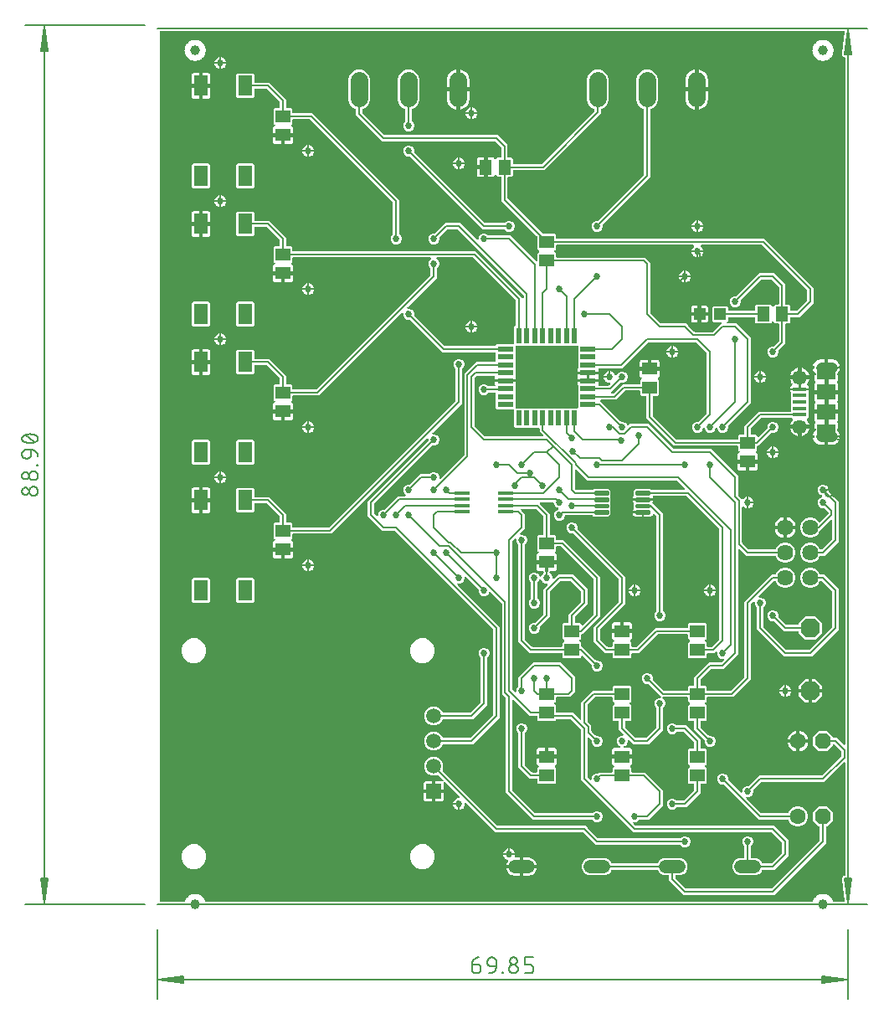
<source format=gtl>
G04 EAGLE Gerber RS-274X export*
G75*
%MOMM*%
%FSLAX34Y34*%
%LPD*%
%INTop Copper*%
%IPPOS*%
%AMOC8*
5,1,8,0,0,1.08239X$1,22.5*%
G01*
%ADD10C,0.130000*%
%ADD11C,0.152400*%
%ADD12R,1.500000X1.300000*%
%ADD13P,1.732040X8X22.500000*%
%ADD14C,1.600200*%
%ADD15C,1.320800*%
%ADD16C,1.625600*%
%ADD17C,1.450000*%
%ADD18R,1.350000X0.400000*%
%ADD19R,1.900000X1.500000*%
%ADD20R,1.900000X1.200000*%
%ADD21C,1.108000*%
%ADD22P,2.089446X8X112.500000*%
%ADD23R,1.200000X1.200000*%
%ADD24C,1.800000*%
%ADD25R,1.300000X1.500000*%
%ADD26R,1.508000X1.508000*%
%ADD27C,1.508000*%
%ADD28R,1.600000X0.550000*%
%ADD29R,0.550000X1.600000*%
%ADD30R,1.498600X0.431800*%
%ADD31R,1.397000X2.108200*%
%ADD32C,0.226694*%
%ADD33C,0.222250*%
%ADD34C,1.000000*%
%ADD35C,0.685800*%
%ADD36C,0.203200*%

G36*
X14431Y117000D02*
X14431Y117000D01*
X14553Y117012D01*
X14572Y117020D01*
X14592Y117023D01*
X14703Y117072D01*
X14817Y117118D01*
X14833Y117130D01*
X14852Y117139D01*
X14945Y117217D01*
X15041Y117292D01*
X15051Y117308D01*
X15069Y117322D01*
X15226Y117559D01*
X15228Y117565D01*
X15231Y117569D01*
X15366Y117858D01*
X15397Y117959D01*
X15426Y118024D01*
X15476Y118211D01*
X15625Y118416D01*
X15634Y118442D01*
X15647Y118461D01*
X15944Y119097D01*
X15983Y119227D01*
X16026Y119367D01*
X16026Y119368D01*
X16026Y119369D01*
X16027Y119390D01*
X16136Y119546D01*
X16184Y119640D01*
X16225Y119700D01*
X16306Y119875D01*
X16488Y120051D01*
X16502Y120075D01*
X16518Y120091D01*
X16920Y120666D01*
X16984Y120791D01*
X17048Y120917D01*
X17048Y120918D01*
X17049Y120920D01*
X17053Y120940D01*
X17188Y121075D01*
X17252Y121160D01*
X17302Y121211D01*
X17412Y121369D01*
X17622Y121511D01*
X17640Y121532D01*
X17658Y121545D01*
X18153Y122040D01*
X18155Y122042D01*
X18234Y122148D01*
X18324Y122267D01*
X18325Y122268D01*
X18325Y122269D01*
X18333Y122289D01*
X18489Y122398D01*
X18567Y122471D01*
X18625Y122512D01*
X18761Y122649D01*
X18992Y122752D01*
X19013Y122770D01*
X19034Y122780D01*
X19609Y123182D01*
X19713Y123280D01*
X19815Y123375D01*
X19816Y123376D01*
X19817Y123376D01*
X19828Y123395D01*
X20000Y123475D01*
X20089Y123533D01*
X20154Y123564D01*
X20312Y123675D01*
X20557Y123736D01*
X20581Y123750D01*
X20603Y123756D01*
X21239Y124053D01*
X21352Y124126D01*
X21476Y124207D01*
X21477Y124207D01*
X21478Y124208D01*
X21492Y124224D01*
X21676Y124274D01*
X21773Y124315D01*
X21842Y124334D01*
X22017Y124416D01*
X22270Y124434D01*
X22296Y124444D01*
X22318Y124446D01*
X22994Y124627D01*
X22996Y124627D01*
X23123Y124681D01*
X23256Y124738D01*
X23257Y124738D01*
X23258Y124739D01*
X23274Y124752D01*
X23464Y124769D01*
X23567Y124793D01*
X23638Y124799D01*
X23825Y124849D01*
X24077Y124824D01*
X24104Y124829D01*
X24127Y124827D01*
X24824Y124888D01*
X24826Y124888D01*
X24960Y124919D01*
X25101Y124951D01*
X25102Y124952D01*
X25103Y124952D01*
X25122Y124963D01*
X25311Y124946D01*
X25417Y124952D01*
X25489Y124946D01*
X25681Y124963D01*
X25924Y124893D01*
X25952Y124894D01*
X25974Y124888D01*
X26673Y124827D01*
X26814Y124834D01*
X26955Y124841D01*
X26956Y124842D01*
X26957Y124842D01*
X26977Y124849D01*
X27162Y124799D01*
X27267Y124787D01*
X27336Y124769D01*
X27528Y124752D01*
X27756Y124642D01*
X27783Y124637D01*
X27804Y124627D01*
X28482Y124446D01*
X28624Y124428D01*
X28762Y124411D01*
X28763Y124411D01*
X28764Y124411D01*
X28785Y124415D01*
X28958Y124334D01*
X29059Y124303D01*
X29124Y124274D01*
X29311Y124224D01*
X29516Y124075D01*
X29542Y124066D01*
X29561Y124053D01*
X30197Y123756D01*
X30327Y123717D01*
X30467Y123674D01*
X30468Y123674D01*
X30469Y123674D01*
X30490Y123673D01*
X30646Y123564D01*
X30740Y123516D01*
X30800Y123475D01*
X30975Y123394D01*
X31151Y123212D01*
X31175Y123198D01*
X31191Y123182D01*
X31766Y122780D01*
X31893Y122715D01*
X32017Y122652D01*
X32018Y122652D01*
X32020Y122651D01*
X32040Y122647D01*
X32175Y122512D01*
X32260Y122448D01*
X32311Y122398D01*
X32469Y122288D01*
X32611Y122078D01*
X32632Y122060D01*
X32645Y122042D01*
X33140Y121547D01*
X33142Y121545D01*
X33248Y121466D01*
X33367Y121376D01*
X33368Y121375D01*
X33369Y121375D01*
X33389Y121367D01*
X33498Y121211D01*
X33571Y121133D01*
X33612Y121075D01*
X33749Y120939D01*
X33852Y120708D01*
X33870Y120687D01*
X33880Y120666D01*
X34282Y120091D01*
X34380Y119987D01*
X34475Y119885D01*
X34476Y119884D01*
X34476Y119883D01*
X34495Y119872D01*
X34575Y119700D01*
X34633Y119611D01*
X34664Y119546D01*
X34775Y119388D01*
X34836Y119143D01*
X34850Y119119D01*
X34856Y119097D01*
X35153Y118461D01*
X35233Y118338D01*
X35307Y118224D01*
X35307Y118223D01*
X35308Y118222D01*
X35324Y118208D01*
X35374Y118024D01*
X35415Y117927D01*
X35434Y117858D01*
X35569Y117569D01*
X35635Y117467D01*
X35698Y117362D01*
X35713Y117348D01*
X35724Y117331D01*
X35816Y117251D01*
X35905Y117168D01*
X35923Y117158D01*
X35939Y117145D01*
X36049Y117094D01*
X36158Y117038D01*
X36176Y117035D01*
X36197Y117026D01*
X36478Y116983D01*
X36484Y116984D01*
X36489Y116983D01*
X649311Y116983D01*
X649431Y117000D01*
X649553Y117012D01*
X649572Y117020D01*
X649592Y117023D01*
X649703Y117072D01*
X649817Y117118D01*
X649833Y117130D01*
X649852Y117139D01*
X649945Y117217D01*
X650041Y117292D01*
X650051Y117308D01*
X650069Y117322D01*
X650226Y117559D01*
X650228Y117565D01*
X650231Y117569D01*
X650366Y117858D01*
X650397Y117959D01*
X650426Y118024D01*
X650476Y118211D01*
X650625Y118416D01*
X650634Y118442D01*
X650647Y118461D01*
X650944Y119097D01*
X650983Y119227D01*
X651026Y119367D01*
X651026Y119368D01*
X651026Y119369D01*
X651027Y119390D01*
X651136Y119546D01*
X651184Y119640D01*
X651225Y119700D01*
X651306Y119875D01*
X651488Y120051D01*
X651502Y120075D01*
X651518Y120091D01*
X651920Y120666D01*
X651984Y120791D01*
X652048Y120917D01*
X652048Y120918D01*
X652049Y120920D01*
X652053Y120940D01*
X652188Y121075D01*
X652252Y121160D01*
X652302Y121211D01*
X652412Y121369D01*
X652622Y121511D01*
X652640Y121532D01*
X652658Y121545D01*
X653153Y122040D01*
X653155Y122042D01*
X653234Y122148D01*
X653324Y122267D01*
X653325Y122268D01*
X653325Y122269D01*
X653333Y122289D01*
X653489Y122398D01*
X653567Y122471D01*
X653625Y122512D01*
X653761Y122649D01*
X653992Y122752D01*
X654013Y122770D01*
X654034Y122780D01*
X654609Y123182D01*
X654713Y123280D01*
X654815Y123375D01*
X654816Y123376D01*
X654817Y123376D01*
X654828Y123395D01*
X655000Y123475D01*
X655089Y123533D01*
X655154Y123564D01*
X655312Y123675D01*
X655557Y123736D01*
X655581Y123750D01*
X655603Y123756D01*
X656239Y124053D01*
X656352Y124126D01*
X656476Y124207D01*
X656477Y124207D01*
X656478Y124208D01*
X656492Y124224D01*
X656676Y124274D01*
X656773Y124315D01*
X656842Y124334D01*
X657017Y124416D01*
X657270Y124434D01*
X657296Y124444D01*
X657318Y124446D01*
X657994Y124627D01*
X657996Y124627D01*
X658123Y124681D01*
X658256Y124738D01*
X658257Y124738D01*
X658258Y124739D01*
X658274Y124752D01*
X658464Y124769D01*
X658567Y124793D01*
X658638Y124799D01*
X658825Y124849D01*
X659077Y124824D01*
X659104Y124829D01*
X659127Y124827D01*
X659824Y124888D01*
X659826Y124888D01*
X659960Y124919D01*
X660101Y124951D01*
X660102Y124952D01*
X660103Y124952D01*
X660122Y124963D01*
X660311Y124946D01*
X660417Y124952D01*
X660489Y124946D01*
X660681Y124963D01*
X660924Y124893D01*
X660952Y124894D01*
X660974Y124888D01*
X661673Y124827D01*
X661814Y124834D01*
X661955Y124841D01*
X661956Y124842D01*
X661957Y124842D01*
X661977Y124849D01*
X662162Y124799D01*
X662267Y124787D01*
X662336Y124769D01*
X662528Y124752D01*
X662756Y124642D01*
X662783Y124637D01*
X662804Y124627D01*
X663482Y124446D01*
X663624Y124428D01*
X663762Y124411D01*
X663763Y124411D01*
X663764Y124411D01*
X663785Y124415D01*
X663958Y124334D01*
X664059Y124303D01*
X664124Y124274D01*
X664311Y124224D01*
X664516Y124075D01*
X664542Y124066D01*
X664561Y124053D01*
X665197Y123756D01*
X665327Y123717D01*
X665467Y123674D01*
X665468Y123674D01*
X665469Y123674D01*
X665490Y123673D01*
X665646Y123564D01*
X665740Y123516D01*
X665800Y123475D01*
X665975Y123394D01*
X666151Y123212D01*
X666175Y123198D01*
X666191Y123182D01*
X666766Y122780D01*
X666893Y122715D01*
X667017Y122652D01*
X667018Y122652D01*
X667020Y122651D01*
X667040Y122647D01*
X667175Y122512D01*
X667260Y122448D01*
X667311Y122398D01*
X667469Y122288D01*
X667611Y122078D01*
X667632Y122060D01*
X667645Y122042D01*
X668140Y121547D01*
X668142Y121545D01*
X668248Y121466D01*
X668367Y121376D01*
X668368Y121375D01*
X668369Y121375D01*
X668389Y121367D01*
X668498Y121211D01*
X668571Y121133D01*
X668612Y121075D01*
X668749Y120939D01*
X668852Y120708D01*
X668870Y120687D01*
X668880Y120666D01*
X669282Y120091D01*
X669380Y119987D01*
X669475Y119885D01*
X669476Y119884D01*
X669476Y119883D01*
X669495Y119872D01*
X669575Y119700D01*
X669633Y119611D01*
X669664Y119546D01*
X669775Y119388D01*
X669836Y119143D01*
X669850Y119119D01*
X669856Y119097D01*
X670153Y118461D01*
X670233Y118338D01*
X670307Y118224D01*
X670307Y118223D01*
X670308Y118222D01*
X670324Y118208D01*
X670374Y118024D01*
X670415Y117927D01*
X670434Y117858D01*
X670569Y117569D01*
X670635Y117467D01*
X670698Y117362D01*
X670713Y117348D01*
X670724Y117331D01*
X670816Y117251D01*
X670905Y117168D01*
X670923Y117158D01*
X670939Y117145D01*
X671049Y117094D01*
X671158Y117038D01*
X671176Y117035D01*
X671197Y117026D01*
X671478Y116983D01*
X671484Y116984D01*
X671489Y116983D01*
X681489Y116983D01*
X681609Y117000D01*
X681730Y117012D01*
X681750Y117020D01*
X681770Y117023D01*
X681882Y117072D01*
X681994Y117117D01*
X682011Y117130D01*
X682030Y117139D01*
X682123Y117217D01*
X682219Y117292D01*
X682231Y117309D01*
X682247Y117322D01*
X682314Y117424D01*
X682386Y117522D01*
X682393Y117542D01*
X682404Y117559D01*
X682441Y117675D01*
X682483Y117789D01*
X682483Y117808D01*
X682490Y117830D01*
X682498Y118114D01*
X682496Y118120D01*
X682496Y118125D01*
X679904Y138708D01*
X679898Y138731D01*
X679897Y138755D01*
X679861Y138868D01*
X679830Y138982D01*
X679817Y139003D01*
X679810Y139026D01*
X679765Y139088D01*
X679725Y139154D01*
X679725Y140068D01*
X679715Y140140D01*
X679717Y140195D01*
X679603Y141103D01*
X679653Y141191D01*
X679658Y141214D01*
X679669Y141236D01*
X679682Y141311D01*
X679700Y141387D01*
X680347Y142033D01*
X680390Y142091D01*
X680431Y142128D01*
X680992Y142851D01*
X681090Y142878D01*
X681110Y142891D01*
X681133Y142898D01*
X681196Y142943D01*
X681262Y142983D01*
X681902Y142983D01*
X681960Y142991D01*
X682018Y142989D01*
X682100Y143011D01*
X682184Y143023D01*
X682237Y143046D01*
X682293Y143061D01*
X682366Y143104D01*
X682443Y143139D01*
X682488Y143177D01*
X682538Y143206D01*
X682596Y143268D01*
X682660Y143322D01*
X682692Y143371D01*
X682732Y143414D01*
X682771Y143489D01*
X682818Y143559D01*
X682835Y143615D01*
X682862Y143667D01*
X682873Y143735D01*
X682903Y143830D01*
X682906Y143930D01*
X682917Y143998D01*
X682917Y257055D01*
X682913Y257084D01*
X682916Y257113D01*
X682893Y257224D01*
X682877Y257336D01*
X682865Y257363D01*
X682860Y257392D01*
X682808Y257492D01*
X682761Y257596D01*
X682742Y257618D01*
X682729Y257644D01*
X682651Y257726D01*
X682578Y257813D01*
X682553Y257829D01*
X682533Y257850D01*
X682435Y257907D01*
X682341Y257970D01*
X682313Y257979D01*
X682288Y257994D01*
X682178Y258022D01*
X682070Y258056D01*
X682040Y258057D01*
X682012Y258064D01*
X681899Y258060D01*
X681786Y258063D01*
X681757Y258056D01*
X681728Y258055D01*
X681620Y258020D01*
X681511Y257991D01*
X681485Y257976D01*
X681457Y257967D01*
X681394Y257922D01*
X681266Y257846D01*
X681223Y257801D01*
X681184Y257773D01*
X663746Y240335D01*
X663746Y240334D01*
X661663Y238251D01*
X598583Y238251D01*
X598497Y238239D01*
X598409Y238236D01*
X598357Y238219D01*
X598302Y238211D01*
X598222Y238176D01*
X598139Y238149D01*
X598100Y238121D01*
X598042Y238095D01*
X597929Y237999D01*
X597865Y237954D01*
X589959Y230048D01*
X589907Y229978D01*
X589847Y229914D01*
X589821Y229864D01*
X589788Y229820D01*
X589757Y229739D01*
X589717Y229661D01*
X589709Y229613D01*
X589687Y229555D01*
X589675Y229407D01*
X589662Y229330D01*
X589662Y227514D01*
X588830Y225506D01*
X587294Y223970D01*
X585286Y223138D01*
X583724Y223138D01*
X583695Y223134D01*
X583666Y223137D01*
X583555Y223114D01*
X583443Y223098D01*
X583416Y223086D01*
X583387Y223081D01*
X583287Y223029D01*
X583183Y222982D01*
X583161Y222963D01*
X583135Y222950D01*
X583053Y222872D01*
X582966Y222799D01*
X582950Y222774D01*
X582929Y222754D01*
X582872Y222656D01*
X582809Y222562D01*
X582800Y222534D01*
X582785Y222509D01*
X582757Y222399D01*
X582723Y222291D01*
X582722Y222261D01*
X582715Y222233D01*
X582719Y222120D01*
X582716Y222007D01*
X582723Y221978D01*
X582724Y221949D01*
X582759Y221841D01*
X582788Y221732D01*
X582803Y221706D01*
X582812Y221678D01*
X582857Y221615D01*
X582933Y221487D01*
X582978Y221444D01*
X583006Y221405D01*
X597865Y206546D01*
X597935Y206494D01*
X597999Y206434D01*
X598049Y206408D01*
X598093Y206375D01*
X598174Y206344D01*
X598252Y206304D01*
X598300Y206296D01*
X598358Y206274D01*
X598506Y206262D01*
X598583Y206249D01*
X624724Y206249D01*
X624726Y206249D01*
X624727Y206249D01*
X624867Y206269D01*
X625006Y206289D01*
X625007Y206289D01*
X625009Y206289D01*
X625134Y206346D01*
X625265Y206405D01*
X625266Y206406D01*
X625268Y206407D01*
X625375Y206498D01*
X625482Y206588D01*
X625483Y206590D01*
X625484Y206591D01*
X625492Y206604D01*
X625640Y206825D01*
X625649Y206854D01*
X625662Y206875D01*
X626494Y208884D01*
X629316Y211706D01*
X633004Y213234D01*
X636996Y213234D01*
X640684Y211706D01*
X643506Y208884D01*
X645034Y205196D01*
X645034Y201204D01*
X643506Y197516D01*
X640684Y194694D01*
X636996Y193166D01*
X633004Y193166D01*
X629316Y194694D01*
X626494Y197516D01*
X625662Y199525D01*
X625661Y199526D01*
X625661Y199527D01*
X625591Y199644D01*
X625517Y199769D01*
X625516Y199770D01*
X625516Y199772D01*
X625411Y199869D01*
X625311Y199965D01*
X625309Y199965D01*
X625308Y199966D01*
X625183Y200031D01*
X625058Y200095D01*
X625056Y200095D01*
X625055Y200096D01*
X625040Y200098D01*
X624779Y200150D01*
X624749Y200147D01*
X624724Y200151D01*
X595637Y200151D01*
X560248Y235541D01*
X560178Y235593D01*
X560114Y235653D01*
X560064Y235679D01*
X560020Y235712D01*
X559939Y235743D01*
X559861Y235783D01*
X559813Y235791D01*
X559755Y235813D01*
X559607Y235825D01*
X559530Y235838D01*
X557714Y235838D01*
X555706Y236670D01*
X554170Y238206D01*
X553338Y240214D01*
X553338Y242386D01*
X554170Y244394D01*
X555706Y245930D01*
X557714Y246762D01*
X559886Y246762D01*
X561894Y245930D01*
X563430Y244394D01*
X564262Y242386D01*
X564262Y240570D01*
X564274Y240484D01*
X564277Y240396D01*
X564294Y240344D01*
X564302Y240289D01*
X564337Y240209D01*
X564364Y240126D01*
X564392Y240087D01*
X564418Y240029D01*
X564514Y239916D01*
X564559Y239852D01*
X577005Y227406D01*
X577029Y227389D01*
X577048Y227366D01*
X577142Y227304D01*
X577232Y227236D01*
X577260Y227225D01*
X577284Y227209D01*
X577392Y227175D01*
X577498Y227134D01*
X577527Y227132D01*
X577555Y227123D01*
X577669Y227120D01*
X577781Y227111D01*
X577810Y227116D01*
X577839Y227116D01*
X577949Y227144D01*
X578060Y227167D01*
X578086Y227180D01*
X578114Y227188D01*
X578212Y227245D01*
X578312Y227298D01*
X578334Y227318D01*
X578359Y227333D01*
X578436Y227415D01*
X578518Y227493D01*
X578533Y227519D01*
X578553Y227540D01*
X578605Y227641D01*
X578662Y227739D01*
X578669Y227767D01*
X578683Y227793D01*
X578696Y227871D01*
X578732Y228014D01*
X578730Y228077D01*
X578738Y228124D01*
X578738Y229686D01*
X579570Y231694D01*
X581106Y233230D01*
X583114Y234062D01*
X584930Y234062D01*
X585016Y234074D01*
X585104Y234077D01*
X585156Y234094D01*
X585211Y234102D01*
X585291Y234137D01*
X585374Y234164D01*
X585413Y234192D01*
X585471Y234218D01*
X585584Y234314D01*
X585648Y234359D01*
X595637Y244349D01*
X658717Y244349D01*
X658803Y244361D01*
X658891Y244364D01*
X658943Y244381D01*
X658998Y244389D01*
X659078Y244424D01*
X659161Y244451D01*
X659200Y244479D01*
X659258Y244505D01*
X659371Y244601D01*
X659435Y244646D01*
X678698Y263909D01*
X678750Y263979D01*
X678810Y264043D01*
X678836Y264093D01*
X678869Y264137D01*
X678900Y264218D01*
X678940Y264296D01*
X678948Y264344D01*
X678970Y264402D01*
X678982Y264550D01*
X678995Y264627D01*
X678995Y268773D01*
X678983Y268859D01*
X678980Y268947D01*
X678963Y268999D01*
X678955Y269054D01*
X678920Y269134D01*
X678893Y269217D01*
X678865Y269256D01*
X678839Y269314D01*
X678743Y269427D01*
X678698Y269491D01*
X672167Y276022D01*
X672143Y276039D01*
X672124Y276062D01*
X672030Y276124D01*
X671940Y276192D01*
X671912Y276203D01*
X671888Y276219D01*
X671780Y276253D01*
X671674Y276294D01*
X671645Y276296D01*
X671617Y276305D01*
X671503Y276308D01*
X671391Y276317D01*
X671362Y276312D01*
X671333Y276312D01*
X671223Y276284D01*
X671112Y276261D01*
X671086Y276248D01*
X671058Y276240D01*
X670960Y276183D01*
X670860Y276130D01*
X670838Y276110D01*
X670813Y276095D01*
X670736Y276013D01*
X670654Y275935D01*
X670639Y275909D01*
X670619Y275888D01*
X670567Y275787D01*
X670510Y275689D01*
X670503Y275661D01*
X670489Y275635D01*
X670476Y275557D01*
X670440Y275414D01*
X670442Y275351D01*
X670434Y275304D01*
X670434Y275244D01*
X664556Y269366D01*
X656244Y269366D01*
X650366Y275244D01*
X650366Y283556D01*
X656244Y289434D01*
X664556Y289434D01*
X670434Y283556D01*
X670434Y283464D01*
X670441Y283409D01*
X670440Y283367D01*
X670441Y283366D01*
X670440Y283348D01*
X670462Y283266D01*
X670474Y283182D01*
X670497Y283129D01*
X670512Y283073D01*
X670555Y283000D01*
X670590Y282923D01*
X670628Y282878D01*
X670657Y282828D01*
X670719Y282770D01*
X670773Y282706D01*
X670822Y282674D01*
X670865Y282634D01*
X670940Y282595D01*
X671010Y282548D01*
X671066Y282531D01*
X671118Y282504D01*
X671186Y282493D01*
X671281Y282463D01*
X671381Y282460D01*
X671449Y282449D01*
X674363Y282449D01*
X681184Y275627D01*
X681208Y275610D01*
X681227Y275587D01*
X681282Y275550D01*
X681286Y275547D01*
X681293Y275543D01*
X681321Y275525D01*
X681411Y275457D01*
X681439Y275446D01*
X681463Y275430D01*
X681571Y275396D01*
X681677Y275355D01*
X681706Y275353D01*
X681734Y275344D01*
X681848Y275341D01*
X681960Y275332D01*
X681989Y275337D01*
X682018Y275337D01*
X682128Y275365D01*
X682239Y275388D01*
X682265Y275401D01*
X682293Y275409D01*
X682391Y275466D01*
X682491Y275519D01*
X682513Y275539D01*
X682538Y275554D01*
X682615Y275636D01*
X682697Y275714D01*
X682712Y275740D01*
X682732Y275761D01*
X682784Y275862D01*
X682841Y275960D01*
X682848Y275988D01*
X682862Y276014D01*
X682875Y276092D01*
X682911Y276235D01*
X682909Y276298D01*
X682917Y276345D01*
X682917Y970302D01*
X682909Y970360D01*
X682911Y970418D01*
X682889Y970500D01*
X682877Y970584D01*
X682854Y970637D01*
X682839Y970693D01*
X682796Y970766D01*
X682761Y970843D01*
X682723Y970888D01*
X682694Y970938D01*
X682632Y970996D01*
X682578Y971060D01*
X682529Y971092D01*
X682486Y971132D01*
X682411Y971171D01*
X682341Y971218D01*
X682285Y971235D01*
X682233Y971262D01*
X682165Y971273D01*
X682070Y971303D01*
X681970Y971306D01*
X681902Y971317D01*
X681260Y971317D01*
X681179Y971378D01*
X681157Y971387D01*
X681137Y971400D01*
X681063Y971422D01*
X680991Y971450D01*
X680431Y972172D01*
X680379Y972222D01*
X680347Y972267D01*
X679699Y972914D01*
X679685Y973015D01*
X679675Y973037D01*
X679671Y973060D01*
X679634Y973128D01*
X679603Y973198D01*
X679717Y974105D01*
X679716Y974178D01*
X679725Y974232D01*
X679725Y975147D01*
X679786Y975228D01*
X679794Y975251D01*
X679808Y975271D01*
X679830Y975344D01*
X679887Y975494D01*
X679892Y975550D01*
X679904Y975592D01*
X682496Y996175D01*
X682494Y996297D01*
X682498Y996418D01*
X682492Y996439D01*
X682492Y996459D01*
X682456Y996576D01*
X682426Y996693D01*
X682415Y996711D01*
X682409Y996731D01*
X682343Y996833D01*
X682280Y996938D01*
X682265Y996952D01*
X682254Y996970D01*
X682162Y997049D01*
X682073Y997132D01*
X682055Y997142D01*
X682039Y997155D01*
X681928Y997206D01*
X681820Y997262D01*
X681801Y997265D01*
X681781Y997274D01*
X681500Y997317D01*
X681494Y997316D01*
X681489Y997317D01*
X-9144Y997317D01*
X-9202Y997309D01*
X-9260Y997311D01*
X-9342Y997289D01*
X-9426Y997277D01*
X-9479Y997254D01*
X-9535Y997239D01*
X-9608Y997196D01*
X-9685Y997161D01*
X-9730Y997123D01*
X-9780Y997094D01*
X-9838Y997032D01*
X-9902Y996978D01*
X-9934Y996929D01*
X-9974Y996886D01*
X-10013Y996811D01*
X-10060Y996741D01*
X-10077Y996685D01*
X-10104Y996633D01*
X-10115Y996565D01*
X-10145Y996470D01*
X-10148Y996370D01*
X-10159Y996302D01*
X-10159Y117998D01*
X-10151Y117940D01*
X-10153Y117882D01*
X-10131Y117800D01*
X-10119Y117716D01*
X-10096Y117663D01*
X-10081Y117607D01*
X-10038Y117534D01*
X-10003Y117457D01*
X-9965Y117412D01*
X-9936Y117362D01*
X-9874Y117304D01*
X-9820Y117240D01*
X-9771Y117208D01*
X-9728Y117168D01*
X-9653Y117129D01*
X-9583Y117082D01*
X-9527Y117065D01*
X-9475Y117038D01*
X-9407Y117027D01*
X-9312Y116997D01*
X-9212Y116994D01*
X-9144Y116983D01*
X14311Y116983D01*
X14431Y117000D01*
G37*
%LPC*%
G36*
X575878Y143763D02*
X575878Y143763D01*
X572704Y145078D01*
X570274Y147508D01*
X568959Y150682D01*
X568959Y154118D01*
X570274Y157292D01*
X572704Y159722D01*
X575878Y161037D01*
X580136Y161037D01*
X580194Y161045D01*
X580252Y161043D01*
X580334Y161065D01*
X580418Y161077D01*
X580471Y161100D01*
X580527Y161115D01*
X580600Y161158D01*
X580677Y161193D01*
X580722Y161231D01*
X580772Y161260D01*
X580830Y161322D01*
X580894Y161376D01*
X580926Y161425D01*
X580966Y161468D01*
X581005Y161543D01*
X581052Y161613D01*
X581069Y161669D01*
X581096Y161721D01*
X581107Y161789D01*
X581137Y161884D01*
X581140Y161984D01*
X581151Y162052D01*
X581151Y172704D01*
X581139Y172791D01*
X581136Y172878D01*
X581119Y172931D01*
X581111Y172986D01*
X581076Y173065D01*
X581049Y173149D01*
X581021Y173188D01*
X580995Y173245D01*
X580899Y173358D01*
X580854Y173422D01*
X579570Y174706D01*
X578738Y176714D01*
X578738Y178886D01*
X579570Y180894D01*
X581106Y182430D01*
X583114Y183262D01*
X585286Y183262D01*
X587294Y182430D01*
X588830Y180894D01*
X589662Y178886D01*
X589662Y176714D01*
X588830Y174706D01*
X587546Y173422D01*
X587494Y173352D01*
X587434Y173288D01*
X587408Y173239D01*
X587375Y173195D01*
X587344Y173113D01*
X587304Y173035D01*
X587296Y172988D01*
X587274Y172929D01*
X587262Y172781D01*
X587249Y172704D01*
X587249Y162052D01*
X587257Y161994D01*
X587255Y161936D01*
X587277Y161854D01*
X587289Y161770D01*
X587312Y161717D01*
X587327Y161661D01*
X587370Y161588D01*
X587405Y161511D01*
X587443Y161466D01*
X587472Y161416D01*
X587534Y161358D01*
X587588Y161294D01*
X587637Y161262D01*
X587680Y161222D01*
X587755Y161183D01*
X587825Y161136D01*
X587881Y161119D01*
X587933Y161092D01*
X588001Y161081D01*
X588096Y161051D01*
X588196Y161048D01*
X588264Y161037D01*
X592522Y161037D01*
X595696Y159722D01*
X598126Y157292D01*
X598630Y156075D01*
X598631Y156074D01*
X598631Y156073D01*
X598703Y155952D01*
X598774Y155831D01*
X598776Y155830D01*
X598776Y155828D01*
X598881Y155730D01*
X598981Y155635D01*
X598982Y155635D01*
X598984Y155634D01*
X599109Y155569D01*
X599234Y155505D01*
X599235Y155505D01*
X599237Y155504D01*
X599252Y155502D01*
X599513Y155450D01*
X599543Y155453D01*
X599568Y155449D01*
X607917Y155449D01*
X608003Y155461D01*
X608091Y155464D01*
X608143Y155481D01*
X608198Y155489D01*
X608278Y155524D01*
X608361Y155551D01*
X608400Y155579D01*
X608458Y155605D01*
X608571Y155701D01*
X608635Y155746D01*
X618954Y166065D01*
X619006Y166135D01*
X619066Y166199D01*
X619092Y166249D01*
X619125Y166293D01*
X619156Y166374D01*
X619196Y166452D01*
X619204Y166500D01*
X619226Y166558D01*
X619238Y166706D01*
X619251Y166783D01*
X619251Y176117D01*
X619239Y176203D01*
X619236Y176291D01*
X619219Y176343D01*
X619211Y176398D01*
X619176Y176478D01*
X619149Y176561D01*
X619121Y176600D01*
X619095Y176658D01*
X618999Y176771D01*
X618954Y176835D01*
X608635Y187154D01*
X608565Y187206D01*
X608501Y187266D01*
X608451Y187292D01*
X608407Y187325D01*
X608326Y187356D01*
X608248Y187396D01*
X608200Y187404D01*
X608142Y187426D01*
X607994Y187438D01*
X607917Y187451D01*
X468637Y187451D01*
X466554Y189534D01*
X466554Y189535D01*
X416051Y240037D01*
X416051Y290417D01*
X416039Y290503D01*
X416036Y290591D01*
X416019Y290643D01*
X416011Y290698D01*
X415976Y290778D01*
X415949Y290861D01*
X415921Y290900D01*
X415895Y290958D01*
X415799Y291071D01*
X415754Y291135D01*
X405435Y301454D01*
X405365Y301506D01*
X405301Y301566D01*
X405251Y301592D01*
X405207Y301625D01*
X405126Y301656D01*
X405048Y301696D01*
X405000Y301704D01*
X404942Y301726D01*
X404794Y301738D01*
X404717Y301751D01*
X391548Y301751D01*
X391490Y301743D01*
X391432Y301745D01*
X391350Y301723D01*
X391266Y301711D01*
X391213Y301688D01*
X391157Y301673D01*
X391084Y301630D01*
X391007Y301595D01*
X390962Y301557D01*
X390912Y301528D01*
X390854Y301466D01*
X390790Y301412D01*
X390758Y301363D01*
X390718Y301320D01*
X390679Y301245D01*
X390632Y301175D01*
X390615Y301119D01*
X390588Y301067D01*
X390577Y300999D01*
X390547Y300904D01*
X390544Y300804D01*
X390533Y300736D01*
X390533Y300658D01*
X389342Y299467D01*
X372658Y299467D01*
X371467Y300658D01*
X371467Y303936D01*
X371459Y303994D01*
X371461Y304052D01*
X371439Y304134D01*
X371427Y304218D01*
X371404Y304271D01*
X371389Y304327D01*
X371346Y304400D01*
X371311Y304477D01*
X371273Y304522D01*
X371244Y304572D01*
X371182Y304630D01*
X371128Y304694D01*
X371079Y304726D01*
X371036Y304766D01*
X370961Y304805D01*
X370891Y304852D01*
X370835Y304869D01*
X370783Y304896D01*
X370715Y304907D01*
X370620Y304937D01*
X370520Y304940D01*
X370452Y304951D01*
X363837Y304951D01*
X361754Y307034D01*
X361754Y307035D01*
X347682Y321107D01*
X347658Y321124D01*
X347639Y321147D01*
X347545Y321209D01*
X347455Y321277D01*
X347427Y321288D01*
X347403Y321304D01*
X347295Y321338D01*
X347189Y321379D01*
X347160Y321381D01*
X347132Y321390D01*
X347018Y321393D01*
X346906Y321402D01*
X346877Y321397D01*
X346848Y321397D01*
X346738Y321369D01*
X346627Y321346D01*
X346601Y321333D01*
X346573Y321325D01*
X346475Y321268D01*
X346375Y321215D01*
X346353Y321195D01*
X346328Y321180D01*
X346251Y321098D01*
X346169Y321020D01*
X346154Y320994D01*
X346134Y320973D01*
X346082Y320872D01*
X346025Y320774D01*
X346018Y320746D01*
X346004Y320720D01*
X345991Y320642D01*
X345955Y320499D01*
X345957Y320436D01*
X345949Y320389D01*
X345949Y230283D01*
X345961Y230197D01*
X345964Y230109D01*
X345981Y230057D01*
X345989Y230002D01*
X346024Y229922D01*
X346051Y229839D01*
X346079Y229800D01*
X346105Y229742D01*
X346201Y229629D01*
X346246Y229565D01*
X369265Y206546D01*
X369335Y206494D01*
X369399Y206434D01*
X369449Y206408D01*
X369493Y206375D01*
X369574Y206344D01*
X369652Y206304D01*
X369700Y206296D01*
X369758Y206274D01*
X369906Y206262D01*
X369983Y206249D01*
X426704Y206249D01*
X426791Y206261D01*
X426878Y206264D01*
X426931Y206281D01*
X426986Y206289D01*
X427065Y206324D01*
X427149Y206351D01*
X427188Y206379D01*
X427245Y206405D01*
X427358Y206501D01*
X427422Y206546D01*
X428706Y207830D01*
X430714Y208662D01*
X432886Y208662D01*
X434894Y207830D01*
X436430Y206294D01*
X437262Y204286D01*
X437262Y202114D01*
X436430Y200106D01*
X434894Y198570D01*
X432886Y197738D01*
X430714Y197738D01*
X428706Y198570D01*
X427422Y199854D01*
X427352Y199906D01*
X427288Y199966D01*
X427239Y199992D01*
X427195Y200025D01*
X427113Y200056D01*
X427035Y200096D01*
X426988Y200104D01*
X426929Y200126D01*
X426781Y200138D01*
X426704Y200151D01*
X367037Y200151D01*
X339851Y227337D01*
X339851Y322769D01*
X339839Y322856D01*
X339836Y322943D01*
X339819Y322996D01*
X339811Y323051D01*
X339776Y323131D01*
X339749Y323214D01*
X339721Y323253D01*
X339695Y323310D01*
X339599Y323423D01*
X339554Y323487D01*
X335787Y327254D01*
X335787Y417941D01*
X335775Y418027D01*
X335772Y418115D01*
X335755Y418167D01*
X335747Y418222D01*
X335712Y418302D01*
X335685Y418385D01*
X335657Y418424D01*
X335631Y418481D01*
X335535Y418595D01*
X335490Y418658D01*
X324175Y429974D01*
X324083Y430043D01*
X323995Y430117D01*
X323970Y430128D01*
X323947Y430145D01*
X323840Y430185D01*
X323735Y430232D01*
X323708Y430236D01*
X323682Y430246D01*
X323567Y430255D01*
X323454Y430271D01*
X323426Y430267D01*
X323398Y430269D01*
X323286Y430247D01*
X323172Y430230D01*
X323147Y430219D01*
X323120Y430213D01*
X323018Y430161D01*
X322913Y430113D01*
X322892Y430095D01*
X322867Y430082D01*
X322784Y430003D01*
X322697Y429929D01*
X322684Y429908D01*
X322661Y429887D01*
X322527Y429657D01*
X322519Y429644D01*
X322130Y428706D01*
X320594Y427170D01*
X318586Y426338D01*
X316414Y426338D01*
X314406Y427170D01*
X312870Y428706D01*
X312038Y430714D01*
X312038Y432530D01*
X312026Y432616D01*
X312023Y432704D01*
X312006Y432756D01*
X311998Y432811D01*
X311963Y432891D01*
X311936Y432974D01*
X311908Y433013D01*
X311882Y433071D01*
X311786Y433184D01*
X311741Y433248D01*
X299295Y445694D01*
X299271Y445711D01*
X299252Y445734D01*
X299158Y445796D01*
X299068Y445864D01*
X299040Y445875D01*
X299016Y445891D01*
X298908Y445925D01*
X298802Y445966D01*
X298773Y445968D01*
X298745Y445977D01*
X298631Y445980D01*
X298519Y445989D01*
X298490Y445984D01*
X298461Y445984D01*
X298351Y445956D01*
X298240Y445933D01*
X298214Y445920D01*
X298186Y445912D01*
X298088Y445855D01*
X297988Y445802D01*
X297966Y445782D01*
X297941Y445767D01*
X297864Y445685D01*
X297782Y445607D01*
X297767Y445581D01*
X297747Y445560D01*
X297695Y445459D01*
X297638Y445361D01*
X297631Y445333D01*
X297617Y445307D01*
X297604Y445229D01*
X297568Y445086D01*
X297570Y445023D01*
X297562Y444976D01*
X297562Y443414D01*
X296730Y441406D01*
X295194Y439870D01*
X293186Y439038D01*
X291624Y439038D01*
X291595Y439034D01*
X291566Y439037D01*
X291455Y439014D01*
X291343Y438998D01*
X291316Y438986D01*
X291287Y438981D01*
X291187Y438929D01*
X291083Y438882D01*
X291061Y438863D01*
X291035Y438850D01*
X290953Y438772D01*
X290866Y438699D01*
X290850Y438674D01*
X290829Y438654D01*
X290772Y438556D01*
X290709Y438462D01*
X290700Y438434D01*
X290685Y438409D01*
X290657Y438299D01*
X290623Y438191D01*
X290622Y438161D01*
X290615Y438133D01*
X290619Y438020D01*
X290616Y437907D01*
X290623Y437878D01*
X290624Y437849D01*
X290659Y437741D01*
X290688Y437632D01*
X290703Y437606D01*
X290712Y437578D01*
X290757Y437515D01*
X290833Y437387D01*
X290878Y437344D01*
X290906Y437305D01*
X333249Y394963D01*
X333249Y303537D01*
X306063Y276351D01*
X276477Y276351D01*
X276475Y276351D01*
X276474Y276351D01*
X276335Y276331D01*
X276195Y276311D01*
X276194Y276311D01*
X276192Y276311D01*
X276067Y276254D01*
X275936Y276195D01*
X275935Y276194D01*
X275933Y276193D01*
X275826Y276102D01*
X275719Y276012D01*
X275718Y276010D01*
X275717Y276009D01*
X275709Y275996D01*
X275561Y275775D01*
X275552Y275746D01*
X275539Y275725D01*
X274815Y273977D01*
X272123Y271285D01*
X268604Y269827D01*
X264796Y269827D01*
X261277Y271285D01*
X258585Y273977D01*
X257127Y277496D01*
X257127Y281304D01*
X258585Y284823D01*
X261277Y287515D01*
X264796Y288973D01*
X268604Y288973D01*
X272123Y287515D01*
X274815Y284823D01*
X275539Y283075D01*
X275540Y283074D01*
X275540Y283073D01*
X275610Y282954D01*
X275684Y282831D01*
X275685Y282830D01*
X275685Y282828D01*
X275789Y282731D01*
X275890Y282635D01*
X275892Y282635D01*
X275893Y282634D01*
X276019Y282569D01*
X276143Y282505D01*
X276145Y282505D01*
X276146Y282504D01*
X276161Y282502D01*
X276422Y282450D01*
X276452Y282453D01*
X276477Y282449D01*
X303117Y282449D01*
X303203Y282461D01*
X303291Y282464D01*
X303343Y282481D01*
X303398Y282489D01*
X303478Y282524D01*
X303561Y282551D01*
X303600Y282579D01*
X303658Y282605D01*
X303771Y282701D01*
X303835Y282746D01*
X326854Y305765D01*
X326906Y305835D01*
X326966Y305899D01*
X326992Y305949D01*
X327025Y305993D01*
X327056Y306074D01*
X327096Y306152D01*
X327104Y306200D01*
X327126Y306258D01*
X327138Y306406D01*
X327151Y306483D01*
X327151Y392017D01*
X327139Y392103D01*
X327136Y392191D01*
X327119Y392243D01*
X327111Y392298D01*
X327076Y392378D01*
X327049Y392461D01*
X327021Y392500D01*
X326995Y392558D01*
X326899Y392671D01*
X326854Y392735D01*
X227635Y491954D01*
X227565Y492006D01*
X227501Y492066D01*
X227451Y492092D01*
X227407Y492125D01*
X227326Y492156D01*
X227248Y492196D01*
X227200Y492204D01*
X227142Y492226D01*
X226994Y492238D01*
X226917Y492251D01*
X214637Y492251D01*
X200151Y506737D01*
X200151Y521963D01*
X260941Y582752D01*
X260993Y582822D01*
X261053Y582886D01*
X261079Y582936D01*
X261112Y582980D01*
X261143Y583061D01*
X261183Y583139D01*
X261191Y583187D01*
X261213Y583245D01*
X261225Y583393D01*
X261238Y583470D01*
X261238Y584676D01*
X261234Y584705D01*
X261237Y584734D01*
X261214Y584845D01*
X261198Y584957D01*
X261186Y584984D01*
X261181Y585013D01*
X261129Y585113D01*
X261082Y585217D01*
X261063Y585239D01*
X261050Y585265D01*
X260972Y585347D01*
X260899Y585434D01*
X260874Y585450D01*
X260854Y585471D01*
X260756Y585528D01*
X260662Y585591D01*
X260634Y585600D01*
X260609Y585615D01*
X260499Y585643D01*
X260391Y585677D01*
X260361Y585678D01*
X260333Y585685D01*
X260220Y585681D01*
X260107Y585684D01*
X260078Y585677D01*
X260049Y585676D01*
X259941Y585641D01*
X259832Y585612D01*
X259806Y585597D01*
X259778Y585588D01*
X259715Y585543D01*
X259587Y585467D01*
X259544Y585422D01*
X259505Y585394D01*
X163163Y489051D01*
X124848Y489051D01*
X124790Y489043D01*
X124732Y489045D01*
X124650Y489023D01*
X124566Y489011D01*
X124513Y488988D01*
X124457Y488973D01*
X124384Y488930D01*
X124307Y488895D01*
X124262Y488857D01*
X124212Y488828D01*
X124154Y488766D01*
X124090Y488712D01*
X124058Y488663D01*
X124018Y488620D01*
X123979Y488545D01*
X123932Y488475D01*
X123915Y488419D01*
X123888Y488367D01*
X123877Y488299D01*
X123847Y488204D01*
X123844Y488104D01*
X123833Y488036D01*
X123833Y484758D01*
X122614Y483539D01*
X122585Y483501D01*
X122549Y483468D01*
X122500Y483387D01*
X122443Y483312D01*
X122426Y483267D01*
X122400Y483225D01*
X122375Y483134D01*
X122342Y483047D01*
X122338Y482998D01*
X122325Y482951D01*
X122326Y482857D01*
X122318Y482763D01*
X122328Y482716D01*
X122329Y482667D01*
X122356Y482577D01*
X122374Y482485D01*
X122397Y482441D01*
X122411Y482395D01*
X122462Y482316D01*
X122505Y482232D01*
X122539Y482197D01*
X122565Y482156D01*
X122623Y482109D01*
X122701Y482026D01*
X122776Y481982D01*
X122824Y481942D01*
X123360Y481633D01*
X123833Y481160D01*
X124168Y480581D01*
X124341Y479934D01*
X124341Y475131D01*
X115316Y475131D01*
X115258Y475123D01*
X115200Y475124D01*
X115118Y475103D01*
X115035Y475091D01*
X114981Y475067D01*
X114925Y475053D01*
X114852Y475010D01*
X114775Y474975D01*
X114731Y474937D01*
X114680Y474907D01*
X114623Y474846D01*
X114558Y474791D01*
X114526Y474743D01*
X114486Y474700D01*
X114447Y474625D01*
X114401Y474555D01*
X114383Y474499D01*
X114356Y474447D01*
X114345Y474379D01*
X114315Y474284D01*
X114312Y474184D01*
X114301Y474116D01*
X114301Y473099D01*
X114299Y473099D01*
X114299Y474116D01*
X114291Y474174D01*
X114292Y474232D01*
X114271Y474314D01*
X114259Y474397D01*
X114235Y474451D01*
X114221Y474507D01*
X114178Y474580D01*
X114143Y474657D01*
X114105Y474701D01*
X114075Y474752D01*
X114014Y474809D01*
X113959Y474874D01*
X113911Y474906D01*
X113868Y474946D01*
X113793Y474985D01*
X113723Y475031D01*
X113667Y475049D01*
X113615Y475076D01*
X113547Y475087D01*
X113452Y475117D01*
X113352Y475120D01*
X113284Y475131D01*
X104259Y475131D01*
X104259Y479934D01*
X104432Y480581D01*
X104767Y481160D01*
X105240Y481633D01*
X105776Y481942D01*
X105814Y481972D01*
X105857Y481995D01*
X105925Y482059D01*
X105999Y482118D01*
X106028Y482157D01*
X106063Y482191D01*
X106111Y482272D01*
X106166Y482348D01*
X106182Y482394D01*
X106207Y482436D01*
X106230Y482527D01*
X106262Y482615D01*
X106265Y482664D01*
X106277Y482711D01*
X106274Y482805D01*
X106280Y482899D01*
X106270Y482947D01*
X106268Y482996D01*
X106239Y483085D01*
X106219Y483177D01*
X106196Y483220D01*
X106181Y483266D01*
X106138Y483326D01*
X106083Y483427D01*
X106022Y483488D01*
X105986Y483539D01*
X104767Y484758D01*
X104767Y499442D01*
X105958Y500633D01*
X110236Y500633D01*
X110294Y500641D01*
X110352Y500639D01*
X110434Y500661D01*
X110518Y500673D01*
X110571Y500696D01*
X110627Y500711D01*
X110700Y500754D01*
X110777Y500789D01*
X110822Y500827D01*
X110872Y500856D01*
X110930Y500918D01*
X110994Y500972D01*
X111026Y501021D01*
X111066Y501064D01*
X111105Y501139D01*
X111152Y501209D01*
X111169Y501265D01*
X111196Y501317D01*
X111207Y501385D01*
X111237Y501480D01*
X111240Y501580D01*
X111251Y501648D01*
X111251Y506317D01*
X111239Y506403D01*
X111236Y506491D01*
X111219Y506543D01*
X111211Y506598D01*
X111176Y506678D01*
X111149Y506761D01*
X111121Y506800D01*
X111095Y506858D01*
X110999Y506971D01*
X110954Y507035D01*
X98349Y519640D01*
X98279Y519692D01*
X98215Y519752D01*
X98165Y519778D01*
X98121Y519811D01*
X98040Y519842D01*
X97962Y519882D01*
X97914Y519890D01*
X97856Y519912D01*
X97708Y519924D01*
X97631Y519937D01*
X86233Y519937D01*
X86175Y519929D01*
X86117Y519931D01*
X86035Y519909D01*
X85951Y519897D01*
X85898Y519874D01*
X85842Y519859D01*
X85769Y519816D01*
X85692Y519781D01*
X85647Y519743D01*
X85597Y519714D01*
X85539Y519652D01*
X85475Y519598D01*
X85443Y519549D01*
X85403Y519506D01*
X85364Y519431D01*
X85317Y519361D01*
X85300Y519305D01*
X85273Y519253D01*
X85262Y519185D01*
X85232Y519090D01*
X85229Y518990D01*
X85218Y518922D01*
X85218Y511603D01*
X84027Y510412D01*
X68373Y510412D01*
X67182Y511603D01*
X67182Y534369D01*
X68373Y535560D01*
X84027Y535560D01*
X85218Y534369D01*
X85218Y527050D01*
X85226Y526992D01*
X85224Y526934D01*
X85246Y526852D01*
X85258Y526768D01*
X85281Y526715D01*
X85296Y526659D01*
X85339Y526586D01*
X85374Y526509D01*
X85412Y526464D01*
X85441Y526414D01*
X85503Y526356D01*
X85557Y526292D01*
X85606Y526260D01*
X85649Y526220D01*
X85724Y526181D01*
X85794Y526134D01*
X85850Y526117D01*
X85902Y526090D01*
X85970Y526079D01*
X86065Y526049D01*
X86165Y526046D01*
X86233Y526035D01*
X100577Y526035D01*
X117349Y509263D01*
X117349Y501648D01*
X117357Y501590D01*
X117355Y501532D01*
X117377Y501450D01*
X117389Y501366D01*
X117412Y501313D01*
X117427Y501257D01*
X117470Y501184D01*
X117505Y501107D01*
X117543Y501062D01*
X117572Y501012D01*
X117634Y500954D01*
X117688Y500890D01*
X117737Y500858D01*
X117780Y500818D01*
X117855Y500779D01*
X117925Y500732D01*
X117981Y500715D01*
X118033Y500688D01*
X118101Y500677D01*
X118196Y500647D01*
X118296Y500644D01*
X118364Y500633D01*
X122642Y500633D01*
X123833Y499442D01*
X123833Y496164D01*
X123841Y496106D01*
X123839Y496048D01*
X123861Y495966D01*
X123873Y495882D01*
X123896Y495829D01*
X123911Y495773D01*
X123954Y495700D01*
X123989Y495623D01*
X124027Y495578D01*
X124056Y495528D01*
X124118Y495470D01*
X124172Y495406D01*
X124221Y495374D01*
X124264Y495334D01*
X124339Y495295D01*
X124409Y495248D01*
X124465Y495231D01*
X124517Y495204D01*
X124585Y495193D01*
X124680Y495163D01*
X124780Y495160D01*
X124848Y495149D01*
X160217Y495149D01*
X160303Y495161D01*
X160391Y495164D01*
X160443Y495181D01*
X160498Y495189D01*
X160578Y495224D01*
X160661Y495251D01*
X160700Y495279D01*
X160758Y495305D01*
X160871Y495401D01*
X160935Y495446D01*
X288754Y623265D01*
X288806Y623335D01*
X288866Y623399D01*
X288892Y623449D01*
X288925Y623493D01*
X288956Y623574D01*
X288996Y623652D01*
X289004Y623700D01*
X289026Y623758D01*
X289038Y623906D01*
X289051Y623983D01*
X289051Y655304D01*
X289039Y655391D01*
X289036Y655478D01*
X289019Y655531D01*
X289011Y655586D01*
X288976Y655665D01*
X288949Y655749D01*
X288921Y655788D01*
X288895Y655845D01*
X288799Y655958D01*
X288754Y656022D01*
X287470Y657306D01*
X286638Y659314D01*
X286638Y661486D01*
X287470Y663494D01*
X289006Y665030D01*
X291014Y665862D01*
X293186Y665862D01*
X295194Y665030D01*
X296730Y663494D01*
X297562Y661486D01*
X297562Y659314D01*
X296730Y657306D01*
X295446Y656022D01*
X295394Y655952D01*
X295334Y655888D01*
X295308Y655839D01*
X295275Y655795D01*
X295244Y655713D01*
X295204Y655635D01*
X295196Y655588D01*
X295174Y655529D01*
X295162Y655381D01*
X295149Y655304D01*
X295149Y621037D01*
X265506Y591395D01*
X265489Y591371D01*
X265466Y591352D01*
X265404Y591258D01*
X265336Y591168D01*
X265325Y591140D01*
X265309Y591116D01*
X265275Y591008D01*
X265234Y590902D01*
X265232Y590873D01*
X265223Y590845D01*
X265220Y590731D01*
X265211Y590619D01*
X265216Y590590D01*
X265216Y590561D01*
X265244Y590451D01*
X265267Y590340D01*
X265280Y590314D01*
X265288Y590286D01*
X265345Y590188D01*
X265398Y590088D01*
X265418Y590066D01*
X265433Y590041D01*
X265515Y589964D01*
X265593Y589882D01*
X265619Y589867D01*
X265640Y589847D01*
X265741Y589795D01*
X265839Y589738D01*
X265867Y589731D01*
X265893Y589717D01*
X265971Y589704D01*
X266114Y589668D01*
X266177Y589670D01*
X266224Y589662D01*
X267786Y589662D01*
X269794Y588830D01*
X271330Y587294D01*
X272162Y585286D01*
X272162Y583114D01*
X271330Y581106D01*
X269794Y579570D01*
X267786Y578738D01*
X265970Y578738D01*
X265884Y578726D01*
X265796Y578723D01*
X265744Y578706D01*
X265689Y578698D01*
X265609Y578663D01*
X265526Y578636D01*
X265487Y578608D01*
X265429Y578582D01*
X265316Y578486D01*
X265252Y578441D01*
X206546Y519735D01*
X206530Y519713D01*
X206511Y519697D01*
X206480Y519650D01*
X206434Y519601D01*
X206408Y519551D01*
X206375Y519507D01*
X206363Y519474D01*
X206354Y519461D01*
X206340Y519418D01*
X206304Y519348D01*
X206296Y519300D01*
X206274Y519242D01*
X206270Y519198D01*
X206268Y519190D01*
X206267Y519157D01*
X206262Y519094D01*
X206249Y519017D01*
X206249Y509683D01*
X206261Y509597D01*
X206264Y509509D01*
X206281Y509457D01*
X206289Y509402D01*
X206324Y509322D01*
X206351Y509239D01*
X206379Y509200D01*
X206405Y509142D01*
X206501Y509029D01*
X206546Y508965D01*
X208705Y506806D01*
X208729Y506789D01*
X208748Y506766D01*
X208842Y506704D01*
X208932Y506636D01*
X208960Y506625D01*
X208984Y506609D01*
X209092Y506575D01*
X209198Y506534D01*
X209227Y506532D01*
X209255Y506523D01*
X209369Y506520D01*
X209481Y506511D01*
X209510Y506516D01*
X209539Y506516D01*
X209649Y506544D01*
X209760Y506567D01*
X209786Y506580D01*
X209814Y506588D01*
X209912Y506645D01*
X210012Y506698D01*
X210034Y506718D01*
X210059Y506733D01*
X210136Y506815D01*
X210218Y506893D01*
X210233Y506919D01*
X210253Y506940D01*
X210305Y507041D01*
X210362Y507139D01*
X210369Y507167D01*
X210383Y507193D01*
X210396Y507271D01*
X210432Y507414D01*
X210430Y507477D01*
X210438Y507524D01*
X210438Y509086D01*
X211270Y511094D01*
X212806Y512630D01*
X214814Y513462D01*
X216630Y513462D01*
X216716Y513474D01*
X216804Y513477D01*
X216856Y513494D01*
X216911Y513502D01*
X216991Y513537D01*
X217074Y513564D01*
X217113Y513592D01*
X217171Y513618D01*
X217284Y513714D01*
X217348Y513759D01*
X230639Y527051D01*
X237474Y527051D01*
X237503Y527055D01*
X237532Y527052D01*
X237644Y527075D01*
X237756Y527091D01*
X237782Y527103D01*
X237811Y527108D01*
X237912Y527161D01*
X238015Y527207D01*
X238037Y527226D01*
X238064Y527239D01*
X238146Y527317D01*
X238232Y527390D01*
X238248Y527415D01*
X238270Y527435D01*
X238327Y527533D01*
X238390Y527627D01*
X238399Y527655D01*
X238413Y527680D01*
X238441Y527790D01*
X238475Y527898D01*
X238476Y527928D01*
X238483Y527956D01*
X238480Y528069D01*
X238483Y528182D01*
X238475Y528211D01*
X238474Y528240D01*
X238440Y528348D01*
X238411Y528457D01*
X238396Y528483D01*
X238387Y528511D01*
X238341Y528575D01*
X238266Y528702D01*
X238220Y528745D01*
X238192Y528784D01*
X236670Y530306D01*
X235838Y532314D01*
X235838Y534486D01*
X236670Y536494D01*
X238206Y538030D01*
X240214Y538862D01*
X242030Y538862D01*
X242116Y538874D01*
X242204Y538877D01*
X242256Y538894D01*
X242311Y538902D01*
X242391Y538937D01*
X242474Y538964D01*
X242513Y538992D01*
X242571Y539018D01*
X242684Y539114D01*
X242748Y539159D01*
X252737Y549149D01*
X261604Y549149D01*
X261691Y549161D01*
X261778Y549164D01*
X261831Y549181D01*
X261886Y549189D01*
X261965Y549224D01*
X262049Y549251D01*
X262088Y549279D01*
X262145Y549305D01*
X262258Y549401D01*
X262322Y549446D01*
X263606Y550730D01*
X265614Y551562D01*
X267786Y551562D01*
X269794Y550730D01*
X271330Y549194D01*
X272162Y547186D01*
X272162Y545624D01*
X272166Y545595D01*
X272163Y545566D01*
X272186Y545455D01*
X272202Y545343D01*
X272214Y545316D01*
X272219Y545287D01*
X272271Y545187D01*
X272318Y545083D01*
X272337Y545061D01*
X272350Y545035D01*
X272428Y544953D01*
X272501Y544866D01*
X272526Y544850D01*
X272546Y544829D01*
X272644Y544772D01*
X272738Y544709D01*
X272766Y544700D01*
X272791Y544685D01*
X272901Y544657D01*
X273009Y544623D01*
X273039Y544622D01*
X273067Y544615D01*
X273180Y544619D01*
X273293Y544616D01*
X273322Y544623D01*
X273351Y544624D01*
X273459Y544659D01*
X273568Y544688D01*
X273594Y544703D01*
X273622Y544712D01*
X273685Y544757D01*
X273813Y544833D01*
X273856Y544878D01*
X273895Y544906D01*
X297390Y568401D01*
X297442Y568471D01*
X297502Y568535D01*
X297528Y568585D01*
X297561Y568629D01*
X297592Y568710D01*
X297632Y568788D01*
X297640Y568836D01*
X297662Y568894D01*
X297674Y569042D01*
X297687Y569119D01*
X297687Y650646D01*
X299770Y652729D01*
X299771Y652729D01*
X309790Y662749D01*
X328152Y662749D01*
X328210Y662757D01*
X328268Y662755D01*
X328350Y662777D01*
X328434Y662789D01*
X328487Y662812D01*
X328543Y662827D01*
X328616Y662870D01*
X328693Y662905D01*
X328738Y662943D01*
X328788Y662972D01*
X328846Y663034D01*
X328910Y663088D01*
X328942Y663137D01*
X328982Y663180D01*
X329021Y663255D01*
X329068Y663325D01*
X329085Y663381D01*
X329112Y663433D01*
X329123Y663501D01*
X329153Y663596D01*
X329156Y663696D01*
X329167Y663764D01*
X329167Y671636D01*
X329159Y671694D01*
X329161Y671752D01*
X329139Y671834D01*
X329127Y671918D01*
X329104Y671971D01*
X329089Y672027D01*
X329046Y672100D01*
X329011Y672177D01*
X328973Y672222D01*
X328944Y672272D01*
X328882Y672330D01*
X328828Y672394D01*
X328779Y672426D01*
X328736Y672466D01*
X328661Y672505D01*
X328591Y672552D01*
X328535Y672569D01*
X328483Y672596D01*
X328415Y672607D01*
X328320Y672637D01*
X328220Y672640D01*
X328152Y672651D01*
X275537Y672651D01*
X242748Y705441D01*
X242678Y705493D01*
X242614Y705553D01*
X242564Y705579D01*
X242520Y705612D01*
X242439Y705643D01*
X242361Y705683D01*
X242313Y705691D01*
X242255Y705713D01*
X242107Y705725D01*
X242030Y705738D01*
X240214Y705738D01*
X238206Y706570D01*
X236670Y708106D01*
X235838Y710114D01*
X235838Y711676D01*
X235834Y711705D01*
X235837Y711734D01*
X235814Y711845D01*
X235798Y711957D01*
X235786Y711984D01*
X235781Y712013D01*
X235729Y712113D01*
X235682Y712217D01*
X235663Y712239D01*
X235650Y712265D01*
X235572Y712347D01*
X235499Y712434D01*
X235474Y712450D01*
X235454Y712471D01*
X235356Y712528D01*
X235262Y712591D01*
X235234Y712600D01*
X235209Y712615D01*
X235099Y712643D01*
X234991Y712677D01*
X234961Y712678D01*
X234933Y712685D01*
X234820Y712681D01*
X234707Y712684D01*
X234678Y712677D01*
X234649Y712676D01*
X234541Y712641D01*
X234432Y712612D01*
X234406Y712597D01*
X234378Y712588D01*
X234315Y712543D01*
X234187Y712467D01*
X234144Y712422D01*
X234105Y712394D01*
X150463Y628751D01*
X124848Y628751D01*
X124790Y628743D01*
X124732Y628745D01*
X124650Y628723D01*
X124566Y628711D01*
X124513Y628688D01*
X124457Y628673D01*
X124384Y628630D01*
X124307Y628595D01*
X124262Y628557D01*
X124212Y628528D01*
X124154Y628466D01*
X124090Y628412D01*
X124058Y628363D01*
X124018Y628320D01*
X123979Y628245D01*
X123932Y628175D01*
X123915Y628119D01*
X123888Y628067D01*
X123877Y627999D01*
X123847Y627904D01*
X123844Y627804D01*
X123833Y627736D01*
X123833Y624458D01*
X122614Y623239D01*
X122585Y623200D01*
X122549Y623168D01*
X122500Y623087D01*
X122443Y623012D01*
X122426Y622967D01*
X122400Y622925D01*
X122376Y622835D01*
X122342Y622747D01*
X122338Y622698D01*
X122325Y622651D01*
X122326Y622557D01*
X122318Y622463D01*
X122328Y622416D01*
X122329Y622367D01*
X122356Y622277D01*
X122374Y622185D01*
X122397Y622141D01*
X122411Y622095D01*
X122462Y622016D01*
X122505Y621932D01*
X122539Y621897D01*
X122565Y621856D01*
X122623Y621809D01*
X122701Y621726D01*
X122776Y621682D01*
X122824Y621642D01*
X123360Y621333D01*
X123833Y620860D01*
X124168Y620281D01*
X124341Y619634D01*
X124341Y614831D01*
X115316Y614831D01*
X115258Y614823D01*
X115200Y614824D01*
X115118Y614803D01*
X115035Y614791D01*
X114981Y614767D01*
X114925Y614753D01*
X114852Y614710D01*
X114775Y614675D01*
X114731Y614637D01*
X114680Y614607D01*
X114623Y614546D01*
X114558Y614491D01*
X114526Y614443D01*
X114486Y614400D01*
X114447Y614325D01*
X114401Y614255D01*
X114383Y614199D01*
X114356Y614147D01*
X114345Y614079D01*
X114315Y613984D01*
X114312Y613884D01*
X114301Y613816D01*
X114301Y612799D01*
X114299Y612799D01*
X114299Y613816D01*
X114291Y613874D01*
X114292Y613932D01*
X114271Y614014D01*
X114259Y614097D01*
X114235Y614151D01*
X114221Y614207D01*
X114178Y614280D01*
X114143Y614357D01*
X114105Y614401D01*
X114075Y614452D01*
X114014Y614509D01*
X113959Y614574D01*
X113911Y614606D01*
X113868Y614646D01*
X113793Y614685D01*
X113723Y614731D01*
X113667Y614749D01*
X113615Y614776D01*
X113547Y614787D01*
X113452Y614817D01*
X113352Y614820D01*
X113284Y614831D01*
X104259Y614831D01*
X104259Y619634D01*
X104432Y620281D01*
X104767Y620860D01*
X105240Y621333D01*
X105776Y621642D01*
X105814Y621672D01*
X105857Y621695D01*
X105926Y621760D01*
X105999Y621818D01*
X106028Y621857D01*
X106063Y621891D01*
X106111Y621972D01*
X106166Y622048D01*
X106183Y622094D01*
X106207Y622136D01*
X106230Y622227D01*
X106262Y622315D01*
X106265Y622364D01*
X106277Y622411D01*
X106274Y622505D01*
X106280Y622599D01*
X106270Y622647D01*
X106268Y622696D01*
X106239Y622785D01*
X106219Y622877D01*
X106196Y622920D01*
X106181Y622966D01*
X106138Y623027D01*
X106083Y623127D01*
X106022Y623188D01*
X105986Y623239D01*
X104767Y624458D01*
X104767Y639142D01*
X105958Y640333D01*
X110236Y640333D01*
X110294Y640341D01*
X110352Y640339D01*
X110434Y640361D01*
X110518Y640373D01*
X110571Y640396D01*
X110627Y640411D01*
X110700Y640454D01*
X110777Y640489D01*
X110822Y640527D01*
X110872Y640556D01*
X110930Y640618D01*
X110994Y640672D01*
X111026Y640721D01*
X111066Y640764D01*
X111105Y640839D01*
X111152Y640909D01*
X111169Y640965D01*
X111196Y641017D01*
X111207Y641085D01*
X111237Y641180D01*
X111240Y641280D01*
X111251Y641348D01*
X111251Y646017D01*
X111239Y646103D01*
X111236Y646191D01*
X111219Y646243D01*
X111211Y646298D01*
X111176Y646378D01*
X111149Y646461D01*
X111121Y646500D01*
X111095Y646558D01*
X110999Y646671D01*
X110954Y646735D01*
X98349Y659340D01*
X98279Y659392D01*
X98215Y659452D01*
X98165Y659478D01*
X98121Y659511D01*
X98040Y659542D01*
X97962Y659582D01*
X97914Y659590D01*
X97856Y659612D01*
X97708Y659624D01*
X97631Y659637D01*
X86233Y659637D01*
X86175Y659629D01*
X86117Y659631D01*
X86035Y659609D01*
X85951Y659597D01*
X85898Y659574D01*
X85842Y659559D01*
X85769Y659516D01*
X85692Y659481D01*
X85647Y659443D01*
X85597Y659414D01*
X85539Y659352D01*
X85475Y659298D01*
X85443Y659249D01*
X85403Y659206D01*
X85364Y659131D01*
X85317Y659061D01*
X85300Y659005D01*
X85273Y658953D01*
X85262Y658885D01*
X85232Y658790D01*
X85229Y658690D01*
X85218Y658622D01*
X85218Y651303D01*
X84027Y650112D01*
X68373Y650112D01*
X67182Y651303D01*
X67182Y674069D01*
X68373Y675260D01*
X84027Y675260D01*
X85218Y674069D01*
X85218Y666750D01*
X85226Y666692D01*
X85224Y666634D01*
X85246Y666552D01*
X85258Y666468D01*
X85281Y666415D01*
X85296Y666359D01*
X85339Y666286D01*
X85374Y666209D01*
X85412Y666164D01*
X85441Y666114D01*
X85503Y666056D01*
X85557Y665992D01*
X85606Y665960D01*
X85649Y665920D01*
X85724Y665881D01*
X85794Y665834D01*
X85850Y665817D01*
X85902Y665790D01*
X85970Y665779D01*
X86065Y665749D01*
X86165Y665746D01*
X86233Y665735D01*
X100577Y665735D01*
X117349Y648963D01*
X117349Y641348D01*
X117357Y641290D01*
X117355Y641232D01*
X117377Y641150D01*
X117389Y641066D01*
X117412Y641013D01*
X117427Y640957D01*
X117470Y640884D01*
X117505Y640807D01*
X117543Y640762D01*
X117572Y640712D01*
X117634Y640654D01*
X117688Y640590D01*
X117737Y640558D01*
X117780Y640518D01*
X117855Y640479D01*
X117925Y640432D01*
X117981Y640415D01*
X118033Y640388D01*
X118101Y640377D01*
X118196Y640347D01*
X118296Y640344D01*
X118364Y640333D01*
X122642Y640333D01*
X123833Y639142D01*
X123833Y635864D01*
X123841Y635806D01*
X123839Y635748D01*
X123861Y635666D01*
X123873Y635582D01*
X123896Y635529D01*
X123911Y635473D01*
X123954Y635400D01*
X123989Y635323D01*
X124027Y635278D01*
X124056Y635228D01*
X124118Y635170D01*
X124172Y635106D01*
X124221Y635074D01*
X124264Y635034D01*
X124339Y634995D01*
X124409Y634948D01*
X124465Y634931D01*
X124517Y634904D01*
X124585Y634893D01*
X124680Y634863D01*
X124780Y634860D01*
X124848Y634849D01*
X147517Y634849D01*
X147603Y634861D01*
X147691Y634864D01*
X147743Y634881D01*
X147798Y634889D01*
X147878Y634924D01*
X147961Y634951D01*
X148000Y634979D01*
X148058Y635005D01*
X148171Y635101D01*
X148235Y635146D01*
X263354Y750265D01*
X263406Y750335D01*
X263466Y750399D01*
X263492Y750449D01*
X263525Y750493D01*
X263556Y750574D01*
X263596Y750652D01*
X263604Y750700D01*
X263626Y750758D01*
X263638Y750906D01*
X263651Y750983D01*
X263651Y756904D01*
X263639Y756991D01*
X263636Y757078D01*
X263619Y757131D01*
X263611Y757186D01*
X263576Y757265D01*
X263549Y757349D01*
X263521Y757388D01*
X263495Y757445D01*
X263399Y757558D01*
X263354Y757622D01*
X262070Y758906D01*
X261238Y760914D01*
X261238Y763086D01*
X262070Y765094D01*
X263694Y766718D01*
X263712Y766742D01*
X263734Y766761D01*
X263797Y766855D01*
X263865Y766945D01*
X263875Y766973D01*
X263892Y766997D01*
X263926Y767105D01*
X263966Y767211D01*
X263969Y767240D01*
X263977Y767268D01*
X263980Y767382D01*
X263990Y767494D01*
X263984Y767523D01*
X263985Y767552D01*
X263956Y767662D01*
X263934Y767773D01*
X263920Y767799D01*
X263913Y767827D01*
X263855Y767925D01*
X263803Y768025D01*
X263783Y768047D01*
X263768Y768072D01*
X263685Y768149D01*
X263607Y768231D01*
X263582Y768246D01*
X263560Y768266D01*
X263460Y768318D01*
X263362Y768375D01*
X263333Y768382D01*
X263307Y768396D01*
X263230Y768409D01*
X263086Y768445D01*
X263024Y768443D01*
X262976Y768451D01*
X124848Y768451D01*
X124790Y768443D01*
X124732Y768445D01*
X124650Y768423D01*
X124566Y768411D01*
X124513Y768388D01*
X124457Y768373D01*
X124384Y768330D01*
X124307Y768295D01*
X124262Y768257D01*
X124212Y768228D01*
X124154Y768166D01*
X124090Y768112D01*
X124058Y768063D01*
X124018Y768020D01*
X123979Y767945D01*
X123932Y767875D01*
X123915Y767819D01*
X123888Y767767D01*
X123877Y767699D01*
X123847Y767604D01*
X123844Y767504D01*
X123833Y767436D01*
X123833Y764158D01*
X122614Y762939D01*
X122585Y762901D01*
X122549Y762868D01*
X122500Y762787D01*
X122443Y762712D01*
X122426Y762667D01*
X122400Y762625D01*
X122375Y762534D01*
X122342Y762447D01*
X122338Y762398D01*
X122325Y762351D01*
X122326Y762257D01*
X122318Y762163D01*
X122328Y762116D01*
X122329Y762067D01*
X122356Y761977D01*
X122374Y761885D01*
X122397Y761841D01*
X122411Y761795D01*
X122462Y761716D01*
X122505Y761632D01*
X122539Y761597D01*
X122565Y761556D01*
X122623Y761509D01*
X122701Y761426D01*
X122776Y761382D01*
X122824Y761342D01*
X123360Y761033D01*
X123833Y760560D01*
X124168Y759981D01*
X124341Y759334D01*
X124341Y754531D01*
X115316Y754531D01*
X115258Y754523D01*
X115200Y754524D01*
X115118Y754503D01*
X115035Y754491D01*
X114981Y754467D01*
X114925Y754453D01*
X114852Y754410D01*
X114775Y754375D01*
X114731Y754337D01*
X114680Y754307D01*
X114623Y754246D01*
X114558Y754191D01*
X114526Y754143D01*
X114486Y754100D01*
X114447Y754025D01*
X114401Y753955D01*
X114383Y753899D01*
X114356Y753847D01*
X114345Y753779D01*
X114315Y753684D01*
X114312Y753584D01*
X114301Y753516D01*
X114301Y752499D01*
X114299Y752499D01*
X114299Y753516D01*
X114291Y753574D01*
X114292Y753632D01*
X114271Y753714D01*
X114259Y753797D01*
X114235Y753851D01*
X114221Y753907D01*
X114178Y753980D01*
X114143Y754057D01*
X114105Y754101D01*
X114075Y754152D01*
X114014Y754209D01*
X113959Y754274D01*
X113911Y754306D01*
X113868Y754346D01*
X113793Y754385D01*
X113723Y754431D01*
X113667Y754449D01*
X113615Y754476D01*
X113547Y754487D01*
X113452Y754517D01*
X113352Y754520D01*
X113284Y754531D01*
X104259Y754531D01*
X104259Y759334D01*
X104432Y759981D01*
X104767Y760560D01*
X105240Y761033D01*
X105776Y761342D01*
X105814Y761372D01*
X105857Y761395D01*
X105925Y761459D01*
X105999Y761518D01*
X106028Y761557D01*
X106063Y761591D01*
X106111Y761672D01*
X106166Y761748D01*
X106182Y761794D01*
X106207Y761836D01*
X106230Y761927D01*
X106262Y762015D01*
X106265Y762064D01*
X106277Y762111D01*
X106274Y762205D01*
X106280Y762299D01*
X106270Y762347D01*
X106268Y762396D01*
X106239Y762485D01*
X106219Y762577D01*
X106196Y762620D01*
X106181Y762666D01*
X106138Y762726D01*
X106083Y762827D01*
X106022Y762888D01*
X105986Y762939D01*
X104767Y764158D01*
X104767Y778842D01*
X105958Y780033D01*
X110236Y780033D01*
X110294Y780041D01*
X110352Y780039D01*
X110434Y780061D01*
X110518Y780073D01*
X110571Y780096D01*
X110627Y780111D01*
X110700Y780154D01*
X110777Y780189D01*
X110822Y780227D01*
X110872Y780256D01*
X110930Y780318D01*
X110994Y780372D01*
X111026Y780421D01*
X111066Y780464D01*
X111105Y780539D01*
X111152Y780609D01*
X111169Y780665D01*
X111196Y780717D01*
X111207Y780785D01*
X111237Y780880D01*
X111240Y780980D01*
X111251Y781048D01*
X111251Y785717D01*
X111239Y785803D01*
X111236Y785891D01*
X111219Y785943D01*
X111211Y785998D01*
X111176Y786078D01*
X111149Y786161D01*
X111121Y786200D01*
X111095Y786258D01*
X110999Y786371D01*
X110954Y786435D01*
X98349Y799040D01*
X98279Y799092D01*
X98215Y799152D01*
X98165Y799178D01*
X98121Y799211D01*
X98040Y799242D01*
X97962Y799282D01*
X97914Y799290D01*
X97856Y799312D01*
X97708Y799324D01*
X97631Y799337D01*
X86233Y799337D01*
X86175Y799329D01*
X86117Y799331D01*
X86035Y799309D01*
X85951Y799297D01*
X85898Y799274D01*
X85842Y799259D01*
X85769Y799216D01*
X85692Y799181D01*
X85647Y799143D01*
X85597Y799114D01*
X85539Y799052D01*
X85475Y798998D01*
X85443Y798949D01*
X85403Y798906D01*
X85364Y798831D01*
X85317Y798761D01*
X85300Y798705D01*
X85273Y798653D01*
X85262Y798585D01*
X85232Y798490D01*
X85229Y798390D01*
X85218Y798322D01*
X85218Y791003D01*
X84027Y789812D01*
X68373Y789812D01*
X67182Y791003D01*
X67182Y813769D01*
X68373Y814960D01*
X84027Y814960D01*
X85218Y813769D01*
X85218Y806450D01*
X85226Y806392D01*
X85224Y806334D01*
X85246Y806252D01*
X85258Y806168D01*
X85281Y806115D01*
X85296Y806059D01*
X85339Y805986D01*
X85374Y805909D01*
X85412Y805864D01*
X85441Y805814D01*
X85503Y805756D01*
X85557Y805692D01*
X85606Y805660D01*
X85649Y805620D01*
X85724Y805581D01*
X85794Y805534D01*
X85850Y805517D01*
X85902Y805490D01*
X85970Y805479D01*
X86065Y805449D01*
X86165Y805446D01*
X86233Y805435D01*
X100577Y805435D01*
X117349Y788663D01*
X117349Y781048D01*
X117357Y780990D01*
X117355Y780932D01*
X117377Y780850D01*
X117389Y780766D01*
X117412Y780713D01*
X117427Y780657D01*
X117470Y780584D01*
X117505Y780507D01*
X117543Y780462D01*
X117572Y780412D01*
X117634Y780354D01*
X117688Y780290D01*
X117737Y780258D01*
X117780Y780218D01*
X117855Y780179D01*
X117925Y780132D01*
X117981Y780115D01*
X118033Y780088D01*
X118101Y780077D01*
X118196Y780047D01*
X118296Y780044D01*
X118364Y780033D01*
X122642Y780033D01*
X123833Y778842D01*
X123833Y775564D01*
X123841Y775506D01*
X123839Y775448D01*
X123861Y775366D01*
X123873Y775282D01*
X123896Y775229D01*
X123911Y775173D01*
X123954Y775100D01*
X123989Y775023D01*
X124027Y774978D01*
X124056Y774928D01*
X124118Y774870D01*
X124172Y774806D01*
X124221Y774774D01*
X124264Y774734D01*
X124339Y774695D01*
X124409Y774648D01*
X124465Y774631D01*
X124517Y774604D01*
X124585Y774593D01*
X124680Y774563D01*
X124780Y774560D01*
X124848Y774549D01*
X309263Y774549D01*
X353965Y729846D01*
X356218Y727593D01*
X356242Y727576D01*
X356261Y727553D01*
X356355Y727491D01*
X356445Y727423D01*
X356473Y727412D01*
X356497Y727396D01*
X356605Y727362D01*
X356711Y727321D01*
X356740Y727319D01*
X356768Y727310D01*
X356882Y727307D01*
X356994Y727298D01*
X357023Y727303D01*
X357052Y727303D01*
X357162Y727331D01*
X357273Y727354D01*
X357299Y727367D01*
X357327Y727375D01*
X357425Y727432D01*
X357525Y727485D01*
X357547Y727505D01*
X357572Y727520D01*
X357649Y727602D01*
X357731Y727680D01*
X357746Y727706D01*
X357766Y727727D01*
X357818Y727828D01*
X357875Y727926D01*
X357882Y727954D01*
X357896Y727980D01*
X357909Y728058D01*
X357945Y728201D01*
X357943Y728264D01*
X357951Y728311D01*
X357951Y729517D01*
X357939Y729603D01*
X357936Y729691D01*
X357919Y729743D01*
X357911Y729798D01*
X357876Y729878D01*
X357849Y729961D01*
X357821Y730000D01*
X357795Y730058D01*
X357699Y730171D01*
X357654Y730235D01*
X291135Y796754D01*
X291065Y796806D01*
X291001Y796866D01*
X290951Y796892D01*
X290907Y796925D01*
X290826Y796956D01*
X290748Y796996D01*
X290700Y797004D01*
X290642Y797026D01*
X290494Y797038D01*
X290417Y797051D01*
X281083Y797051D01*
X280997Y797039D01*
X280909Y797036D01*
X280857Y797019D01*
X280802Y797011D01*
X280722Y796976D01*
X280639Y796949D01*
X280600Y796921D01*
X280542Y796895D01*
X280429Y796799D01*
X280365Y796754D01*
X272459Y788848D01*
X272407Y788778D01*
X272347Y788714D01*
X272321Y788664D01*
X272288Y788620D01*
X272257Y788539D01*
X272217Y788461D01*
X272209Y788413D01*
X272187Y788355D01*
X272177Y788235D01*
X272176Y788231D01*
X272175Y788214D01*
X272175Y788207D01*
X272162Y788130D01*
X272162Y786314D01*
X271330Y784306D01*
X269794Y782770D01*
X267786Y781938D01*
X265614Y781938D01*
X263606Y782770D01*
X262070Y784306D01*
X261238Y786314D01*
X261238Y788486D01*
X262070Y790494D01*
X263606Y792030D01*
X265614Y792862D01*
X267430Y792862D01*
X267516Y792874D01*
X267604Y792877D01*
X267656Y792894D01*
X267711Y792902D01*
X267791Y792937D01*
X267874Y792964D01*
X267913Y792992D01*
X267971Y793018D01*
X268084Y793114D01*
X268148Y793159D01*
X278137Y803149D01*
X293363Y803149D01*
X310305Y786206D01*
X310329Y786189D01*
X310348Y786166D01*
X310442Y786104D01*
X310532Y786036D01*
X310560Y786025D01*
X310584Y786009D01*
X310692Y785975D01*
X310798Y785934D01*
X310827Y785932D01*
X310855Y785923D01*
X310969Y785920D01*
X311081Y785911D01*
X311110Y785916D01*
X311139Y785916D01*
X311249Y785944D01*
X311360Y785967D01*
X311386Y785980D01*
X311414Y785988D01*
X311512Y786045D01*
X311612Y786098D01*
X311634Y786118D01*
X311659Y786133D01*
X311736Y786215D01*
X311818Y786293D01*
X311833Y786319D01*
X311853Y786340D01*
X311905Y786441D01*
X311962Y786539D01*
X311969Y786567D01*
X311983Y786593D01*
X311996Y786671D01*
X312032Y786814D01*
X312030Y786877D01*
X312038Y786924D01*
X312038Y788486D01*
X312870Y790494D01*
X314406Y792030D01*
X316414Y792862D01*
X318586Y792862D01*
X320594Y792030D01*
X321878Y790746D01*
X321948Y790694D01*
X322012Y790634D01*
X322061Y790608D01*
X322105Y790575D01*
X322187Y790544D01*
X322265Y790504D01*
X322312Y790496D01*
X322371Y790474D01*
X322519Y790462D01*
X322596Y790449D01*
X344163Y790449D01*
X369734Y764877D01*
X369758Y764860D01*
X369777Y764837D01*
X369871Y764775D01*
X369961Y764707D01*
X369989Y764696D01*
X370013Y764680D01*
X370121Y764646D01*
X370227Y764605D01*
X370256Y764603D01*
X370284Y764594D01*
X370398Y764591D01*
X370510Y764582D01*
X370539Y764587D01*
X370568Y764587D01*
X370678Y764615D01*
X370789Y764638D01*
X370815Y764651D01*
X370843Y764659D01*
X370941Y764716D01*
X371041Y764769D01*
X371063Y764789D01*
X371088Y764804D01*
X371165Y764886D01*
X371247Y764964D01*
X371262Y764990D01*
X371282Y765011D01*
X371334Y765112D01*
X371391Y765210D01*
X371398Y765238D01*
X371412Y765264D01*
X371425Y765342D01*
X371461Y765485D01*
X371459Y765548D01*
X371467Y765595D01*
X371467Y772542D01*
X372907Y773982D01*
X372943Y774029D01*
X372985Y774069D01*
X373028Y774142D01*
X373078Y774209D01*
X373099Y774264D01*
X373129Y774314D01*
X373149Y774396D01*
X373180Y774475D01*
X373184Y774533D01*
X373199Y774590D01*
X373196Y774674D01*
X373203Y774758D01*
X373192Y774816D01*
X373190Y774874D01*
X373164Y774954D01*
X373147Y775037D01*
X373120Y775089D01*
X373102Y775145D01*
X373062Y775201D01*
X373016Y775289D01*
X372947Y775362D01*
X372907Y775418D01*
X371467Y776858D01*
X371467Y789001D01*
X371455Y789087D01*
X371452Y789175D01*
X371435Y789227D01*
X371427Y789282D01*
X371392Y789362D01*
X371365Y789445D01*
X371337Y789484D01*
X371311Y789542D01*
X371215Y789655D01*
X371170Y789719D01*
X335381Y825507D01*
X335381Y849242D01*
X335373Y849300D01*
X335375Y849358D01*
X335353Y849440D01*
X335341Y849524D01*
X335318Y849577D01*
X335303Y849633D01*
X335260Y849706D01*
X335225Y849783D01*
X335187Y849828D01*
X335158Y849878D01*
X335096Y849936D01*
X335042Y850000D01*
X334993Y850032D01*
X334950Y850072D01*
X334875Y850111D01*
X334805Y850158D01*
X334749Y850175D01*
X334697Y850202D01*
X334629Y850213D01*
X334534Y850243D01*
X334434Y850246D01*
X334366Y850257D01*
X331088Y850257D01*
X329869Y851476D01*
X329830Y851505D01*
X329798Y851541D01*
X329717Y851590D01*
X329642Y851647D01*
X329597Y851664D01*
X329555Y851690D01*
X329465Y851714D01*
X329377Y851748D01*
X329328Y851752D01*
X329281Y851765D01*
X329187Y851764D01*
X329093Y851772D01*
X329046Y851762D01*
X328997Y851761D01*
X328907Y851734D01*
X328815Y851716D01*
X328771Y851693D01*
X328725Y851679D01*
X328646Y851628D01*
X328562Y851585D01*
X328527Y851551D01*
X328486Y851525D01*
X328439Y851467D01*
X328356Y851389D01*
X328312Y851314D01*
X328272Y851266D01*
X327963Y850730D01*
X327490Y850257D01*
X326911Y849922D01*
X326264Y849749D01*
X321461Y849749D01*
X321461Y858774D01*
X321453Y858832D01*
X321454Y858890D01*
X321433Y858972D01*
X321421Y859055D01*
X321397Y859109D01*
X321383Y859165D01*
X321340Y859238D01*
X321305Y859315D01*
X321267Y859359D01*
X321237Y859410D01*
X321176Y859467D01*
X321121Y859532D01*
X321073Y859564D01*
X321030Y859604D01*
X320955Y859643D01*
X320885Y859689D01*
X320829Y859707D01*
X320777Y859734D01*
X320709Y859745D01*
X320614Y859775D01*
X320514Y859778D01*
X320446Y859789D01*
X319429Y859789D01*
X319429Y859791D01*
X320446Y859791D01*
X320504Y859799D01*
X320562Y859798D01*
X320644Y859819D01*
X320727Y859831D01*
X320781Y859855D01*
X320837Y859869D01*
X320910Y859912D01*
X320987Y859947D01*
X321031Y859985D01*
X321082Y860015D01*
X321139Y860076D01*
X321204Y860131D01*
X321236Y860179D01*
X321276Y860222D01*
X321315Y860297D01*
X321361Y860367D01*
X321379Y860423D01*
X321406Y860475D01*
X321417Y860543D01*
X321447Y860638D01*
X321450Y860738D01*
X321461Y860806D01*
X321461Y869831D01*
X326264Y869831D01*
X326911Y869658D01*
X327490Y869323D01*
X327963Y868850D01*
X328272Y868314D01*
X328302Y868276D01*
X328325Y868233D01*
X328390Y868164D01*
X328448Y868091D01*
X328487Y868062D01*
X328521Y868027D01*
X328602Y867979D01*
X328678Y867924D01*
X328724Y867907D01*
X328766Y867883D01*
X328857Y867860D01*
X328945Y867828D01*
X328994Y867825D01*
X329041Y867813D01*
X329135Y867816D01*
X329229Y867810D01*
X329277Y867820D01*
X329326Y867822D01*
X329415Y867851D01*
X329507Y867871D01*
X329550Y867894D01*
X329596Y867909D01*
X329657Y867952D01*
X329757Y868007D01*
X329818Y868068D01*
X329869Y868104D01*
X331088Y869323D01*
X334366Y869323D01*
X334424Y869331D01*
X334482Y869329D01*
X334564Y869351D01*
X334648Y869363D01*
X334701Y869386D01*
X334757Y869401D01*
X334830Y869444D01*
X334907Y869479D01*
X334952Y869517D01*
X335002Y869546D01*
X335060Y869608D01*
X335124Y869662D01*
X335156Y869711D01*
X335196Y869754D01*
X335235Y869829D01*
X335282Y869899D01*
X335299Y869955D01*
X335326Y870007D01*
X335337Y870075D01*
X335367Y870170D01*
X335370Y870270D01*
X335381Y870338D01*
X335381Y879087D01*
X335369Y879173D01*
X335366Y879261D01*
X335349Y879313D01*
X335341Y879368D01*
X335306Y879448D01*
X335279Y879531D01*
X335251Y879570D01*
X335225Y879628D01*
X335129Y879741D01*
X335084Y879805D01*
X329235Y885654D01*
X329165Y885706D01*
X329101Y885766D01*
X329051Y885792D01*
X329007Y885825D01*
X328926Y885856D01*
X328848Y885896D01*
X328800Y885904D01*
X328742Y885926D01*
X328594Y885938D01*
X328517Y885951D01*
X214637Y885951D01*
X188251Y912337D01*
X188251Y917943D01*
X188251Y917944D01*
X188251Y917946D01*
X188232Y918077D01*
X188211Y918224D01*
X188211Y918226D01*
X188211Y918227D01*
X188154Y918353D01*
X188095Y918484D01*
X188094Y918485D01*
X188093Y918486D01*
X188004Y918591D01*
X187912Y918701D01*
X187910Y918702D01*
X187909Y918703D01*
X187896Y918711D01*
X187675Y918858D01*
X187646Y918867D01*
X187625Y918881D01*
X185050Y919947D01*
X181947Y923050D01*
X180267Y927105D01*
X180267Y949495D01*
X181947Y953550D01*
X185050Y956653D01*
X189105Y958333D01*
X193495Y958333D01*
X197550Y956653D01*
X200653Y953550D01*
X202333Y949495D01*
X202333Y927105D01*
X200653Y923050D01*
X197550Y919947D01*
X194975Y918881D01*
X194974Y918880D01*
X194973Y918879D01*
X194852Y918808D01*
X194731Y918736D01*
X194730Y918735D01*
X194728Y918734D01*
X194626Y918626D01*
X194535Y918530D01*
X194535Y918528D01*
X194534Y918527D01*
X194469Y918401D01*
X194405Y918277D01*
X194405Y918275D01*
X194404Y918274D01*
X194402Y918259D01*
X194350Y917998D01*
X194353Y917967D01*
X194349Y917943D01*
X194349Y915283D01*
X194361Y915197D01*
X194364Y915109D01*
X194381Y915057D01*
X194389Y915002D01*
X194424Y914922D01*
X194451Y914839D01*
X194479Y914800D01*
X194505Y914742D01*
X194601Y914629D01*
X194646Y914565D01*
X216865Y892346D01*
X216935Y892294D01*
X216999Y892234D01*
X217049Y892208D01*
X217093Y892175D01*
X217174Y892144D01*
X217252Y892104D01*
X217300Y892096D01*
X217358Y892074D01*
X217506Y892062D01*
X217583Y892049D01*
X331463Y892049D01*
X341479Y882033D01*
X341479Y870338D01*
X341487Y870280D01*
X341485Y870222D01*
X341507Y870140D01*
X341519Y870056D01*
X341542Y870003D01*
X341557Y869947D01*
X341600Y869874D01*
X341635Y869797D01*
X341673Y869752D01*
X341702Y869702D01*
X341764Y869644D01*
X341818Y869580D01*
X341867Y869548D01*
X341910Y869508D01*
X341985Y869469D01*
X342055Y869422D01*
X342111Y869405D01*
X342163Y869378D01*
X342231Y869367D01*
X342326Y869337D01*
X342426Y869334D01*
X342494Y869323D01*
X345772Y869323D01*
X346963Y868132D01*
X346963Y863854D01*
X346971Y863796D01*
X346969Y863738D01*
X346991Y863656D01*
X347003Y863572D01*
X347026Y863519D01*
X347041Y863463D01*
X347084Y863390D01*
X347119Y863313D01*
X347157Y863268D01*
X347186Y863218D01*
X347248Y863160D01*
X347302Y863096D01*
X347351Y863064D01*
X347394Y863024D01*
X347469Y862985D01*
X347539Y862938D01*
X347595Y862921D01*
X347647Y862894D01*
X347715Y862883D01*
X347810Y862853D01*
X347910Y862850D01*
X347978Y862839D01*
X375507Y862839D01*
X375593Y862851D01*
X375681Y862854D01*
X375733Y862871D01*
X375788Y862879D01*
X375868Y862914D01*
X375951Y862941D01*
X375990Y862969D01*
X376048Y862995D01*
X376161Y863091D01*
X376225Y863136D01*
X429254Y916165D01*
X429306Y916235D01*
X429366Y916299D01*
X429392Y916349D01*
X429425Y916393D01*
X429456Y916474D01*
X429496Y916552D01*
X429504Y916600D01*
X429526Y916658D01*
X429538Y916806D01*
X429551Y916883D01*
X429551Y917943D01*
X429551Y917944D01*
X429551Y917946D01*
X429531Y918086D01*
X429511Y918224D01*
X429511Y918226D01*
X429511Y918227D01*
X429454Y918353D01*
X429395Y918484D01*
X429394Y918485D01*
X429393Y918486D01*
X429304Y918591D01*
X429212Y918701D01*
X429210Y918701D01*
X429209Y918703D01*
X429196Y918711D01*
X428975Y918858D01*
X428946Y918867D01*
X428925Y918881D01*
X426350Y919947D01*
X423247Y923050D01*
X421567Y927105D01*
X421567Y949495D01*
X423247Y953550D01*
X426350Y956653D01*
X430405Y958333D01*
X434795Y958333D01*
X438850Y956653D01*
X441953Y953550D01*
X443633Y949495D01*
X443633Y927105D01*
X441953Y923050D01*
X438850Y919947D01*
X436275Y918881D01*
X436274Y918880D01*
X436273Y918879D01*
X436154Y918809D01*
X436031Y918736D01*
X436030Y918735D01*
X436028Y918734D01*
X435931Y918630D01*
X435835Y918529D01*
X435835Y918528D01*
X435834Y918527D01*
X435769Y918401D01*
X435705Y918277D01*
X435705Y918275D01*
X435704Y918274D01*
X435702Y918259D01*
X435650Y917998D01*
X435653Y917967D01*
X435649Y917943D01*
X435649Y913937D01*
X378453Y856741D01*
X347978Y856741D01*
X347920Y856733D01*
X347862Y856735D01*
X347780Y856713D01*
X347696Y856701D01*
X347643Y856678D01*
X347587Y856663D01*
X347514Y856620D01*
X347437Y856585D01*
X347392Y856547D01*
X347342Y856518D01*
X347284Y856456D01*
X347220Y856402D01*
X347188Y856353D01*
X347148Y856310D01*
X347109Y856235D01*
X347062Y856165D01*
X347045Y856109D01*
X347018Y856057D01*
X347007Y855989D01*
X346977Y855894D01*
X346974Y855794D01*
X346963Y855726D01*
X346963Y851448D01*
X345772Y850257D01*
X342494Y850257D01*
X342436Y850249D01*
X342378Y850251D01*
X342296Y850229D01*
X342212Y850217D01*
X342159Y850194D01*
X342103Y850179D01*
X342030Y850136D01*
X341953Y850101D01*
X341908Y850063D01*
X341858Y850034D01*
X341800Y849972D01*
X341736Y849918D01*
X341704Y849869D01*
X341664Y849826D01*
X341625Y849751D01*
X341578Y849681D01*
X341561Y849625D01*
X341534Y849573D01*
X341523Y849505D01*
X341493Y849410D01*
X341490Y849310D01*
X341479Y849242D01*
X341479Y828453D01*
X341491Y828367D01*
X341494Y828279D01*
X341511Y828227D01*
X341519Y828172D01*
X341554Y828092D01*
X341581Y828009D01*
X341609Y827970D01*
X341635Y827912D01*
X341731Y827799D01*
X341776Y827735D01*
X376481Y793030D01*
X376551Y792978D01*
X376615Y792918D01*
X376665Y792892D01*
X376709Y792859D01*
X376790Y792828D01*
X376868Y792788D01*
X376916Y792780D01*
X376974Y792758D01*
X377122Y792746D01*
X377199Y792733D01*
X389342Y792733D01*
X390533Y791542D01*
X390533Y788264D01*
X390541Y788206D01*
X390539Y788148D01*
X390561Y788066D01*
X390573Y787982D01*
X390596Y787929D01*
X390611Y787873D01*
X390654Y787800D01*
X390689Y787723D01*
X390727Y787678D01*
X390756Y787628D01*
X390818Y787570D01*
X390872Y787506D01*
X390921Y787474D01*
X390964Y787434D01*
X391039Y787395D01*
X391109Y787348D01*
X391165Y787331D01*
X391217Y787304D01*
X391285Y787293D01*
X391380Y787263D01*
X391480Y787260D01*
X391548Y787249D01*
X601363Y787249D01*
X650749Y737863D01*
X650749Y722637D01*
X636263Y708151D01*
X628648Y708151D01*
X628590Y708143D01*
X628532Y708145D01*
X628450Y708123D01*
X628366Y708111D01*
X628313Y708088D01*
X628257Y708073D01*
X628184Y708030D01*
X628107Y707995D01*
X628062Y707957D01*
X628012Y707928D01*
X627954Y707866D01*
X627890Y707812D01*
X627858Y707763D01*
X627818Y707720D01*
X627779Y707645D01*
X627732Y707575D01*
X627715Y707519D01*
X627688Y707467D01*
X627677Y707399D01*
X627647Y707304D01*
X627644Y707204D01*
X627633Y707136D01*
X627633Y702858D01*
X626442Y701667D01*
X623164Y701667D01*
X623106Y701659D01*
X623048Y701661D01*
X622966Y701639D01*
X622882Y701627D01*
X622829Y701604D01*
X622773Y701589D01*
X622700Y701546D01*
X622623Y701511D01*
X622578Y701473D01*
X622528Y701444D01*
X622470Y701382D01*
X622406Y701328D01*
X622374Y701279D01*
X622334Y701236D01*
X622295Y701161D01*
X622248Y701091D01*
X622231Y701035D01*
X622204Y700983D01*
X622193Y700915D01*
X622163Y700820D01*
X622160Y700720D01*
X622149Y700652D01*
X622149Y681337D01*
X615359Y674548D01*
X615307Y674478D01*
X615247Y674414D01*
X615221Y674364D01*
X615188Y674320D01*
X615157Y674239D01*
X615117Y674161D01*
X615109Y674113D01*
X615087Y674055D01*
X615075Y673907D01*
X615062Y673830D01*
X615062Y672014D01*
X614230Y670006D01*
X612694Y668470D01*
X610686Y667638D01*
X608514Y667638D01*
X606506Y668470D01*
X604970Y670006D01*
X604138Y672014D01*
X604138Y674186D01*
X604970Y676194D01*
X606506Y677730D01*
X608514Y678562D01*
X610330Y678562D01*
X610416Y678574D01*
X610504Y678577D01*
X610556Y678594D01*
X610611Y678602D01*
X610691Y678637D01*
X610774Y678664D01*
X610813Y678692D01*
X610871Y678718D01*
X610984Y678814D01*
X611048Y678859D01*
X615754Y683565D01*
X615806Y683635D01*
X615866Y683699D01*
X615892Y683749D01*
X615925Y683793D01*
X615956Y683874D01*
X615996Y683952D01*
X616004Y684000D01*
X616026Y684058D01*
X616038Y684206D01*
X616051Y684283D01*
X616051Y700652D01*
X616043Y700710D01*
X616045Y700768D01*
X616023Y700850D01*
X616011Y700934D01*
X615988Y700987D01*
X615973Y701043D01*
X615930Y701116D01*
X615895Y701193D01*
X615857Y701238D01*
X615828Y701288D01*
X615766Y701346D01*
X615712Y701410D01*
X615663Y701442D01*
X615620Y701482D01*
X615545Y701521D01*
X615475Y701568D01*
X615419Y701585D01*
X615367Y701612D01*
X615299Y701623D01*
X615204Y701653D01*
X615104Y701656D01*
X615036Y701667D01*
X611758Y701667D01*
X610318Y703107D01*
X610271Y703142D01*
X610231Y703185D01*
X610158Y703228D01*
X610091Y703278D01*
X610036Y703299D01*
X609986Y703329D01*
X609904Y703349D01*
X609825Y703380D01*
X609767Y703384D01*
X609710Y703399D01*
X609626Y703396D01*
X609542Y703403D01*
X609484Y703392D01*
X609426Y703390D01*
X609346Y703364D01*
X609263Y703347D01*
X609211Y703320D01*
X609155Y703302D01*
X609099Y703262D01*
X609011Y703216D01*
X608938Y703148D01*
X608882Y703107D01*
X607442Y701667D01*
X592758Y701667D01*
X591567Y702858D01*
X591567Y707136D01*
X591559Y707194D01*
X591561Y707252D01*
X591539Y707334D01*
X591527Y707418D01*
X591504Y707471D01*
X591489Y707527D01*
X591446Y707600D01*
X591411Y707677D01*
X591373Y707722D01*
X591344Y707772D01*
X591282Y707830D01*
X591228Y707894D01*
X591179Y707926D01*
X591136Y707966D01*
X591061Y708005D01*
X590991Y708052D01*
X590935Y708069D01*
X590883Y708096D01*
X590815Y708107D01*
X590720Y708137D01*
X590620Y708140D01*
X590552Y708151D01*
X565648Y708151D01*
X565590Y708143D01*
X565532Y708145D01*
X565450Y708123D01*
X565366Y708111D01*
X565313Y708088D01*
X565257Y708073D01*
X565184Y708030D01*
X565107Y707995D01*
X565062Y707957D01*
X565012Y707928D01*
X564954Y707866D01*
X564890Y707812D01*
X564858Y707763D01*
X564818Y707720D01*
X564779Y707645D01*
X564732Y707575D01*
X564715Y707519D01*
X564688Y707467D01*
X564677Y707399D01*
X564647Y707304D01*
X564644Y707204D01*
X564633Y707136D01*
X564633Y704358D01*
X563557Y703282D01*
X563539Y703258D01*
X563517Y703239D01*
X563454Y703145D01*
X563386Y703055D01*
X563375Y703027D01*
X563359Y703003D01*
X563325Y702895D01*
X563284Y702789D01*
X563282Y702760D01*
X563273Y702732D01*
X563270Y702618D01*
X563261Y702506D01*
X563267Y702477D01*
X563266Y702448D01*
X563295Y702338D01*
X563317Y702227D01*
X563330Y702201D01*
X563338Y702173D01*
X563395Y702075D01*
X563448Y701975D01*
X563468Y701953D01*
X563483Y701928D01*
X563565Y701851D01*
X563644Y701769D01*
X563669Y701754D01*
X563690Y701734D01*
X563791Y701682D01*
X563889Y701625D01*
X563917Y701618D01*
X563943Y701604D01*
X564021Y701591D01*
X564164Y701555D01*
X564227Y701557D01*
X564274Y701549D01*
X572763Y701549D01*
X587249Y687063D01*
X587249Y621037D01*
X564559Y598348D01*
X564507Y598278D01*
X564447Y598214D01*
X564421Y598164D01*
X564388Y598120D01*
X564357Y598039D01*
X564317Y597961D01*
X564309Y597913D01*
X564287Y597855D01*
X564275Y597707D01*
X564262Y597630D01*
X564262Y595814D01*
X563430Y593806D01*
X561894Y592270D01*
X559886Y591438D01*
X557714Y591438D01*
X555706Y592270D01*
X554170Y593806D01*
X553388Y595694D01*
X553373Y595719D01*
X553364Y595747D01*
X553301Y595841D01*
X553243Y595938D01*
X553222Y595959D01*
X553206Y595983D01*
X553119Y596056D01*
X553037Y596134D01*
X553011Y596147D01*
X552988Y596166D01*
X552885Y596212D01*
X552784Y596264D01*
X552755Y596270D01*
X552728Y596281D01*
X552616Y596297D01*
X552505Y596319D01*
X552476Y596316D01*
X552447Y596320D01*
X552335Y596304D01*
X552222Y596294D01*
X552195Y596284D01*
X552166Y596280D01*
X552062Y596233D01*
X551957Y596192D01*
X551933Y596175D01*
X551906Y596163D01*
X551820Y596089D01*
X551730Y596021D01*
X551712Y595997D01*
X551690Y595978D01*
X551648Y595912D01*
X551560Y595793D01*
X551538Y595735D01*
X551512Y595694D01*
X550730Y593806D01*
X549194Y592270D01*
X547186Y591438D01*
X545014Y591438D01*
X543006Y592270D01*
X541470Y593806D01*
X540688Y595694D01*
X540673Y595719D01*
X540664Y595747D01*
X540601Y595841D01*
X540543Y595938D01*
X540522Y595959D01*
X540506Y595983D01*
X540419Y596056D01*
X540337Y596134D01*
X540311Y596147D01*
X540288Y596166D01*
X540185Y596212D01*
X540084Y596264D01*
X540055Y596269D01*
X540028Y596281D01*
X539916Y596297D01*
X539805Y596319D01*
X539776Y596316D01*
X539747Y596320D01*
X539635Y596304D01*
X539522Y596294D01*
X539495Y596284D01*
X539465Y596280D01*
X539362Y596233D01*
X539257Y596192D01*
X539233Y596175D01*
X539206Y596163D01*
X539120Y596089D01*
X539030Y596021D01*
X539012Y595997D01*
X538990Y595978D01*
X538948Y595912D01*
X538860Y595793D01*
X538838Y595734D01*
X538812Y595694D01*
X538030Y593806D01*
X536494Y592270D01*
X534486Y591438D01*
X532314Y591438D01*
X530306Y592270D01*
X528770Y593806D01*
X527938Y595814D01*
X527938Y597986D01*
X528770Y599994D01*
X530306Y601530D01*
X532314Y602362D01*
X534130Y602362D01*
X534216Y602374D01*
X534304Y602377D01*
X534356Y602394D01*
X534411Y602402D01*
X534491Y602437D01*
X534574Y602464D01*
X534613Y602492D01*
X534671Y602518D01*
X534784Y602614D01*
X534848Y602659D01*
X542754Y610565D01*
X542806Y610635D01*
X542866Y610699D01*
X542892Y610749D01*
X542925Y610793D01*
X542956Y610874D01*
X542996Y610952D01*
X543004Y611000D01*
X543026Y611058D01*
X543038Y611206D01*
X543051Y611283D01*
X543051Y671417D01*
X543039Y671503D01*
X543036Y671591D01*
X543019Y671643D01*
X543011Y671698D01*
X542976Y671778D01*
X542949Y671861D01*
X542921Y671900D01*
X542895Y671958D01*
X542799Y672071D01*
X542754Y672135D01*
X532435Y682454D01*
X532365Y682506D01*
X532301Y682566D01*
X532251Y682592D01*
X532207Y682625D01*
X532126Y682656D01*
X532048Y682696D01*
X532000Y682704D01*
X531942Y682726D01*
X531794Y682738D01*
X531717Y682751D01*
X484283Y682751D01*
X484197Y682739D01*
X484109Y682736D01*
X484057Y682719D01*
X484002Y682711D01*
X483922Y682676D01*
X483839Y682649D01*
X483800Y682621D01*
X483742Y682595D01*
X483629Y682499D01*
X483565Y682454D01*
X459846Y658735D01*
X459846Y658734D01*
X457763Y656651D01*
X434164Y656651D01*
X434115Y656644D01*
X434067Y656647D01*
X433975Y656625D01*
X433882Y656611D01*
X433838Y656592D01*
X433790Y656580D01*
X433708Y656534D01*
X433623Y656495D01*
X433585Y656464D01*
X433543Y656440D01*
X433477Y656372D01*
X433406Y656312D01*
X433379Y656271D01*
X433345Y656236D01*
X433300Y656153D01*
X433248Y656075D01*
X433233Y656028D01*
X433210Y655985D01*
X433191Y655893D01*
X433162Y655804D01*
X433161Y655755D01*
X433151Y655707D01*
X433158Y655633D01*
X433155Y655520D01*
X433177Y655436D01*
X433183Y655373D01*
X433341Y654784D01*
X433341Y653074D01*
X423159Y653074D01*
X423101Y653066D01*
X423043Y653068D01*
X422961Y653046D01*
X422878Y653034D01*
X422824Y653011D01*
X422800Y653004D01*
X422772Y653019D01*
X422704Y653030D01*
X422609Y653060D01*
X422509Y653063D01*
X422441Y653074D01*
X412259Y653074D01*
X412259Y654784D01*
X412432Y655431D01*
X412631Y655775D01*
X412668Y655865D01*
X412712Y655952D01*
X412718Y655991D01*
X412738Y656039D01*
X412755Y656210D01*
X412767Y656283D01*
X412767Y678452D01*
X412760Y678504D01*
X412761Y678532D01*
X412760Y678536D01*
X412761Y678568D01*
X412739Y678650D01*
X412727Y678734D01*
X412704Y678787D01*
X412689Y678843D01*
X412646Y678916D01*
X412611Y678993D01*
X412573Y679038D01*
X412544Y679088D01*
X412482Y679146D01*
X412428Y679210D01*
X412379Y679242D01*
X412336Y679282D01*
X412261Y679321D01*
X412191Y679368D01*
X412135Y679385D01*
X412083Y679412D01*
X412015Y679423D01*
X411920Y679453D01*
X411820Y679456D01*
X411752Y679467D01*
X350248Y679467D01*
X350190Y679459D01*
X350132Y679461D01*
X350050Y679439D01*
X349966Y679427D01*
X349913Y679404D01*
X349857Y679389D01*
X349784Y679346D01*
X349707Y679311D01*
X349662Y679273D01*
X349612Y679244D01*
X349554Y679182D01*
X349490Y679128D01*
X349458Y679079D01*
X349418Y679036D01*
X349379Y678961D01*
X349332Y678891D01*
X349315Y678835D01*
X349288Y678783D01*
X349277Y678715D01*
X349247Y678620D01*
X349244Y678520D01*
X349233Y678452D01*
X349233Y648283D01*
X349246Y648186D01*
X349251Y648089D01*
X349265Y648052D01*
X349273Y648001D01*
X349343Y647844D01*
X349369Y647775D01*
X349568Y647431D01*
X349741Y646784D01*
X349741Y645074D01*
X339559Y645074D01*
X339501Y645066D01*
X339443Y645068D01*
X339361Y645046D01*
X339278Y645034D01*
X339224Y645011D01*
X339200Y645004D01*
X339172Y645019D01*
X339104Y645030D01*
X339009Y645060D01*
X338909Y645063D01*
X338841Y645074D01*
X328659Y645074D01*
X328659Y646784D01*
X328817Y647373D01*
X328823Y647422D01*
X328838Y647468D01*
X328840Y647562D01*
X328851Y647655D01*
X328844Y647704D01*
X328845Y647752D01*
X328821Y647843D01*
X328806Y647936D01*
X328785Y647980D01*
X328773Y648027D01*
X328725Y648108D01*
X328685Y648193D01*
X328653Y648230D01*
X328628Y648272D01*
X328559Y648336D01*
X328497Y648407D01*
X328456Y648433D01*
X328421Y648466D01*
X328337Y648509D01*
X328258Y648560D01*
X328211Y648574D01*
X328167Y648596D01*
X328094Y648608D01*
X327985Y648640D01*
X327898Y648641D01*
X327836Y648651D01*
X310483Y648651D01*
X310397Y648639D01*
X310309Y648636D01*
X310257Y648619D01*
X310202Y648611D01*
X310122Y648576D01*
X310039Y648549D01*
X310000Y648521D01*
X309942Y648495D01*
X309829Y648399D01*
X309765Y648354D01*
X308146Y646735D01*
X308094Y646665D01*
X308034Y646601D01*
X308008Y646551D01*
X307975Y646507D01*
X307944Y646426D01*
X307904Y646348D01*
X307896Y646300D01*
X307874Y646242D01*
X307862Y646094D01*
X307849Y646017D01*
X307849Y598583D01*
X307861Y598497D01*
X307864Y598409D01*
X307881Y598357D01*
X307889Y598302D01*
X307924Y598222D01*
X307951Y598139D01*
X307979Y598100D01*
X308005Y598042D01*
X308101Y597929D01*
X308146Y597865D01*
X318465Y587546D01*
X318535Y587494D01*
X318599Y587434D01*
X318649Y587408D01*
X318693Y587375D01*
X318774Y587344D01*
X318852Y587304D01*
X318900Y587296D01*
X318958Y587274D01*
X319106Y587262D01*
X319183Y587249D01*
X376936Y587249D01*
X376965Y587253D01*
X376994Y587250D01*
X377105Y587273D01*
X377218Y587289D01*
X377244Y587301D01*
X377273Y587306D01*
X377374Y587358D01*
X377477Y587405D01*
X377499Y587424D01*
X377525Y587437D01*
X377607Y587515D01*
X377694Y587588D01*
X377710Y587613D01*
X377732Y587633D01*
X377789Y587731D01*
X377852Y587825D01*
X377860Y587853D01*
X377875Y587878D01*
X377903Y587988D01*
X377937Y588096D01*
X377938Y588126D01*
X377945Y588154D01*
X377942Y588267D01*
X377945Y588380D01*
X377937Y588409D01*
X377936Y588438D01*
X377901Y588546D01*
X377873Y588655D01*
X377858Y588681D01*
X377849Y588709D01*
X377803Y588772D01*
X377728Y588900D01*
X377682Y588943D01*
X377654Y588982D01*
X373951Y592685D01*
X373951Y594852D01*
X373943Y594910D01*
X373945Y594968D01*
X373923Y595050D01*
X373911Y595134D01*
X373888Y595187D01*
X373873Y595243D01*
X373830Y595316D01*
X373795Y595393D01*
X373757Y595438D01*
X373728Y595488D01*
X373666Y595546D01*
X373612Y595610D01*
X373563Y595642D01*
X373520Y595682D01*
X373445Y595721D01*
X373375Y595768D01*
X373319Y595785D01*
X373267Y595812D01*
X373199Y595823D01*
X373104Y595853D01*
X373004Y595856D01*
X372936Y595867D01*
X349408Y595867D01*
X348217Y597058D01*
X348217Y613902D01*
X348209Y613960D01*
X348211Y614018D01*
X348189Y614100D01*
X348177Y614184D01*
X348154Y614237D01*
X348139Y614293D01*
X348096Y614366D01*
X348061Y614443D01*
X348023Y614488D01*
X347994Y614538D01*
X347932Y614596D01*
X347878Y614660D01*
X347829Y614692D01*
X347786Y614732D01*
X347711Y614771D01*
X347641Y614818D01*
X347585Y614835D01*
X347533Y614862D01*
X347465Y614873D01*
X347370Y614903D01*
X347270Y614906D01*
X347202Y614917D01*
X330358Y614917D01*
X329167Y616108D01*
X329167Y630936D01*
X329159Y630994D01*
X329161Y631052D01*
X329139Y631134D01*
X329127Y631218D01*
X329104Y631271D01*
X329089Y631327D01*
X329046Y631400D01*
X329011Y631477D01*
X328973Y631522D01*
X328944Y631572D01*
X328882Y631630D01*
X328828Y631694D01*
X328779Y631726D01*
X328736Y631766D01*
X328661Y631805D01*
X328591Y631852D01*
X328535Y631869D01*
X328483Y631896D01*
X328415Y631907D01*
X328320Y631937D01*
X328220Y631940D01*
X328152Y631951D01*
X322596Y631951D01*
X322509Y631939D01*
X322422Y631936D01*
X322369Y631919D01*
X322314Y631911D01*
X322235Y631876D01*
X322151Y631849D01*
X322112Y631821D01*
X322055Y631795D01*
X321942Y631699D01*
X321878Y631654D01*
X320594Y630370D01*
X318586Y629538D01*
X316414Y629538D01*
X314406Y630370D01*
X312870Y631906D01*
X312038Y633914D01*
X312038Y636086D01*
X312870Y638094D01*
X314406Y639630D01*
X316414Y640462D01*
X318586Y640462D01*
X320594Y639630D01*
X321878Y638346D01*
X321948Y638294D01*
X322012Y638234D01*
X322061Y638208D01*
X322105Y638175D01*
X322187Y638144D01*
X322265Y638104D01*
X322312Y638096D01*
X322371Y638074D01*
X322519Y638062D01*
X322596Y638049D01*
X328152Y638049D01*
X328210Y638057D01*
X328268Y638055D01*
X328350Y638077D01*
X328434Y638089D01*
X328487Y638112D01*
X328543Y638127D01*
X328616Y638170D01*
X328693Y638205D01*
X328738Y638243D01*
X328788Y638272D01*
X328846Y638334D01*
X328910Y638388D01*
X328942Y638437D01*
X328982Y638480D01*
X329021Y638555D01*
X329068Y638625D01*
X329085Y638681D01*
X329112Y638733D01*
X329123Y638801D01*
X329153Y638896D01*
X329156Y638995D01*
X329163Y639027D01*
X329163Y639037D01*
X329167Y639064D01*
X329167Y639117D01*
X329160Y639167D01*
X329161Y639180D01*
X329156Y639199D01*
X329154Y639214D01*
X329149Y639311D01*
X329135Y639348D01*
X329127Y639399D01*
X329057Y639556D01*
X329031Y639625D01*
X328832Y639969D01*
X328659Y640616D01*
X328659Y642326D01*
X338841Y642326D01*
X338899Y642334D01*
X338957Y642332D01*
X339039Y642354D01*
X339122Y642366D01*
X339176Y642389D01*
X339200Y642396D01*
X339228Y642381D01*
X339296Y642370D01*
X339391Y642340D01*
X339491Y642337D01*
X339559Y642326D01*
X349741Y642326D01*
X349741Y640616D01*
X349568Y639969D01*
X349369Y639625D01*
X349332Y639535D01*
X349288Y639448D01*
X349282Y639409D01*
X349262Y639361D01*
X349245Y639190D01*
X349233Y639117D01*
X349233Y616948D01*
X349241Y616890D01*
X349239Y616832D01*
X349261Y616750D01*
X349273Y616666D01*
X349296Y616613D01*
X349311Y616557D01*
X349354Y616484D01*
X349389Y616407D01*
X349427Y616362D01*
X349456Y616312D01*
X349518Y616254D01*
X349572Y616190D01*
X349621Y616158D01*
X349664Y616118D01*
X349739Y616079D01*
X349809Y616032D01*
X349865Y616015D01*
X349917Y615988D01*
X349985Y615977D01*
X350080Y615947D01*
X350180Y615944D01*
X350248Y615933D01*
X411752Y615933D01*
X411810Y615941D01*
X411868Y615939D01*
X411950Y615961D01*
X412034Y615973D01*
X412087Y615996D01*
X412143Y616011D01*
X412216Y616054D01*
X412293Y616089D01*
X412338Y616127D01*
X412388Y616156D01*
X412446Y616218D01*
X412510Y616272D01*
X412542Y616321D01*
X412582Y616364D01*
X412621Y616439D01*
X412668Y616509D01*
X412685Y616565D01*
X412712Y616617D01*
X412723Y616685D01*
X412753Y616780D01*
X412756Y616880D01*
X412767Y616948D01*
X412767Y639117D01*
X412754Y639214D01*
X412749Y639311D01*
X412735Y639348D01*
X412727Y639399D01*
X412657Y639556D01*
X412631Y639625D01*
X412432Y639969D01*
X412259Y640616D01*
X412259Y642326D01*
X422441Y642326D01*
X422499Y642334D01*
X422557Y642332D01*
X422639Y642354D01*
X422722Y642366D01*
X422776Y642389D01*
X422800Y642396D01*
X422828Y642381D01*
X422896Y642370D01*
X422991Y642340D01*
X423091Y642337D01*
X423159Y642326D01*
X433341Y642326D01*
X433341Y640616D01*
X433183Y640027D01*
X433177Y639978D01*
X433162Y639932D01*
X433160Y639838D01*
X433149Y639745D01*
X433156Y639696D01*
X433155Y639648D01*
X433179Y639557D01*
X433194Y639464D01*
X433215Y639420D01*
X433227Y639373D01*
X433275Y639292D01*
X433315Y639207D01*
X433347Y639170D01*
X433372Y639128D01*
X433441Y639064D01*
X433503Y638993D01*
X433544Y638967D01*
X433579Y638934D01*
X433663Y638891D01*
X433742Y638840D01*
X433789Y638826D01*
X433833Y638804D01*
X433906Y638792D01*
X434015Y638760D01*
X434102Y638759D01*
X434164Y638749D01*
X443517Y638749D01*
X443603Y638761D01*
X443691Y638764D01*
X443743Y638781D01*
X443798Y638789D01*
X443878Y638824D01*
X443961Y638851D01*
X444000Y638879D01*
X444058Y638905D01*
X444171Y639001D01*
X444235Y639046D01*
X445186Y639997D01*
X445203Y640021D01*
X445226Y640040D01*
X445288Y640134D01*
X445356Y640224D01*
X445367Y640252D01*
X445383Y640276D01*
X445417Y640384D01*
X445458Y640490D01*
X445460Y640519D01*
X445469Y640547D01*
X445472Y640661D01*
X445481Y640773D01*
X445476Y640802D01*
X445476Y640831D01*
X445448Y640941D01*
X445425Y641052D01*
X445412Y641078D01*
X445404Y641106D01*
X445347Y641204D01*
X445294Y641304D01*
X445274Y641326D01*
X445259Y641351D01*
X445177Y641428D01*
X445099Y641510D01*
X445073Y641525D01*
X445052Y641545D01*
X444951Y641597D01*
X444853Y641654D01*
X444825Y641661D01*
X444799Y641675D01*
X444721Y641688D01*
X444578Y641724D01*
X444515Y641722D01*
X444468Y641730D01*
X443912Y641730D01*
X442759Y641960D01*
X441672Y642410D01*
X440694Y643063D01*
X439863Y643894D01*
X439210Y644872D01*
X438760Y645959D01*
X438615Y646685D01*
X444500Y646685D01*
X444558Y646693D01*
X444616Y646691D01*
X444698Y646713D01*
X444781Y646724D01*
X444835Y646748D01*
X444891Y646763D01*
X444964Y646806D01*
X445041Y646841D01*
X445085Y646878D01*
X445135Y646908D01*
X445136Y646909D01*
X445193Y646970D01*
X445258Y647024D01*
X445258Y647025D01*
X445290Y647073D01*
X445330Y647116D01*
X445369Y647191D01*
X445416Y647261D01*
X445433Y647317D01*
X445460Y647369D01*
X445471Y647437D01*
X445501Y647532D01*
X445504Y647632D01*
X445515Y647700D01*
X445515Y653585D01*
X446241Y653440D01*
X447328Y652990D01*
X448306Y652337D01*
X449137Y651506D01*
X449790Y650528D01*
X450187Y649570D01*
X450202Y649545D01*
X450211Y649517D01*
X450274Y649423D01*
X450331Y649325D01*
X450353Y649305D01*
X450369Y649281D01*
X450456Y649208D01*
X450538Y649130D01*
X450564Y649117D01*
X450587Y649098D01*
X450690Y649052D01*
X450791Y649000D01*
X450820Y648994D01*
X450846Y648982D01*
X450959Y648967D01*
X451070Y648945D01*
X451099Y648947D01*
X451128Y648943D01*
X451240Y648960D01*
X451353Y648969D01*
X451380Y648980D01*
X451409Y648984D01*
X451512Y649031D01*
X451618Y649071D01*
X451642Y649089D01*
X451668Y649101D01*
X451755Y649174D01*
X451845Y649243D01*
X451863Y649266D01*
X451885Y649285D01*
X451926Y649352D01*
X452015Y649471D01*
X452035Y649523D01*
X452053Y649550D01*
X452056Y649559D01*
X452063Y649570D01*
X452570Y650794D01*
X454106Y652330D01*
X456114Y653162D01*
X458286Y653162D01*
X460294Y652330D01*
X461830Y650794D01*
X462662Y648786D01*
X462662Y646614D01*
X461830Y644606D01*
X460294Y643070D01*
X458286Y642238D01*
X456470Y642238D01*
X456384Y642226D01*
X456296Y642223D01*
X456244Y642206D01*
X456189Y642198D01*
X456109Y642163D01*
X456026Y642136D01*
X455987Y642108D01*
X455929Y642082D01*
X455816Y641986D01*
X455752Y641941D01*
X446293Y632482D01*
X446276Y632458D01*
X446253Y632439D01*
X446191Y632345D01*
X446123Y632255D01*
X446112Y632227D01*
X446096Y632203D01*
X446062Y632095D01*
X446021Y631989D01*
X446019Y631960D01*
X446010Y631932D01*
X446007Y631818D01*
X445998Y631706D01*
X446003Y631677D01*
X446003Y631648D01*
X446031Y631538D01*
X446054Y631427D01*
X446067Y631401D01*
X446075Y631373D01*
X446132Y631275D01*
X446185Y631175D01*
X446205Y631153D01*
X446220Y631128D01*
X446302Y631051D01*
X446380Y630969D01*
X446406Y630954D01*
X446427Y630934D01*
X446528Y630882D01*
X446626Y630825D01*
X446654Y630818D01*
X446680Y630804D01*
X446758Y630791D01*
X446901Y630755D01*
X446964Y630757D01*
X447011Y630749D01*
X448217Y630749D01*
X448303Y630761D01*
X448391Y630764D01*
X448443Y630781D01*
X448498Y630789D01*
X448578Y630824D01*
X448661Y630851D01*
X448700Y630879D01*
X448758Y630905D01*
X448871Y631001D01*
X448935Y631046D01*
X457867Y639979D01*
X474592Y639979D01*
X474650Y639987D01*
X474708Y639985D01*
X474790Y640007D01*
X474874Y640019D01*
X474927Y640042D01*
X474983Y640057D01*
X475056Y640100D01*
X475133Y640135D01*
X475178Y640173D01*
X475228Y640202D01*
X475286Y640264D01*
X475350Y640318D01*
X475382Y640367D01*
X475422Y640410D01*
X475461Y640485D01*
X475508Y640555D01*
X475525Y640611D01*
X475552Y640663D01*
X475563Y640731D01*
X475593Y640826D01*
X475596Y640926D01*
X475607Y640994D01*
X475607Y644272D01*
X476826Y645491D01*
X476855Y645530D01*
X476891Y645562D01*
X476940Y645643D01*
X476997Y645718D01*
X477014Y645763D01*
X477040Y645805D01*
X477064Y645895D01*
X477098Y645983D01*
X477102Y646032D01*
X477115Y646079D01*
X477114Y646173D01*
X477122Y646267D01*
X477112Y646314D01*
X477111Y646363D01*
X477084Y646453D01*
X477066Y646545D01*
X477043Y646589D01*
X477029Y646635D01*
X476978Y646714D01*
X476935Y646798D01*
X476901Y646833D01*
X476875Y646874D01*
X476817Y646921D01*
X476739Y647004D01*
X476664Y647048D01*
X476616Y647088D01*
X476080Y647397D01*
X475607Y647870D01*
X475272Y648449D01*
X475099Y649096D01*
X475099Y653899D01*
X484124Y653899D01*
X484182Y653907D01*
X484240Y653905D01*
X484322Y653927D01*
X484405Y653939D01*
X484459Y653963D01*
X484515Y653977D01*
X484588Y654020D01*
X484665Y654055D01*
X484709Y654093D01*
X484760Y654123D01*
X484817Y654184D01*
X484882Y654239D01*
X484914Y654287D01*
X484954Y654330D01*
X484993Y654405D01*
X485039Y654475D01*
X485057Y654531D01*
X485084Y654583D01*
X485095Y654651D01*
X485125Y654746D01*
X485128Y654846D01*
X485139Y654914D01*
X485139Y655931D01*
X485141Y655931D01*
X485141Y654914D01*
X485149Y654856D01*
X485148Y654798D01*
X485169Y654716D01*
X485181Y654633D01*
X485205Y654579D01*
X485219Y654523D01*
X485262Y654450D01*
X485297Y654373D01*
X485335Y654328D01*
X485365Y654278D01*
X485426Y654220D01*
X485481Y654156D01*
X485529Y654124D01*
X485572Y654084D01*
X485647Y654045D01*
X485717Y653999D01*
X485773Y653981D01*
X485825Y653954D01*
X485893Y653943D01*
X485988Y653913D01*
X486088Y653910D01*
X486156Y653899D01*
X495181Y653899D01*
X495181Y649096D01*
X495008Y648449D01*
X494673Y647870D01*
X494200Y647397D01*
X493664Y647088D01*
X493626Y647058D01*
X493583Y647035D01*
X493514Y646970D01*
X493441Y646912D01*
X493412Y646873D01*
X493377Y646839D01*
X493329Y646758D01*
X493274Y646682D01*
X493257Y646636D01*
X493233Y646594D01*
X493210Y646503D01*
X493178Y646415D01*
X493175Y646366D01*
X493163Y646319D01*
X493166Y646225D01*
X493160Y646131D01*
X493170Y646083D01*
X493172Y646034D01*
X493201Y645945D01*
X493221Y645853D01*
X493244Y645810D01*
X493259Y645764D01*
X493302Y645703D01*
X493357Y645603D01*
X493418Y645542D01*
X493454Y645491D01*
X494673Y644272D01*
X494673Y629588D01*
X493482Y628397D01*
X489204Y628397D01*
X489146Y628389D01*
X489088Y628391D01*
X489006Y628369D01*
X488922Y628357D01*
X488869Y628334D01*
X488813Y628319D01*
X488740Y628276D01*
X488663Y628241D01*
X488618Y628203D01*
X488568Y628174D01*
X488510Y628112D01*
X488446Y628058D01*
X488414Y628009D01*
X488374Y627966D01*
X488335Y627891D01*
X488288Y627821D01*
X488271Y627765D01*
X488244Y627713D01*
X488233Y627645D01*
X488203Y627550D01*
X488200Y627450D01*
X488189Y627382D01*
X488189Y608743D01*
X488201Y608657D01*
X488204Y608569D01*
X488221Y608517D01*
X488229Y608462D01*
X488264Y608382D01*
X488291Y608299D01*
X488319Y608260D01*
X488345Y608202D01*
X488441Y608089D01*
X488486Y608025D01*
X512165Y584346D01*
X512235Y584294D01*
X512299Y584234D01*
X512349Y584208D01*
X512393Y584175D01*
X512474Y584144D01*
X512552Y584104D01*
X512600Y584096D01*
X512658Y584074D01*
X512806Y584062D01*
X512883Y584049D01*
X573652Y584049D01*
X573710Y584057D01*
X573768Y584055D01*
X573850Y584077D01*
X573934Y584089D01*
X573987Y584112D01*
X574043Y584127D01*
X574116Y584170D01*
X574193Y584205D01*
X574238Y584243D01*
X574288Y584272D01*
X574346Y584334D01*
X574410Y584388D01*
X574442Y584437D01*
X574482Y584480D01*
X574521Y584555D01*
X574568Y584625D01*
X574585Y584681D01*
X574612Y584733D01*
X574623Y584801D01*
X574653Y584896D01*
X574656Y584996D01*
X574667Y585064D01*
X574667Y588342D01*
X575858Y589533D01*
X580136Y589533D01*
X580194Y589541D01*
X580252Y589539D01*
X580334Y589561D01*
X580418Y589573D01*
X580471Y589596D01*
X580527Y589611D01*
X580600Y589654D01*
X580677Y589689D01*
X580722Y589727D01*
X580772Y589756D01*
X580830Y589818D01*
X580894Y589872D01*
X580926Y589921D01*
X580966Y589964D01*
X581005Y590039D01*
X581052Y590109D01*
X581069Y590165D01*
X581096Y590217D01*
X581107Y590285D01*
X581137Y590380D01*
X581140Y590480D01*
X581151Y590548D01*
X581151Y598163D01*
X595337Y612349D01*
X627102Y612349D01*
X627160Y612357D01*
X627218Y612355D01*
X627300Y612377D01*
X627384Y612389D01*
X627437Y612412D01*
X627493Y612427D01*
X627566Y612470D01*
X627643Y612505D01*
X627688Y612543D01*
X627738Y612572D01*
X627796Y612634D01*
X627860Y612688D01*
X627892Y612737D01*
X627932Y612780D01*
X627971Y612855D01*
X628018Y612925D01*
X628035Y612981D01*
X628062Y613033D01*
X628073Y613101D01*
X628103Y613196D01*
X628106Y613296D01*
X628117Y613364D01*
X628117Y631467D01*
X628104Y631564D01*
X628099Y631661D01*
X628085Y631698D01*
X628077Y631749D01*
X628007Y631906D01*
X627981Y631975D01*
X627782Y632319D01*
X627609Y632966D01*
X627609Y634285D01*
X636900Y634285D01*
X646191Y634285D01*
X646191Y632966D01*
X646018Y632319D01*
X645819Y631975D01*
X645782Y631885D01*
X645738Y631798D01*
X645732Y631759D01*
X645712Y631711D01*
X645695Y631540D01*
X645683Y631467D01*
X645683Y606458D01*
X644353Y605129D01*
X644318Y605082D01*
X644276Y605041D01*
X644233Y604969D01*
X644182Y604901D01*
X644162Y604847D01*
X644132Y604796D01*
X644111Y604715D01*
X644081Y604636D01*
X644076Y604577D01*
X644062Y604521D01*
X644065Y604436D01*
X644058Y604352D01*
X644069Y604295D01*
X644071Y604236D01*
X644097Y604156D01*
X644114Y604074D01*
X644141Y604022D01*
X644159Y603966D01*
X644199Y603910D01*
X644245Y603821D01*
X644313Y603749D01*
X644354Y603693D01*
X644368Y603678D01*
X645274Y602431D01*
X645973Y601058D01*
X646450Y599593D01*
X646491Y599331D01*
X637916Y599331D01*
X637858Y599323D01*
X637800Y599325D01*
X637718Y599303D01*
X637635Y599291D01*
X637581Y599267D01*
X637525Y599253D01*
X637452Y599210D01*
X637375Y599175D01*
X637331Y599137D01*
X637280Y599107D01*
X637223Y599046D01*
X637158Y598991D01*
X637126Y598943D01*
X637086Y598900D01*
X637047Y598825D01*
X637001Y598755D01*
X636983Y598699D01*
X636956Y598647D01*
X636945Y598579D01*
X636915Y598484D01*
X636912Y598384D01*
X636901Y598316D01*
X636901Y597299D01*
X636899Y597299D01*
X636899Y598316D01*
X636891Y598374D01*
X636892Y598432D01*
X636871Y598514D01*
X636859Y598597D01*
X636835Y598651D01*
X636821Y598707D01*
X636778Y598780D01*
X636743Y598857D01*
X636705Y598902D01*
X636675Y598952D01*
X636614Y599010D01*
X636559Y599074D01*
X636511Y599106D01*
X636468Y599146D01*
X636393Y599185D01*
X636323Y599231D01*
X636267Y599249D01*
X636215Y599276D01*
X636147Y599287D01*
X636052Y599317D01*
X635952Y599320D01*
X635884Y599331D01*
X627309Y599331D01*
X627350Y599593D01*
X627827Y601058D01*
X628526Y602431D01*
X629432Y603678D01*
X629446Y603693D01*
X629482Y603739D01*
X629524Y603780D01*
X629567Y603853D01*
X629617Y603920D01*
X629638Y603975D01*
X629668Y604025D01*
X629689Y604107D01*
X629719Y604185D01*
X629724Y604244D01*
X629738Y604301D01*
X629735Y604385D01*
X629742Y604469D01*
X629731Y604526D01*
X629729Y604585D01*
X629703Y604665D01*
X629687Y604748D01*
X629660Y604800D01*
X629642Y604855D01*
X629601Y604911D01*
X629556Y605000D01*
X629487Y605072D01*
X629447Y605129D01*
X628621Y605954D01*
X628552Y606006D01*
X628488Y606066D01*
X628438Y606092D01*
X628394Y606125D01*
X628312Y606156D01*
X628235Y606196D01*
X628187Y606204D01*
X628129Y606226D01*
X627981Y606238D01*
X627903Y606251D01*
X598283Y606251D01*
X598197Y606239D01*
X598109Y606236D01*
X598057Y606219D01*
X598002Y606211D01*
X597922Y606176D01*
X597839Y606149D01*
X597800Y606121D01*
X597742Y606095D01*
X597629Y605999D01*
X597565Y605954D01*
X587546Y595935D01*
X587494Y595865D01*
X587434Y595801D01*
X587408Y595751D01*
X587375Y595707D01*
X587344Y595626D01*
X587304Y595548D01*
X587296Y595500D01*
X587274Y595442D01*
X587266Y595343D01*
X587263Y595333D01*
X587262Y595294D01*
X587249Y595217D01*
X587249Y590548D01*
X587257Y590490D01*
X587255Y590432D01*
X587277Y590350D01*
X587289Y590266D01*
X587312Y590213D01*
X587327Y590157D01*
X587370Y590084D01*
X587405Y590007D01*
X587443Y589962D01*
X587472Y589912D01*
X587534Y589854D01*
X587588Y589790D01*
X587637Y589758D01*
X587680Y589718D01*
X587755Y589679D01*
X587825Y589632D01*
X587881Y589615D01*
X587933Y589588D01*
X588001Y589577D01*
X588096Y589547D01*
X588196Y589544D01*
X588264Y589533D01*
X592542Y589533D01*
X593733Y588342D01*
X593733Y587795D01*
X593737Y587766D01*
X593734Y587737D01*
X593757Y587626D01*
X593773Y587514D01*
X593785Y587487D01*
X593790Y587458D01*
X593842Y587358D01*
X593889Y587254D01*
X593908Y587232D01*
X593921Y587206D01*
X593999Y587124D01*
X594072Y587037D01*
X594097Y587021D01*
X594117Y587000D01*
X594215Y586943D01*
X594309Y586880D01*
X594337Y586871D01*
X594362Y586856D01*
X594472Y586828D01*
X594580Y586794D01*
X594610Y586793D01*
X594638Y586786D01*
X594751Y586790D01*
X594864Y586787D01*
X594893Y586794D01*
X594922Y586795D01*
X595030Y586830D01*
X595139Y586859D01*
X595165Y586874D01*
X595193Y586883D01*
X595256Y586928D01*
X595384Y587004D01*
X595427Y587049D01*
X595466Y587077D01*
X603841Y595452D01*
X603880Y595504D01*
X603881Y595505D01*
X603883Y595509D01*
X603893Y595522D01*
X603953Y595586D01*
X603979Y595636D01*
X604012Y595680D01*
X604031Y595731D01*
X604039Y595742D01*
X604048Y595770D01*
X604083Y595839D01*
X604091Y595887D01*
X604113Y595945D01*
X604117Y595989D01*
X604124Y596013D01*
X604127Y596100D01*
X604138Y596170D01*
X604138Y597986D01*
X604970Y599994D01*
X606506Y601530D01*
X608514Y602362D01*
X610686Y602362D01*
X612694Y601530D01*
X614230Y599994D01*
X615062Y597986D01*
X615062Y595814D01*
X614230Y593806D01*
X612694Y592270D01*
X610686Y591438D01*
X608870Y591438D01*
X608784Y591426D01*
X608696Y591423D01*
X608644Y591406D01*
X608589Y591398D01*
X608509Y591363D01*
X608426Y591336D01*
X608387Y591308D01*
X608329Y591282D01*
X608216Y591186D01*
X608152Y591141D01*
X594963Y577951D01*
X594748Y577951D01*
X594690Y577943D01*
X594632Y577945D01*
X594550Y577923D01*
X594466Y577911D01*
X594413Y577888D01*
X594357Y577873D01*
X594284Y577830D01*
X594207Y577795D01*
X594162Y577757D01*
X594112Y577728D01*
X594054Y577666D01*
X593990Y577612D01*
X593958Y577563D01*
X593918Y577520D01*
X593879Y577445D01*
X593832Y577375D01*
X593815Y577319D01*
X593788Y577267D01*
X593777Y577199D01*
X593747Y577104D01*
X593744Y577004D01*
X593733Y576936D01*
X593733Y573658D01*
X592514Y572439D01*
X592485Y572401D01*
X592449Y572368D01*
X592400Y572287D01*
X592343Y572212D01*
X592326Y572167D01*
X592300Y572125D01*
X592275Y572034D01*
X592242Y571947D01*
X592238Y571898D01*
X592225Y571851D01*
X592226Y571757D01*
X592218Y571663D01*
X592228Y571616D01*
X592229Y571567D01*
X592256Y571477D01*
X592274Y571385D01*
X592297Y571341D01*
X592311Y571295D01*
X592362Y571216D01*
X592405Y571132D01*
X592439Y571097D01*
X592465Y571056D01*
X592523Y571009D01*
X592601Y570926D01*
X592676Y570882D01*
X592724Y570842D01*
X593260Y570533D01*
X593733Y570060D01*
X594068Y569481D01*
X594241Y568834D01*
X594241Y564031D01*
X585216Y564031D01*
X585158Y564023D01*
X585100Y564024D01*
X585018Y564003D01*
X584935Y563991D01*
X584881Y563967D01*
X584825Y563953D01*
X584752Y563910D01*
X584675Y563875D01*
X584631Y563837D01*
X584580Y563807D01*
X584523Y563746D01*
X584458Y563691D01*
X584426Y563643D01*
X584386Y563600D01*
X584347Y563525D01*
X584301Y563455D01*
X584283Y563399D01*
X584256Y563347D01*
X584245Y563279D01*
X584215Y563184D01*
X584212Y563084D01*
X584201Y563016D01*
X584201Y561999D01*
X584199Y561999D01*
X584199Y563016D01*
X584191Y563074D01*
X584192Y563132D01*
X584171Y563214D01*
X584159Y563297D01*
X584135Y563351D01*
X584121Y563407D01*
X584078Y563480D01*
X584043Y563557D01*
X584005Y563601D01*
X583975Y563652D01*
X583914Y563709D01*
X583859Y563774D01*
X583811Y563806D01*
X583768Y563846D01*
X583693Y563885D01*
X583623Y563931D01*
X583567Y563949D01*
X583515Y563976D01*
X583447Y563987D01*
X583352Y564017D01*
X583252Y564020D01*
X583184Y564031D01*
X574159Y564031D01*
X574159Y568834D01*
X574332Y569481D01*
X574667Y570060D01*
X575140Y570533D01*
X575676Y570842D01*
X575714Y570872D01*
X575757Y570895D01*
X575825Y570959D01*
X575899Y571018D01*
X575928Y571057D01*
X575963Y571091D01*
X576011Y571172D01*
X576066Y571248D01*
X576082Y571294D01*
X576107Y571336D01*
X576130Y571427D01*
X576162Y571515D01*
X576165Y571564D01*
X576177Y571611D01*
X576174Y571705D01*
X576180Y571799D01*
X576170Y571847D01*
X576168Y571896D01*
X576139Y571985D01*
X576119Y572077D01*
X576096Y572120D01*
X576081Y572166D01*
X576038Y572226D01*
X575983Y572327D01*
X575922Y572388D01*
X575886Y572439D01*
X574667Y573658D01*
X574667Y576936D01*
X574660Y576987D01*
X574661Y577007D01*
X574660Y577011D01*
X574661Y577052D01*
X574639Y577134D01*
X574627Y577218D01*
X574604Y577271D01*
X574589Y577327D01*
X574546Y577400D01*
X574511Y577477D01*
X574473Y577522D01*
X574444Y577572D01*
X574382Y577630D01*
X574328Y577694D01*
X574279Y577726D01*
X574236Y577766D01*
X574161Y577805D01*
X574091Y577852D01*
X574035Y577869D01*
X573983Y577896D01*
X573915Y577907D01*
X573820Y577937D01*
X573720Y577940D01*
X573652Y577951D01*
X509937Y577951D01*
X482091Y605797D01*
X482091Y627382D01*
X482083Y627440D01*
X482085Y627498D01*
X482063Y627580D01*
X482051Y627664D01*
X482028Y627717D01*
X482013Y627773D01*
X481970Y627846D01*
X481935Y627923D01*
X481897Y627968D01*
X481868Y628018D01*
X481806Y628076D01*
X481752Y628140D01*
X481703Y628172D01*
X481660Y628212D01*
X481585Y628251D01*
X481515Y628298D01*
X481459Y628315D01*
X481407Y628342D01*
X481339Y628353D01*
X481244Y628383D01*
X481144Y628386D01*
X481076Y628397D01*
X476798Y628397D01*
X475607Y629588D01*
X475607Y632866D01*
X475599Y632924D01*
X475601Y632982D01*
X475579Y633064D01*
X475567Y633148D01*
X475544Y633201D01*
X475529Y633257D01*
X475486Y633330D01*
X475451Y633407D01*
X475413Y633452D01*
X475384Y633502D01*
X475322Y633560D01*
X475268Y633624D01*
X475219Y633656D01*
X475176Y633696D01*
X475101Y633735D01*
X475031Y633782D01*
X474975Y633799D01*
X474923Y633826D01*
X474855Y633837D01*
X474760Y633867D01*
X474660Y633870D01*
X474592Y633881D01*
X460813Y633881D01*
X460727Y633869D01*
X460639Y633866D01*
X460587Y633849D01*
X460532Y633841D01*
X460452Y633806D01*
X460369Y633779D01*
X460330Y633751D01*
X460272Y633725D01*
X460159Y633629D01*
X460095Y633584D01*
X453246Y626735D01*
X453246Y626734D01*
X451163Y624651D01*
X436211Y624651D01*
X436182Y624647D01*
X436153Y624650D01*
X436042Y624627D01*
X435930Y624611D01*
X435903Y624599D01*
X435874Y624594D01*
X435774Y624542D01*
X435670Y624495D01*
X435648Y624476D01*
X435622Y624463D01*
X435540Y624385D01*
X435453Y624312D01*
X435437Y624287D01*
X435416Y624267D01*
X435359Y624169D01*
X435296Y624075D01*
X435287Y624047D01*
X435272Y624022D01*
X435244Y623912D01*
X435210Y623804D01*
X435209Y623774D01*
X435202Y623746D01*
X435206Y623633D01*
X435203Y623520D01*
X435210Y623491D01*
X435211Y623462D01*
X435246Y623354D01*
X435275Y623245D01*
X435290Y623219D01*
X435299Y623191D01*
X435344Y623128D01*
X435420Y623000D01*
X435460Y622963D01*
X435463Y622957D01*
X435471Y622949D01*
X435493Y622918D01*
X455752Y602659D01*
X455822Y602607D01*
X455886Y602547D01*
X455936Y602521D01*
X455980Y602488D01*
X456061Y602457D01*
X456139Y602417D01*
X456187Y602409D01*
X456245Y602387D01*
X456393Y602375D01*
X456470Y602362D01*
X458286Y602362D01*
X460294Y601530D01*
X461830Y599994D01*
X462219Y599056D01*
X462277Y598957D01*
X462330Y598855D01*
X462349Y598835D01*
X462363Y598811D01*
X462447Y598732D01*
X462526Y598649D01*
X462550Y598635D01*
X462570Y598616D01*
X462672Y598563D01*
X462771Y598505D01*
X462798Y598498D01*
X462823Y598486D01*
X462936Y598463D01*
X463047Y598435D01*
X463074Y598436D01*
X463102Y598430D01*
X463216Y598440D01*
X463331Y598444D01*
X463357Y598453D01*
X463385Y598455D01*
X463492Y598496D01*
X463601Y598531D01*
X463622Y598546D01*
X463650Y598557D01*
X463863Y598718D01*
X463875Y598726D01*
X463877Y598728D01*
X463877Y598729D01*
X465097Y599949D01*
X483863Y599949D01*
X508965Y574846D01*
X509035Y574794D01*
X509099Y574734D01*
X509149Y574708D01*
X509193Y574675D01*
X509274Y574644D01*
X509352Y574604D01*
X509400Y574596D01*
X509458Y574574D01*
X509606Y574562D01*
X509683Y574549D01*
X547363Y574549D01*
X574549Y547363D01*
X574549Y528131D01*
X574556Y528077D01*
X574555Y528043D01*
X574562Y528018D01*
X574564Y527957D01*
X574581Y527904D01*
X574589Y527849D01*
X574624Y527769D01*
X574651Y527686D01*
X574679Y527647D01*
X574705Y527590D01*
X574801Y527477D01*
X574846Y527413D01*
X576529Y525730D01*
X576529Y525729D01*
X577963Y524295D01*
X577976Y524286D01*
X577986Y524274D01*
X578089Y524201D01*
X578191Y524125D01*
X578205Y524119D01*
X578218Y524110D01*
X578337Y524069D01*
X578456Y524023D01*
X578472Y524022D01*
X578486Y524017D01*
X578613Y524010D01*
X578740Y524000D01*
X578755Y524003D01*
X578770Y524002D01*
X578894Y524031D01*
X579018Y524056D01*
X579032Y524063D01*
X579047Y524066D01*
X579158Y524128D01*
X579271Y524187D01*
X579282Y524197D01*
X579295Y524205D01*
X579342Y524255D01*
X579477Y524382D01*
X579500Y524423D01*
X579526Y524449D01*
X579563Y524506D01*
X580394Y525337D01*
X581372Y525990D01*
X582459Y526440D01*
X583185Y526585D01*
X583185Y520700D01*
X583185Y514815D01*
X582459Y514960D01*
X581372Y515410D01*
X580394Y516063D01*
X580346Y516112D01*
X580323Y516129D01*
X580303Y516152D01*
X580209Y516215D01*
X580119Y516282D01*
X580091Y516293D01*
X580067Y516309D01*
X579959Y516343D01*
X579853Y516384D01*
X579824Y516386D01*
X579796Y516395D01*
X579683Y516398D01*
X579570Y516407D01*
X579541Y516402D01*
X579512Y516402D01*
X579402Y516374D01*
X579291Y516351D01*
X579265Y516338D01*
X579237Y516331D01*
X579139Y516273D01*
X579039Y516221D01*
X579017Y516200D01*
X578992Y516185D01*
X578915Y516103D01*
X578833Y516025D01*
X578818Y515999D01*
X578798Y515978D01*
X578746Y515877D01*
X578689Y515780D01*
X578682Y515751D01*
X578668Y515725D01*
X578655Y515648D01*
X578619Y515504D01*
X578621Y515441D01*
X578613Y515394D01*
X578613Y480219D01*
X578625Y480133D01*
X578628Y480045D01*
X578645Y479993D01*
X578653Y479938D01*
X578688Y479858D01*
X578715Y479775D01*
X578743Y479736D01*
X578769Y479678D01*
X578865Y479565D01*
X578910Y479501D01*
X585165Y473246D01*
X585235Y473194D01*
X585299Y473134D01*
X585349Y473108D01*
X585393Y473075D01*
X585474Y473044D01*
X585552Y473004D01*
X585600Y472996D01*
X585658Y472974D01*
X585806Y472962D01*
X585883Y472949D01*
X611887Y472949D01*
X611888Y472949D01*
X611890Y472949D01*
X612030Y472969D01*
X612168Y472989D01*
X612169Y472989D01*
X612171Y472989D01*
X612297Y473046D01*
X612427Y473105D01*
X612429Y473106D01*
X612430Y473107D01*
X612537Y473198D01*
X612644Y473288D01*
X612645Y473290D01*
X612647Y473291D01*
X612655Y473304D01*
X612802Y473525D01*
X612811Y473554D01*
X612825Y473575D01*
X613686Y475656D01*
X616544Y478514D01*
X620279Y480061D01*
X624321Y480061D01*
X628056Y478514D01*
X630914Y475656D01*
X632461Y471921D01*
X632461Y467879D01*
X630914Y464144D01*
X628056Y461286D01*
X624321Y459739D01*
X620279Y459739D01*
X616544Y461286D01*
X613686Y464144D01*
X612825Y466225D01*
X612824Y466226D01*
X612823Y466227D01*
X612753Y466345D01*
X612680Y466469D01*
X612679Y466470D01*
X612678Y466472D01*
X612575Y466568D01*
X612473Y466665D01*
X612472Y466665D01*
X612471Y466666D01*
X612345Y466731D01*
X612221Y466795D01*
X612219Y466795D01*
X612218Y466796D01*
X612203Y466798D01*
X611942Y466850D01*
X611911Y466847D01*
X611887Y466851D01*
X582937Y466851D01*
X580854Y468934D01*
X580854Y468935D01*
X576282Y473507D01*
X576258Y473524D01*
X576239Y473547D01*
X576145Y473609D01*
X576055Y473677D01*
X576027Y473688D01*
X576003Y473704D01*
X575895Y473738D01*
X575789Y473779D01*
X575760Y473781D01*
X575732Y473790D01*
X575618Y473793D01*
X575506Y473802D01*
X575477Y473797D01*
X575448Y473797D01*
X575338Y473769D01*
X575227Y473746D01*
X575201Y473733D01*
X575173Y473725D01*
X575075Y473668D01*
X574975Y473615D01*
X574953Y473595D01*
X574928Y473580D01*
X574851Y473498D01*
X574769Y473420D01*
X574754Y473394D01*
X574734Y473373D01*
X574682Y473272D01*
X574625Y473174D01*
X574618Y473146D01*
X574604Y473120D01*
X574591Y473042D01*
X574555Y472899D01*
X574557Y472836D01*
X574549Y472789D01*
X574549Y367037D01*
X572466Y364954D01*
X572465Y364954D01*
X560063Y352551D01*
X547783Y352551D01*
X547697Y352539D01*
X547609Y352536D01*
X547557Y352519D01*
X547502Y352511D01*
X547422Y352476D01*
X547339Y352449D01*
X547300Y352421D01*
X547242Y352395D01*
X547129Y352299D01*
X547065Y352254D01*
X536746Y341935D01*
X536694Y341865D01*
X536634Y341801D01*
X536608Y341751D01*
X536575Y341707D01*
X536544Y341626D01*
X536504Y341548D01*
X536496Y341500D01*
X536474Y341442D01*
X536462Y341294D01*
X536449Y341217D01*
X536449Y336548D01*
X536457Y336490D01*
X536455Y336432D01*
X536477Y336350D01*
X536489Y336266D01*
X536512Y336213D01*
X536527Y336157D01*
X536570Y336084D01*
X536605Y336007D01*
X536643Y335962D01*
X536672Y335912D01*
X536734Y335854D01*
X536788Y335790D01*
X536837Y335758D01*
X536880Y335718D01*
X536955Y335679D01*
X537025Y335632D01*
X537081Y335615D01*
X537133Y335588D01*
X537201Y335577D01*
X537296Y335547D01*
X537396Y335544D01*
X537464Y335533D01*
X541742Y335533D01*
X542933Y334342D01*
X542933Y331064D01*
X542941Y331006D01*
X542939Y330948D01*
X542961Y330866D01*
X542973Y330782D01*
X542996Y330729D01*
X543011Y330673D01*
X543054Y330600D01*
X543089Y330523D01*
X543127Y330478D01*
X543156Y330428D01*
X543218Y330370D01*
X543272Y330306D01*
X543321Y330274D01*
X543364Y330234D01*
X543439Y330195D01*
X543509Y330148D01*
X543565Y330131D01*
X543617Y330104D01*
X543685Y330093D01*
X543780Y330063D01*
X543880Y330060D01*
X543948Y330049D01*
X566617Y330049D01*
X566703Y330061D01*
X566791Y330064D01*
X566843Y330081D01*
X566898Y330089D01*
X566978Y330124D01*
X567061Y330151D01*
X567100Y330179D01*
X567158Y330205D01*
X567271Y330301D01*
X567335Y330346D01*
X580854Y343865D01*
X580906Y343935D01*
X580966Y343999D01*
X580992Y344048D01*
X581025Y344093D01*
X581056Y344174D01*
X581096Y344252D01*
X581104Y344300D01*
X581126Y344358D01*
X581138Y344506D01*
X581151Y344583D01*
X581151Y420363D01*
X608337Y447549D01*
X611887Y447549D01*
X611888Y447549D01*
X611890Y447549D01*
X612030Y447569D01*
X612168Y447589D01*
X612170Y447589D01*
X612171Y447589D01*
X612299Y447647D01*
X612427Y447705D01*
X612429Y447706D01*
X612430Y447707D01*
X612537Y447798D01*
X612644Y447888D01*
X612645Y447890D01*
X612647Y447891D01*
X612655Y447904D01*
X612802Y448125D01*
X612811Y448154D01*
X612825Y448175D01*
X613686Y450256D01*
X616544Y453114D01*
X620279Y454661D01*
X624321Y454661D01*
X628056Y453114D01*
X630914Y450256D01*
X632461Y446521D01*
X632461Y442479D01*
X630914Y438744D01*
X628056Y435886D01*
X624321Y434339D01*
X620279Y434339D01*
X616544Y435886D01*
X613686Y438744D01*
X612825Y440825D01*
X612824Y440826D01*
X612823Y440827D01*
X612754Y440944D01*
X612680Y441069D01*
X612679Y441070D01*
X612678Y441072D01*
X612574Y441169D01*
X612473Y441265D01*
X612472Y441265D01*
X612471Y441266D01*
X612345Y441331D01*
X612221Y441395D01*
X612219Y441395D01*
X612218Y441396D01*
X612203Y441398D01*
X611942Y441450D01*
X611911Y441447D01*
X611887Y441451D01*
X611283Y441451D01*
X611197Y441439D01*
X611109Y441436D01*
X611057Y441419D01*
X611002Y441411D01*
X610922Y441376D01*
X610839Y441349D01*
X610800Y441321D01*
X610742Y441295D01*
X610629Y441199D01*
X610565Y441154D01*
X595706Y426295D01*
X595689Y426271D01*
X595666Y426252D01*
X595604Y426158D01*
X595536Y426068D01*
X595525Y426040D01*
X595509Y426016D01*
X595475Y425908D01*
X595434Y425802D01*
X595432Y425773D01*
X595423Y425745D01*
X595420Y425631D01*
X595411Y425519D01*
X595416Y425490D01*
X595416Y425461D01*
X595444Y425351D01*
X595467Y425240D01*
X595480Y425214D01*
X595488Y425186D01*
X595545Y425088D01*
X595598Y424988D01*
X595618Y424966D01*
X595633Y424941D01*
X595715Y424864D01*
X595793Y424782D01*
X595819Y424767D01*
X595840Y424747D01*
X595941Y424695D01*
X596039Y424638D01*
X596067Y424631D01*
X596093Y424617D01*
X596171Y424604D01*
X596314Y424568D01*
X596377Y424570D01*
X596424Y424562D01*
X597986Y424562D01*
X599994Y423730D01*
X601530Y422194D01*
X602362Y420186D01*
X602362Y418014D01*
X601530Y416006D01*
X600246Y414722D01*
X600194Y414652D01*
X600134Y414588D01*
X600108Y414539D01*
X600075Y414495D01*
X600044Y414413D01*
X600004Y414335D01*
X599996Y414288D01*
X599974Y414229D01*
X599962Y414081D01*
X599949Y414004D01*
X599949Y395383D01*
X599961Y395297D01*
X599964Y395209D01*
X599981Y395157D01*
X599989Y395102D01*
X600024Y395022D01*
X600051Y394939D01*
X600079Y394900D01*
X600105Y394842D01*
X600201Y394729D01*
X600246Y394665D01*
X623265Y371646D01*
X623335Y371594D01*
X623399Y371534D01*
X623448Y371508D01*
X623493Y371475D01*
X623574Y371444D01*
X623652Y371404D01*
X623700Y371396D01*
X623758Y371374D01*
X623906Y371362D01*
X623983Y371349D01*
X646017Y371349D01*
X646103Y371361D01*
X646191Y371364D01*
X646243Y371381D01*
X646298Y371389D01*
X646378Y371424D01*
X646461Y371451D01*
X646500Y371479D01*
X646558Y371505D01*
X646671Y371601D01*
X646735Y371646D01*
X669754Y394665D01*
X669806Y394735D01*
X669866Y394799D01*
X669892Y394849D01*
X669925Y394893D01*
X669956Y394974D01*
X669996Y395052D01*
X670004Y395100D01*
X670026Y395158D01*
X670038Y395306D01*
X670051Y395383D01*
X670051Y430117D01*
X670039Y430203D01*
X670036Y430291D01*
X670019Y430343D01*
X670011Y430398D01*
X669976Y430478D01*
X669949Y430561D01*
X669921Y430600D01*
X669895Y430658D01*
X669799Y430771D01*
X669754Y430835D01*
X659435Y441154D01*
X659365Y441206D01*
X659301Y441266D01*
X659251Y441292D01*
X659207Y441325D01*
X659126Y441356D01*
X659048Y441396D01*
X659000Y441404D01*
X658942Y441426D01*
X658794Y441438D01*
X658717Y441451D01*
X658113Y441451D01*
X658112Y441451D01*
X658110Y441451D01*
X657970Y441431D01*
X657832Y441411D01*
X657830Y441411D01*
X657829Y441411D01*
X657701Y441353D01*
X657573Y441295D01*
X657571Y441294D01*
X657570Y441293D01*
X657463Y441202D01*
X657356Y441112D01*
X657355Y441110D01*
X657353Y441109D01*
X657345Y441096D01*
X657198Y440875D01*
X657189Y440846D01*
X657175Y440825D01*
X656314Y438744D01*
X653456Y435886D01*
X649721Y434339D01*
X645679Y434339D01*
X641944Y435886D01*
X639086Y438744D01*
X637539Y442479D01*
X637539Y446521D01*
X639086Y450256D01*
X641944Y453114D01*
X645679Y454661D01*
X649721Y454661D01*
X653456Y453114D01*
X656314Y450256D01*
X657175Y448175D01*
X657176Y448174D01*
X657177Y448173D01*
X657248Y448052D01*
X657320Y447931D01*
X657321Y447930D01*
X657322Y447928D01*
X657426Y447831D01*
X657527Y447735D01*
X657528Y447735D01*
X657529Y447734D01*
X657655Y447669D01*
X657779Y447605D01*
X657781Y447605D01*
X657782Y447604D01*
X657797Y447602D01*
X658058Y447550D01*
X658089Y447553D01*
X658113Y447549D01*
X661663Y447549D01*
X676149Y433063D01*
X676149Y392437D01*
X648963Y365251D01*
X621037Y365251D01*
X618954Y367334D01*
X618954Y367335D01*
X593851Y392437D01*
X593851Y414004D01*
X593839Y414091D01*
X593836Y414178D01*
X593819Y414231D01*
X593811Y414286D01*
X593776Y414365D01*
X593749Y414449D01*
X593721Y414488D01*
X593695Y414545D01*
X593599Y414658D01*
X593554Y414722D01*
X592270Y416006D01*
X591438Y418014D01*
X591438Y419576D01*
X591434Y419605D01*
X591437Y419634D01*
X591414Y419745D01*
X591398Y419857D01*
X591386Y419884D01*
X591381Y419913D01*
X591328Y420013D01*
X591282Y420117D01*
X591263Y420139D01*
X591250Y420165D01*
X591172Y420247D01*
X591099Y420334D01*
X591074Y420350D01*
X591054Y420371D01*
X590956Y420428D01*
X590862Y420491D01*
X590834Y420500D01*
X590809Y420515D01*
X590699Y420543D01*
X590591Y420577D01*
X590561Y420578D01*
X590533Y420585D01*
X590420Y420581D01*
X590307Y420584D01*
X590278Y420577D01*
X590249Y420576D01*
X590141Y420541D01*
X590032Y420512D01*
X590006Y420497D01*
X589978Y420488D01*
X589915Y420443D01*
X589787Y420367D01*
X589744Y420322D01*
X589705Y420294D01*
X587546Y418135D01*
X587494Y418065D01*
X587434Y418001D01*
X587408Y417951D01*
X587375Y417907D01*
X587344Y417826D01*
X587304Y417748D01*
X587296Y417700D01*
X587274Y417642D01*
X587262Y417494D01*
X587249Y417417D01*
X587249Y341637D01*
X585166Y339554D01*
X585165Y339554D01*
X571646Y326035D01*
X571646Y326034D01*
X569563Y323951D01*
X543948Y323951D01*
X543890Y323943D01*
X543832Y323945D01*
X543750Y323923D01*
X543666Y323911D01*
X543613Y323888D01*
X543557Y323873D01*
X543484Y323830D01*
X543407Y323795D01*
X543362Y323757D01*
X543312Y323728D01*
X543254Y323666D01*
X543190Y323612D01*
X543158Y323563D01*
X543118Y323520D01*
X543079Y323445D01*
X543032Y323375D01*
X543015Y323319D01*
X542988Y323267D01*
X542977Y323199D01*
X542947Y323104D01*
X542944Y323004D01*
X542933Y322936D01*
X542933Y319658D01*
X541493Y318218D01*
X541458Y318171D01*
X541415Y318131D01*
X541372Y318058D01*
X541322Y317991D01*
X541301Y317936D01*
X541271Y317886D01*
X541251Y317804D01*
X541220Y317725D01*
X541216Y317667D01*
X541201Y317610D01*
X541204Y317526D01*
X541197Y317442D01*
X541208Y317384D01*
X541210Y317326D01*
X541236Y317246D01*
X541253Y317163D01*
X541280Y317111D01*
X541298Y317055D01*
X541338Y316999D01*
X541384Y316911D01*
X541452Y316838D01*
X541493Y316782D01*
X542933Y315342D01*
X542933Y300658D01*
X541742Y299467D01*
X537464Y299467D01*
X537406Y299459D01*
X537348Y299461D01*
X537266Y299439D01*
X537182Y299427D01*
X537129Y299404D01*
X537073Y299389D01*
X537000Y299346D01*
X536923Y299311D01*
X536878Y299273D01*
X536828Y299244D01*
X536770Y299182D01*
X536706Y299128D01*
X536674Y299079D01*
X536634Y299036D01*
X536595Y298961D01*
X536548Y298891D01*
X536531Y298835D01*
X536504Y298783D01*
X536493Y298715D01*
X536463Y298620D01*
X536460Y298520D01*
X536449Y298452D01*
X536449Y293783D01*
X536461Y293697D01*
X536464Y293609D01*
X536481Y293557D01*
X536489Y293502D01*
X536524Y293422D01*
X536551Y293339D01*
X536579Y293300D01*
X536605Y293242D01*
X536701Y293129D01*
X536746Y293065D01*
X544652Y285159D01*
X544722Y285107D01*
X544786Y285047D01*
X544836Y285021D01*
X544880Y284988D01*
X544961Y284957D01*
X545039Y284917D01*
X545087Y284909D01*
X545145Y284887D01*
X545293Y284875D01*
X545370Y284862D01*
X547186Y284862D01*
X549194Y284030D01*
X550730Y282494D01*
X551562Y280486D01*
X551562Y278314D01*
X550730Y276306D01*
X549194Y274770D01*
X547186Y273938D01*
X545014Y273938D01*
X543006Y274770D01*
X541470Y276306D01*
X540638Y278314D01*
X540638Y280130D01*
X540626Y280216D01*
X540623Y280304D01*
X540606Y280356D01*
X540598Y280411D01*
X540563Y280491D01*
X540536Y280574D01*
X540508Y280613D01*
X540482Y280671D01*
X540386Y280784D01*
X540341Y280848D01*
X530351Y290837D01*
X530351Y298452D01*
X530343Y298510D01*
X530345Y298568D01*
X530323Y298650D01*
X530311Y298734D01*
X530288Y298787D01*
X530273Y298843D01*
X530230Y298916D01*
X530195Y298993D01*
X530157Y299038D01*
X530128Y299088D01*
X530066Y299146D01*
X530012Y299210D01*
X529963Y299242D01*
X529920Y299282D01*
X529845Y299321D01*
X529775Y299368D01*
X529719Y299385D01*
X529667Y299412D01*
X529599Y299423D01*
X529504Y299453D01*
X529404Y299456D01*
X529336Y299467D01*
X525058Y299467D01*
X523867Y300658D01*
X523867Y315342D01*
X525307Y316782D01*
X525343Y316829D01*
X525385Y316869D01*
X525428Y316942D01*
X525478Y317009D01*
X525499Y317064D01*
X525529Y317114D01*
X525549Y317196D01*
X525580Y317275D01*
X525584Y317333D01*
X525599Y317390D01*
X525596Y317474D01*
X525603Y317558D01*
X525592Y317616D01*
X525590Y317674D01*
X525564Y317754D01*
X525547Y317837D01*
X525520Y317889D01*
X525502Y317945D01*
X525462Y318001D01*
X525416Y318089D01*
X525347Y318162D01*
X525307Y318218D01*
X523867Y319658D01*
X523867Y322936D01*
X523859Y322994D01*
X523861Y323052D01*
X523839Y323134D01*
X523827Y323218D01*
X523804Y323271D01*
X523789Y323327D01*
X523746Y323400D01*
X523711Y323477D01*
X523673Y323522D01*
X523644Y323572D01*
X523582Y323630D01*
X523528Y323694D01*
X523479Y323726D01*
X523436Y323766D01*
X523361Y323805D01*
X523291Y323852D01*
X523235Y323869D01*
X523183Y323896D01*
X523115Y323907D01*
X523020Y323937D01*
X522920Y323940D01*
X522852Y323951D01*
X499024Y323951D01*
X498995Y323947D01*
X498966Y323950D01*
X498854Y323927D01*
X498742Y323911D01*
X498716Y323899D01*
X498687Y323894D01*
X498586Y323841D01*
X498483Y323795D01*
X498461Y323776D01*
X498434Y323763D01*
X498352Y323685D01*
X498266Y323612D01*
X498250Y323587D01*
X498228Y323567D01*
X498171Y323469D01*
X498108Y323375D01*
X498099Y323347D01*
X498085Y323322D01*
X498057Y323212D01*
X498023Y323104D01*
X498022Y323074D01*
X498015Y323046D01*
X498018Y322933D01*
X498015Y322820D01*
X498023Y322791D01*
X498024Y322762D01*
X498058Y322654D01*
X498087Y322545D01*
X498102Y322519D01*
X498111Y322491D01*
X498157Y322427D01*
X498232Y322300D01*
X498278Y322257D01*
X498306Y322218D01*
X499930Y320594D01*
X500762Y318586D01*
X500762Y316414D01*
X499930Y314406D01*
X498646Y313122D01*
X498594Y313052D01*
X498534Y312988D01*
X498508Y312939D01*
X498475Y312895D01*
X498444Y312813D01*
X498404Y312735D01*
X498396Y312688D01*
X498374Y312629D01*
X498362Y312481D01*
X498349Y312404D01*
X498349Y290837D01*
X483863Y276351D01*
X468637Y276351D01*
X464395Y280594D01*
X464371Y280611D01*
X464352Y280634D01*
X464258Y280696D01*
X464168Y280764D01*
X464140Y280775D01*
X464116Y280791D01*
X464008Y280825D01*
X463902Y280866D01*
X463873Y280868D01*
X463845Y280877D01*
X463731Y280880D01*
X463619Y280889D01*
X463590Y280884D01*
X463561Y280884D01*
X463451Y280856D01*
X463340Y280833D01*
X463314Y280820D01*
X463286Y280812D01*
X463188Y280755D01*
X463088Y280702D01*
X463066Y280682D01*
X463041Y280667D01*
X462964Y280585D01*
X462882Y280507D01*
X462867Y280481D01*
X462847Y280460D01*
X462795Y280359D01*
X462738Y280261D01*
X462731Y280233D01*
X462717Y280207D01*
X462704Y280129D01*
X462668Y279986D01*
X462670Y279923D01*
X462662Y279876D01*
X462662Y278314D01*
X461830Y276306D01*
X460294Y274770D01*
X459628Y274494D01*
X459554Y274450D01*
X459476Y274415D01*
X459432Y274378D01*
X459383Y274349D01*
X459324Y274287D01*
X459259Y274231D01*
X459227Y274184D01*
X459188Y274143D01*
X459149Y274066D01*
X459101Y273995D01*
X459084Y273941D01*
X459058Y273890D01*
X459041Y273806D01*
X459015Y273724D01*
X459014Y273667D01*
X459003Y273611D01*
X459010Y273526D01*
X459008Y273440D01*
X459022Y273385D01*
X459027Y273328D01*
X459058Y273248D01*
X459080Y273165D01*
X459109Y273116D01*
X459129Y273063D01*
X459181Y272994D01*
X459225Y272920D01*
X459266Y272881D01*
X459301Y272836D01*
X459370Y272784D01*
X459432Y272726D01*
X459483Y272700D01*
X459528Y272666D01*
X459609Y272635D01*
X459685Y272596D01*
X459734Y272588D01*
X459794Y272565D01*
X459939Y272554D01*
X460016Y272541D01*
X465034Y272541D01*
X465681Y272368D01*
X466260Y272033D01*
X466733Y271560D01*
X467068Y270981D01*
X467241Y270334D01*
X467241Y265531D01*
X458216Y265531D01*
X458158Y265523D01*
X458100Y265524D01*
X458018Y265503D01*
X457935Y265491D01*
X457881Y265467D01*
X457825Y265453D01*
X457752Y265410D01*
X457675Y265375D01*
X457631Y265337D01*
X457580Y265307D01*
X457523Y265246D01*
X457458Y265191D01*
X457426Y265143D01*
X457386Y265100D01*
X457347Y265025D01*
X457301Y264955D01*
X457283Y264899D01*
X457256Y264847D01*
X457245Y264779D01*
X457215Y264684D01*
X457212Y264584D01*
X457201Y264516D01*
X457201Y262484D01*
X457209Y262426D01*
X457208Y262368D01*
X457229Y262286D01*
X457241Y262203D01*
X457265Y262149D01*
X457279Y262093D01*
X457322Y262020D01*
X457357Y261943D01*
X457395Y261898D01*
X457425Y261848D01*
X457486Y261790D01*
X457541Y261726D01*
X457589Y261694D01*
X457632Y261654D01*
X457707Y261615D01*
X457777Y261569D01*
X457833Y261551D01*
X457885Y261524D01*
X457953Y261513D01*
X458048Y261483D01*
X458148Y261480D01*
X458216Y261469D01*
X467241Y261469D01*
X467241Y256666D01*
X467068Y256019D01*
X466733Y255440D01*
X466260Y254967D01*
X465724Y254658D01*
X465686Y254628D01*
X465643Y254605D01*
X465575Y254541D01*
X465501Y254482D01*
X465472Y254443D01*
X465437Y254409D01*
X465389Y254328D01*
X465334Y254252D01*
X465318Y254206D01*
X465293Y254164D01*
X465270Y254073D01*
X465238Y253985D01*
X465235Y253936D01*
X465223Y253889D01*
X465226Y253795D01*
X465220Y253701D01*
X465230Y253653D01*
X465232Y253604D01*
X465261Y253515D01*
X465281Y253423D01*
X465304Y253380D01*
X465319Y253334D01*
X465362Y253274D01*
X465417Y253173D01*
X465478Y253112D01*
X465514Y253061D01*
X466733Y251842D01*
X466733Y248564D01*
X466741Y248506D01*
X466739Y248448D01*
X466761Y248366D01*
X466773Y248282D01*
X466796Y248229D01*
X466811Y248173D01*
X466854Y248100D01*
X466889Y248023D01*
X466927Y247978D01*
X466956Y247928D01*
X467018Y247870D01*
X467072Y247806D01*
X467121Y247774D01*
X467164Y247734D01*
X467239Y247695D01*
X467309Y247648D01*
X467365Y247631D01*
X467417Y247604D01*
X467485Y247593D01*
X467580Y247563D01*
X467680Y247560D01*
X467748Y247549D01*
X480663Y247549D01*
X498349Y229863D01*
X498349Y214637D01*
X483863Y200151D01*
X474996Y200151D01*
X474909Y200139D01*
X474822Y200136D01*
X474769Y200119D01*
X474714Y200111D01*
X474635Y200076D01*
X474551Y200049D01*
X474512Y200021D01*
X474455Y199995D01*
X474342Y199899D01*
X474278Y199854D01*
X472994Y198570D01*
X470986Y197738D01*
X469424Y197738D01*
X469395Y197734D01*
X469366Y197737D01*
X469255Y197714D01*
X469143Y197698D01*
X469116Y197686D01*
X469087Y197681D01*
X468987Y197629D01*
X468883Y197582D01*
X468861Y197563D01*
X468835Y197550D01*
X468753Y197472D01*
X468666Y197399D01*
X468650Y197374D01*
X468629Y197354D01*
X468572Y197256D01*
X468509Y197162D01*
X468500Y197134D01*
X468485Y197109D01*
X468457Y196999D01*
X468423Y196891D01*
X468422Y196861D01*
X468415Y196833D01*
X468419Y196720D01*
X468416Y196607D01*
X468423Y196578D01*
X468424Y196549D01*
X468459Y196441D01*
X468488Y196332D01*
X468503Y196306D01*
X468512Y196278D01*
X468557Y196215D01*
X468633Y196087D01*
X468678Y196044D01*
X468706Y196005D01*
X470865Y193846D01*
X470935Y193794D01*
X470999Y193734D01*
X471049Y193708D01*
X471093Y193675D01*
X471174Y193644D01*
X471252Y193604D01*
X471300Y193596D01*
X471358Y193574D01*
X471506Y193562D01*
X471583Y193549D01*
X610863Y193549D01*
X625349Y179063D01*
X625349Y163837D01*
X610863Y149351D01*
X599568Y149351D01*
X599566Y149351D01*
X599565Y149351D01*
X599425Y149331D01*
X599286Y149311D01*
X599285Y149311D01*
X599283Y149311D01*
X599157Y149254D01*
X599027Y149195D01*
X599026Y149194D01*
X599024Y149193D01*
X598917Y149102D01*
X598810Y149012D01*
X598809Y149010D01*
X598808Y149009D01*
X598800Y148996D01*
X598652Y148775D01*
X598643Y148746D01*
X598630Y148725D01*
X598126Y147508D01*
X595696Y145078D01*
X592522Y143763D01*
X575878Y143763D01*
G37*
%LPD*%
G36*
X481003Y282461D02*
X481003Y282461D01*
X481091Y282464D01*
X481143Y282481D01*
X481198Y282489D01*
X481278Y282524D01*
X481361Y282551D01*
X481400Y282579D01*
X481458Y282605D01*
X481571Y282701D01*
X481635Y282746D01*
X491954Y293065D01*
X492006Y293135D01*
X492066Y293199D01*
X492092Y293249D01*
X492125Y293293D01*
X492156Y293374D01*
X492196Y293452D01*
X492204Y293500D01*
X492226Y293558D01*
X492238Y293706D01*
X492251Y293783D01*
X492251Y312404D01*
X492239Y312491D01*
X492236Y312578D01*
X492219Y312631D01*
X492211Y312686D01*
X492176Y312765D01*
X492149Y312849D01*
X492121Y312888D01*
X492095Y312945D01*
X491999Y313058D01*
X491954Y313122D01*
X490670Y314406D01*
X489838Y316414D01*
X489838Y318586D01*
X490670Y320594D01*
X492206Y322130D01*
X494214Y322962D01*
X495776Y322962D01*
X495805Y322966D01*
X495834Y322963D01*
X495945Y322986D01*
X496057Y323002D01*
X496084Y323014D01*
X496113Y323019D01*
X496213Y323071D01*
X496317Y323118D01*
X496339Y323137D01*
X496365Y323150D01*
X496447Y323228D01*
X496534Y323301D01*
X496550Y323326D01*
X496571Y323346D01*
X496628Y323444D01*
X496691Y323538D01*
X496700Y323566D01*
X496715Y323591D01*
X496743Y323701D01*
X496777Y323809D01*
X496778Y323839D01*
X496785Y323867D01*
X496781Y323980D01*
X496784Y324093D01*
X496777Y324122D01*
X496776Y324151D01*
X496741Y324259D01*
X496712Y324368D01*
X496697Y324394D01*
X496688Y324422D01*
X496643Y324485D01*
X496567Y324613D01*
X496522Y324656D01*
X496494Y324695D01*
X484048Y337141D01*
X483978Y337193D01*
X483914Y337253D01*
X483864Y337279D01*
X483820Y337312D01*
X483739Y337343D01*
X483661Y337383D01*
X483613Y337391D01*
X483555Y337413D01*
X483407Y337425D01*
X483330Y337438D01*
X481514Y337438D01*
X479506Y338270D01*
X477970Y339806D01*
X477138Y341814D01*
X477138Y343986D01*
X477970Y345994D01*
X479506Y347530D01*
X481514Y348362D01*
X483686Y348362D01*
X485694Y347530D01*
X487230Y345994D01*
X488062Y343986D01*
X488062Y342170D01*
X488074Y342084D01*
X488077Y341996D01*
X488094Y341944D01*
X488102Y341889D01*
X488137Y341809D01*
X488164Y341726D01*
X488192Y341687D01*
X488218Y341629D01*
X488314Y341516D01*
X488359Y341452D01*
X499465Y330346D01*
X499535Y330294D01*
X499599Y330234D01*
X499649Y330208D01*
X499693Y330175D01*
X499774Y330144D01*
X499852Y330104D01*
X499900Y330096D01*
X499958Y330074D01*
X500106Y330062D01*
X500183Y330049D01*
X522852Y330049D01*
X522910Y330057D01*
X522968Y330055D01*
X523050Y330077D01*
X523134Y330089D01*
X523187Y330112D01*
X523243Y330127D01*
X523316Y330170D01*
X523393Y330205D01*
X523438Y330243D01*
X523488Y330272D01*
X523546Y330334D01*
X523610Y330388D01*
X523642Y330437D01*
X523682Y330480D01*
X523721Y330555D01*
X523768Y330625D01*
X523785Y330681D01*
X523812Y330733D01*
X523823Y330801D01*
X523853Y330896D01*
X523856Y330996D01*
X523867Y331064D01*
X523867Y334342D01*
X525058Y335533D01*
X529336Y335533D01*
X529394Y335541D01*
X529452Y335539D01*
X529534Y335561D01*
X529618Y335573D01*
X529671Y335596D01*
X529727Y335611D01*
X529800Y335654D01*
X529877Y335689D01*
X529922Y335727D01*
X529972Y335756D01*
X530030Y335818D01*
X530094Y335872D01*
X530126Y335921D01*
X530166Y335964D01*
X530205Y336039D01*
X530252Y336109D01*
X530269Y336165D01*
X530296Y336217D01*
X530307Y336285D01*
X530337Y336380D01*
X530340Y336480D01*
X530351Y336548D01*
X530351Y344163D01*
X544837Y358649D01*
X557117Y358649D01*
X557203Y358661D01*
X557291Y358664D01*
X557343Y358681D01*
X557398Y358689D01*
X557478Y358724D01*
X557561Y358751D01*
X557600Y358779D01*
X557658Y358805D01*
X557771Y358901D01*
X557835Y358946D01*
X559994Y361105D01*
X560011Y361129D01*
X560034Y361148D01*
X560096Y361242D01*
X560164Y361332D01*
X560175Y361360D01*
X560191Y361384D01*
X560225Y361492D01*
X560266Y361598D01*
X560268Y361627D01*
X560277Y361655D01*
X560280Y361769D01*
X560289Y361881D01*
X560284Y361910D01*
X560284Y361939D01*
X560256Y362049D01*
X560233Y362160D01*
X560220Y362186D01*
X560212Y362214D01*
X560155Y362312D01*
X560102Y362412D01*
X560082Y362434D01*
X560067Y362459D01*
X559985Y362536D01*
X559907Y362618D01*
X559881Y362633D01*
X559860Y362653D01*
X559759Y362705D01*
X559661Y362762D01*
X559633Y362769D01*
X559607Y362783D01*
X559529Y362796D01*
X559386Y362832D01*
X559323Y362830D01*
X559276Y362838D01*
X557714Y362838D01*
X555706Y363670D01*
X554170Y365206D01*
X553338Y367214D01*
X553338Y368776D01*
X553334Y368805D01*
X553337Y368834D01*
X553331Y368861D01*
X553332Y368881D01*
X553314Y368950D01*
X553298Y369057D01*
X553286Y369084D01*
X553281Y369113D01*
X553261Y369150D01*
X553260Y369156D01*
X553247Y369177D01*
X553228Y369213D01*
X553182Y369317D01*
X553163Y369339D01*
X553150Y369365D01*
X553072Y369447D01*
X552999Y369534D01*
X552974Y369550D01*
X552954Y369571D01*
X552856Y369628D01*
X552762Y369691D01*
X552734Y369700D01*
X552709Y369715D01*
X552599Y369743D01*
X552491Y369777D01*
X552461Y369778D01*
X552433Y369785D01*
X552320Y369781D01*
X552207Y369784D01*
X552178Y369777D01*
X552149Y369776D01*
X552044Y369742D01*
X552031Y369740D01*
X552020Y369736D01*
X551932Y369712D01*
X551906Y369698D01*
X551878Y369688D01*
X551816Y369644D01*
X551771Y369624D01*
X551744Y369601D01*
X551687Y369567D01*
X551644Y369522D01*
X551605Y369494D01*
X550563Y368451D01*
X543948Y368451D01*
X543890Y368443D01*
X543832Y368445D01*
X543750Y368423D01*
X543666Y368411D01*
X543613Y368388D01*
X543557Y368373D01*
X543484Y368330D01*
X543407Y368295D01*
X543362Y368257D01*
X543312Y368228D01*
X543254Y368166D01*
X543190Y368112D01*
X543158Y368063D01*
X543118Y368020D01*
X543079Y367945D01*
X543032Y367875D01*
X543015Y367819D01*
X542988Y367767D01*
X542977Y367699D01*
X542947Y367604D01*
X542944Y367504D01*
X542933Y367436D01*
X542933Y364158D01*
X541742Y362967D01*
X525058Y362967D01*
X523867Y364158D01*
X523867Y378842D01*
X525307Y380282D01*
X525343Y380329D01*
X525385Y380369D01*
X525428Y380442D01*
X525478Y380509D01*
X525499Y380564D01*
X525529Y380614D01*
X525549Y380696D01*
X525580Y380775D01*
X525584Y380833D01*
X525599Y380890D01*
X525596Y380974D01*
X525603Y381058D01*
X525592Y381115D01*
X525590Y381174D01*
X525564Y381254D01*
X525547Y381337D01*
X525520Y381389D01*
X525502Y381445D01*
X525462Y381501D01*
X525416Y381589D01*
X525347Y381662D01*
X525307Y381718D01*
X523867Y383158D01*
X523867Y386436D01*
X523859Y386494D01*
X523861Y386552D01*
X523839Y386634D01*
X523827Y386718D01*
X523804Y386771D01*
X523789Y386827D01*
X523746Y386900D01*
X523711Y386977D01*
X523673Y387022D01*
X523644Y387072D01*
X523582Y387130D01*
X523528Y387194D01*
X523479Y387226D01*
X523436Y387266D01*
X523361Y387305D01*
X523291Y387352D01*
X523235Y387369D01*
X523183Y387396D01*
X523115Y387407D01*
X523020Y387437D01*
X522920Y387440D01*
X522852Y387451D01*
X493783Y387451D01*
X493697Y387439D01*
X493609Y387436D01*
X493557Y387419D01*
X493502Y387411D01*
X493422Y387376D01*
X493339Y387349D01*
X493300Y387321D01*
X493242Y387295D01*
X493129Y387199D01*
X493065Y387154D01*
X474363Y368451D01*
X467748Y368451D01*
X467690Y368443D01*
X467632Y368445D01*
X467550Y368423D01*
X467466Y368411D01*
X467413Y368388D01*
X467357Y368373D01*
X467284Y368330D01*
X467207Y368295D01*
X467162Y368257D01*
X467112Y368228D01*
X467054Y368166D01*
X466990Y368112D01*
X466958Y368063D01*
X466918Y368020D01*
X466879Y367945D01*
X466832Y367875D01*
X466815Y367819D01*
X466788Y367767D01*
X466777Y367699D01*
X466747Y367604D01*
X466744Y367504D01*
X466733Y367436D01*
X466733Y364158D01*
X465542Y362967D01*
X448858Y362967D01*
X447667Y364158D01*
X447667Y367436D01*
X447659Y367494D01*
X447661Y367552D01*
X447639Y367634D01*
X447627Y367718D01*
X447604Y367771D01*
X447589Y367827D01*
X447546Y367900D01*
X447511Y367977D01*
X447473Y368022D01*
X447444Y368072D01*
X447382Y368130D01*
X447328Y368194D01*
X447279Y368226D01*
X447236Y368266D01*
X447161Y368305D01*
X447091Y368352D01*
X447035Y368369D01*
X446983Y368396D01*
X446915Y368407D01*
X446820Y368437D01*
X446720Y368440D01*
X446652Y368451D01*
X440037Y368451D01*
X428751Y379737D01*
X428751Y394963D01*
X453854Y420065D01*
X453906Y420135D01*
X453966Y420199D01*
X453992Y420249D01*
X454025Y420293D01*
X454056Y420374D01*
X454096Y420452D01*
X454104Y420500D01*
X454126Y420558D01*
X454138Y420706D01*
X454151Y420783D01*
X454151Y442817D01*
X454139Y442903D01*
X454136Y442991D01*
X454119Y443043D01*
X454111Y443098D01*
X454076Y443178D01*
X454049Y443261D01*
X454021Y443300D01*
X453995Y443358D01*
X453899Y443471D01*
X453854Y443535D01*
X407848Y489541D01*
X407778Y489593D01*
X407714Y489653D01*
X407664Y489679D01*
X407620Y489712D01*
X407539Y489743D01*
X407461Y489783D01*
X407413Y489791D01*
X407355Y489813D01*
X407207Y489825D01*
X407130Y489838D01*
X405314Y489838D01*
X403306Y490670D01*
X401770Y492206D01*
X400938Y494214D01*
X400938Y496386D01*
X401770Y498394D01*
X403306Y499930D01*
X405314Y500762D01*
X407486Y500762D01*
X409494Y499930D01*
X411030Y498394D01*
X411862Y496386D01*
X411862Y494570D01*
X411874Y494484D01*
X411877Y494396D01*
X411894Y494344D01*
X411902Y494289D01*
X411937Y494209D01*
X411964Y494126D01*
X411992Y494087D01*
X412018Y494029D01*
X412114Y493916D01*
X412159Y493852D01*
X460249Y445763D01*
X460249Y417837D01*
X435146Y392735D01*
X435094Y392665D01*
X435034Y392601D01*
X435008Y392551D01*
X434975Y392507D01*
X434944Y392426D01*
X434904Y392348D01*
X434896Y392300D01*
X434874Y392242D01*
X434862Y392094D01*
X434849Y392017D01*
X434849Y382683D01*
X434861Y382597D01*
X434864Y382509D01*
X434881Y382457D01*
X434889Y382402D01*
X434924Y382322D01*
X434951Y382239D01*
X434979Y382200D01*
X435005Y382142D01*
X435101Y382029D01*
X435146Y381965D01*
X442265Y374846D01*
X442335Y374794D01*
X442399Y374734D01*
X442449Y374708D01*
X442493Y374675D01*
X442574Y374644D01*
X442652Y374604D01*
X442700Y374596D01*
X442758Y374574D01*
X442906Y374562D01*
X442983Y374549D01*
X446652Y374549D01*
X446710Y374557D01*
X446768Y374555D01*
X446850Y374577D01*
X446934Y374589D01*
X446987Y374612D01*
X447043Y374627D01*
X447116Y374670D01*
X447193Y374705D01*
X447238Y374743D01*
X447288Y374772D01*
X447346Y374834D01*
X447410Y374888D01*
X447442Y374937D01*
X447482Y374980D01*
X447521Y375055D01*
X447568Y375125D01*
X447585Y375181D01*
X447612Y375233D01*
X447623Y375301D01*
X447653Y375396D01*
X447656Y375496D01*
X447667Y375564D01*
X447667Y378842D01*
X448886Y380061D01*
X448915Y380099D01*
X448951Y380132D01*
X449000Y380213D01*
X449057Y380288D01*
X449074Y380333D01*
X449100Y380375D01*
X449125Y380466D01*
X449158Y380553D01*
X449162Y380602D01*
X449175Y380649D01*
X449174Y380743D01*
X449182Y380837D01*
X449172Y380884D01*
X449171Y380933D01*
X449144Y381023D01*
X449126Y381115D01*
X449103Y381159D01*
X449089Y381205D01*
X449038Y381284D01*
X448995Y381368D01*
X448961Y381403D01*
X448935Y381444D01*
X448877Y381491D01*
X448799Y381574D01*
X448724Y381618D01*
X448676Y381658D01*
X448140Y381967D01*
X447667Y382440D01*
X447332Y383019D01*
X447159Y383666D01*
X447159Y388469D01*
X456184Y388469D01*
X456242Y388477D01*
X456300Y388475D01*
X456382Y388497D01*
X456465Y388509D01*
X456519Y388533D01*
X456575Y388547D01*
X456648Y388590D01*
X456725Y388625D01*
X456769Y388663D01*
X456820Y388693D01*
X456877Y388754D01*
X456942Y388809D01*
X456974Y388857D01*
X457014Y388900D01*
X457053Y388975D01*
X457099Y389045D01*
X457117Y389101D01*
X457144Y389153D01*
X457155Y389221D01*
X457185Y389316D01*
X457188Y389416D01*
X457199Y389484D01*
X457199Y390501D01*
X457201Y390501D01*
X457201Y389484D01*
X457209Y389426D01*
X457208Y389368D01*
X457229Y389286D01*
X457241Y389203D01*
X457265Y389149D01*
X457279Y389093D01*
X457322Y389020D01*
X457357Y388943D01*
X457395Y388898D01*
X457425Y388848D01*
X457486Y388790D01*
X457541Y388726D01*
X457589Y388694D01*
X457632Y388654D01*
X457707Y388615D01*
X457777Y388569D01*
X457833Y388551D01*
X457885Y388524D01*
X457953Y388513D01*
X458048Y388483D01*
X458148Y388480D01*
X458216Y388469D01*
X467241Y388469D01*
X467241Y383666D01*
X467068Y383019D01*
X466733Y382440D01*
X466260Y381967D01*
X465724Y381658D01*
X465686Y381628D01*
X465643Y381605D01*
X465575Y381541D01*
X465501Y381482D01*
X465472Y381443D01*
X465437Y381409D01*
X465389Y381328D01*
X465334Y381252D01*
X465318Y381206D01*
X465293Y381164D01*
X465270Y381073D01*
X465238Y380985D01*
X465235Y380936D01*
X465223Y380889D01*
X465226Y380795D01*
X465220Y380701D01*
X465230Y380653D01*
X465232Y380604D01*
X465261Y380515D01*
X465281Y380423D01*
X465304Y380380D01*
X465319Y380334D01*
X465362Y380274D01*
X465417Y380173D01*
X465478Y380112D01*
X465514Y380061D01*
X466733Y378842D01*
X466733Y375564D01*
X466741Y375506D01*
X466739Y375448D01*
X466761Y375366D01*
X466773Y375282D01*
X466796Y375229D01*
X466811Y375173D01*
X466854Y375100D01*
X466889Y375023D01*
X466927Y374978D01*
X466956Y374928D01*
X467018Y374870D01*
X467072Y374806D01*
X467121Y374774D01*
X467164Y374734D01*
X467239Y374695D01*
X467309Y374648D01*
X467365Y374631D01*
X467417Y374604D01*
X467485Y374593D01*
X467580Y374563D01*
X467680Y374560D01*
X467748Y374549D01*
X471417Y374549D01*
X471503Y374561D01*
X471591Y374564D01*
X471643Y374581D01*
X471698Y374589D01*
X471778Y374624D01*
X471861Y374651D01*
X471900Y374679D01*
X471958Y374705D01*
X472071Y374801D01*
X472135Y374846D01*
X490837Y393549D01*
X522852Y393549D01*
X522910Y393557D01*
X522968Y393555D01*
X523050Y393577D01*
X523134Y393589D01*
X523187Y393612D01*
X523243Y393627D01*
X523316Y393670D01*
X523393Y393705D01*
X523438Y393743D01*
X523488Y393772D01*
X523546Y393834D01*
X523610Y393888D01*
X523642Y393937D01*
X523682Y393980D01*
X523721Y394055D01*
X523768Y394125D01*
X523785Y394181D01*
X523812Y394233D01*
X523823Y394301D01*
X523853Y394396D01*
X523856Y394496D01*
X523867Y394564D01*
X523867Y397842D01*
X525058Y399033D01*
X541742Y399033D01*
X542933Y397842D01*
X542933Y383158D01*
X541493Y381718D01*
X541458Y381671D01*
X541415Y381631D01*
X541372Y381558D01*
X541322Y381491D01*
X541301Y381436D01*
X541271Y381386D01*
X541251Y381304D01*
X541220Y381225D01*
X541216Y381167D01*
X541201Y381110D01*
X541204Y381026D01*
X541197Y380942D01*
X541208Y380884D01*
X541210Y380826D01*
X541236Y380746D01*
X541253Y380663D01*
X541280Y380611D01*
X541298Y380555D01*
X541338Y380499D01*
X541384Y380411D01*
X541452Y380338D01*
X541471Y380312D01*
X541493Y380282D01*
X542933Y378842D01*
X542933Y375564D01*
X542941Y375506D01*
X542939Y375448D01*
X542961Y375366D01*
X542973Y375282D01*
X542996Y375229D01*
X543011Y375173D01*
X543054Y375100D01*
X543089Y375023D01*
X543127Y374978D01*
X543156Y374928D01*
X543218Y374870D01*
X543272Y374806D01*
X543321Y374774D01*
X543364Y374734D01*
X543439Y374695D01*
X543509Y374648D01*
X543565Y374631D01*
X543617Y374604D01*
X543685Y374593D01*
X543780Y374563D01*
X543880Y374560D01*
X543948Y374549D01*
X547617Y374549D01*
X547703Y374561D01*
X547791Y374564D01*
X547843Y374581D01*
X547898Y374589D01*
X547978Y374624D01*
X548061Y374651D01*
X548100Y374679D01*
X548158Y374705D01*
X548271Y374801D01*
X548335Y374846D01*
X555454Y381965D01*
X555506Y382035D01*
X555566Y382099D01*
X555592Y382149D01*
X555625Y382193D01*
X555656Y382274D01*
X555696Y382352D01*
X555704Y382400D01*
X555726Y382458D01*
X555738Y382606D01*
X555751Y382683D01*
X555751Y493617D01*
X555739Y493703D01*
X555736Y493791D01*
X555719Y493843D01*
X555711Y493898D01*
X555676Y493978D01*
X555649Y494061D01*
X555621Y494100D01*
X555595Y494158D01*
X555525Y494241D01*
X555504Y494276D01*
X555479Y494300D01*
X555454Y494335D01*
X522685Y527104D01*
X522615Y527156D01*
X522551Y527216D01*
X522501Y527242D01*
X522457Y527275D01*
X522376Y527306D01*
X522298Y527346D01*
X522250Y527354D01*
X522192Y527376D01*
X522044Y527388D01*
X521967Y527401D01*
X489116Y527401D01*
X489067Y527394D01*
X489019Y527397D01*
X488927Y527375D01*
X488834Y527361D01*
X488790Y527341D01*
X488742Y527330D01*
X488661Y527284D01*
X488575Y527245D01*
X488538Y527214D01*
X488495Y527190D01*
X488429Y527122D01*
X488358Y527062D01*
X488331Y527021D01*
X488297Y526986D01*
X488252Y526903D01*
X488200Y526825D01*
X488185Y526778D01*
X488162Y526735D01*
X488143Y526643D01*
X488114Y526554D01*
X488113Y526505D01*
X488103Y526457D01*
X488110Y526383D01*
X488107Y526270D01*
X488129Y526186D01*
X488135Y526123D01*
X488291Y525542D01*
X488291Y525061D01*
X478345Y525061D01*
X478288Y525052D01*
X478229Y525054D01*
X478216Y525050D01*
X478155Y525061D01*
X468209Y525061D01*
X468209Y525542D01*
X468458Y526471D01*
X468737Y526953D01*
X468762Y527016D01*
X468797Y527075D01*
X468815Y527148D01*
X468843Y527217D01*
X468850Y527284D01*
X468867Y527351D01*
X468864Y527425D01*
X468872Y527500D01*
X468860Y527567D01*
X468858Y527635D01*
X468835Y527706D01*
X468821Y527779D01*
X468791Y527840D01*
X468770Y527905D01*
X468734Y527956D01*
X468717Y527989D01*
X468717Y532864D01*
X470559Y534705D01*
X485941Y534705D01*
X486850Y533796D01*
X486920Y533744D01*
X486984Y533684D01*
X487033Y533658D01*
X487077Y533625D01*
X487159Y533594D01*
X487237Y533554D01*
X487285Y533546D01*
X487343Y533524D01*
X487491Y533512D01*
X487568Y533499D01*
X519586Y533499D01*
X519615Y533503D01*
X519644Y533500D01*
X519755Y533523D01*
X519868Y533539D01*
X519894Y533551D01*
X519923Y533556D01*
X520024Y533608D01*
X520127Y533655D01*
X520149Y533674D01*
X520175Y533687D01*
X520257Y533765D01*
X520344Y533838D01*
X520360Y533863D01*
X520382Y533883D01*
X520439Y533981D01*
X520502Y534075D01*
X520510Y534103D01*
X520525Y534128D01*
X520553Y534238D01*
X520587Y534346D01*
X520588Y534376D01*
X520595Y534404D01*
X520592Y534517D01*
X520595Y534630D01*
X520587Y534659D01*
X520586Y534688D01*
X520551Y534796D01*
X520523Y534905D01*
X520508Y534931D01*
X520499Y534959D01*
X520453Y535022D01*
X520378Y535150D01*
X520332Y535193D01*
X520304Y535232D01*
X512782Y542754D01*
X512712Y542806D01*
X512648Y542866D01*
X512599Y542892D01*
X512555Y542925D01*
X512473Y542956D01*
X512395Y542996D01*
X512348Y543004D01*
X512289Y543026D01*
X512141Y543038D01*
X512064Y543051D01*
X421901Y543051D01*
X419818Y545134D01*
X419818Y545135D01*
X411182Y553771D01*
X411158Y553788D01*
X411139Y553811D01*
X411045Y553873D01*
X410955Y553941D01*
X410927Y553952D01*
X410903Y553968D01*
X410795Y554002D01*
X410689Y554043D01*
X410660Y554045D01*
X410632Y554054D01*
X410518Y554057D01*
X410406Y554066D01*
X410377Y554061D01*
X410348Y554061D01*
X410238Y554033D01*
X410127Y554010D01*
X410101Y553997D01*
X410073Y553989D01*
X409975Y553932D01*
X409875Y553879D01*
X409853Y553859D01*
X409828Y553844D01*
X409751Y553762D01*
X409669Y553684D01*
X409654Y553658D01*
X409634Y553637D01*
X409582Y553536D01*
X409525Y553438D01*
X409518Y553410D01*
X409504Y553384D01*
X409491Y553306D01*
X409455Y553163D01*
X409457Y553100D01*
X409449Y553053D01*
X409449Y535083D01*
X409461Y534997D01*
X409464Y534909D01*
X409481Y534857D01*
X409489Y534802D01*
X409524Y534722D01*
X409551Y534639D01*
X409579Y534600D01*
X409605Y534542D01*
X409701Y534429D01*
X409746Y534365D01*
X410315Y533796D01*
X410385Y533744D01*
X410449Y533684D01*
X410499Y533658D01*
X410543Y533625D01*
X410624Y533594D01*
X410702Y533554D01*
X410750Y533546D01*
X410808Y533524D01*
X410956Y533512D01*
X411033Y533499D01*
X426845Y533499D01*
X426932Y533511D01*
X427019Y533514D01*
X427072Y533531D01*
X427126Y533539D01*
X427206Y533574D01*
X427289Y533601D01*
X427329Y533629D01*
X427386Y533655D01*
X427499Y533751D01*
X427563Y533796D01*
X428472Y534705D01*
X443828Y534705D01*
X445683Y532851D01*
X445683Y528050D01*
X445558Y527924D01*
X445523Y527878D01*
X445480Y527837D01*
X445437Y527765D01*
X445387Y527697D01*
X445366Y527643D01*
X445336Y527592D01*
X445316Y527510D01*
X445286Y527432D01*
X445281Y527373D01*
X445266Y527317D01*
X445269Y527232D01*
X445262Y527148D01*
X445273Y527091D01*
X445275Y527032D01*
X445301Y526952D01*
X445318Y526870D01*
X445345Y526818D01*
X445363Y526762D01*
X445403Y526706D01*
X445449Y526617D01*
X445518Y526545D01*
X445558Y526489D01*
X445683Y526364D01*
X445683Y521536D01*
X445564Y521418D01*
X445529Y521371D01*
X445487Y521331D01*
X445444Y521258D01*
X445393Y521191D01*
X445372Y521136D01*
X445343Y521086D01*
X445322Y521004D01*
X445292Y520925D01*
X445287Y520867D01*
X445273Y520810D01*
X445275Y520726D01*
X445268Y520642D01*
X445280Y520584D01*
X445282Y520526D01*
X445308Y520446D01*
X445324Y520363D01*
X445351Y520311D01*
X445369Y520255D01*
X445409Y520199D01*
X445455Y520111D01*
X445524Y520038D01*
X445564Y519982D01*
X445683Y519864D01*
X445683Y515036D01*
X445564Y514918D01*
X445529Y514871D01*
X445487Y514831D01*
X445444Y514758D01*
X445393Y514691D01*
X445372Y514636D01*
X445343Y514586D01*
X445322Y514504D01*
X445292Y514425D01*
X445287Y514367D01*
X445273Y514310D01*
X445275Y514226D01*
X445268Y514142D01*
X445280Y514084D01*
X445282Y514026D01*
X445308Y513946D01*
X445324Y513863D01*
X445351Y513811D01*
X445369Y513755D01*
X445409Y513699D01*
X445455Y513611D01*
X445524Y513538D01*
X445564Y513482D01*
X445683Y513364D01*
X445683Y508536D01*
X443841Y506695D01*
X428459Y506695D01*
X427550Y507604D01*
X427480Y507656D01*
X427416Y507716D01*
X427367Y507742D01*
X427323Y507775D01*
X427241Y507806D01*
X427163Y507846D01*
X427115Y507854D01*
X427057Y507876D01*
X426909Y507888D01*
X426832Y507901D01*
X400177Y507901D01*
X400119Y507893D01*
X400061Y507895D01*
X399979Y507873D01*
X399895Y507861D01*
X399842Y507838D01*
X399786Y507823D01*
X399713Y507780D01*
X399636Y507745D01*
X399591Y507707D01*
X399541Y507678D01*
X399483Y507616D01*
X399419Y507562D01*
X399387Y507513D01*
X399347Y507470D01*
X399308Y507395D01*
X399261Y507325D01*
X399244Y507269D01*
X399217Y507217D01*
X399206Y507149D01*
X399176Y507054D01*
X399173Y506954D01*
X399170Y506932D01*
X398330Y504906D01*
X396794Y503370D01*
X394786Y502538D01*
X392614Y502538D01*
X390606Y503370D01*
X389070Y504906D01*
X388238Y506914D01*
X388238Y509086D01*
X389070Y511094D01*
X390606Y512630D01*
X392494Y513412D01*
X392519Y513427D01*
X392547Y513436D01*
X392641Y513499D01*
X392738Y513557D01*
X392759Y513578D01*
X392783Y513594D01*
X392856Y513681D01*
X392934Y513763D01*
X392947Y513789D01*
X392966Y513812D01*
X393012Y513915D01*
X393064Y514016D01*
X393070Y514045D01*
X393081Y514072D01*
X393097Y514184D01*
X393119Y514295D01*
X393116Y514324D01*
X393120Y514353D01*
X393104Y514465D01*
X393094Y514578D01*
X393084Y514605D01*
X393080Y514634D01*
X393033Y514738D01*
X392992Y514843D01*
X392975Y514867D01*
X392963Y514894D01*
X392889Y514980D01*
X392821Y515070D01*
X392797Y515088D01*
X392778Y515110D01*
X392712Y515152D01*
X392593Y515240D01*
X392535Y515262D01*
X392494Y515288D01*
X390606Y516070D01*
X389070Y517606D01*
X388238Y519614D01*
X388238Y519938D01*
X388230Y519996D01*
X388232Y520054D01*
X388210Y520136D01*
X388198Y520220D01*
X388175Y520273D01*
X388160Y520329D01*
X388117Y520402D01*
X388082Y520479D01*
X388044Y520524D01*
X388015Y520574D01*
X387953Y520632D01*
X387899Y520696D01*
X387850Y520728D01*
X387807Y520768D01*
X387732Y520807D01*
X387662Y520854D01*
X387606Y520871D01*
X387554Y520898D01*
X387486Y520909D01*
X387391Y520939D01*
X387291Y520942D01*
X387223Y520953D01*
X374809Y520953D01*
X374780Y520949D01*
X374751Y520952D01*
X374640Y520929D01*
X374528Y520913D01*
X374501Y520901D01*
X374472Y520896D01*
X374372Y520843D01*
X374268Y520797D01*
X374246Y520778D01*
X374220Y520765D01*
X374138Y520687D01*
X374051Y520614D01*
X374035Y520589D01*
X374014Y520569D01*
X373957Y520471D01*
X373894Y520377D01*
X373885Y520349D01*
X373870Y520324D01*
X373842Y520214D01*
X373808Y520106D01*
X373807Y520076D01*
X373800Y520048D01*
X373804Y519935D01*
X373801Y519822D01*
X373808Y519793D01*
X373809Y519764D01*
X373844Y519656D01*
X373873Y519547D01*
X373887Y519521D01*
X373897Y519493D01*
X373942Y519429D01*
X374018Y519302D01*
X374063Y519259D01*
X374091Y519220D01*
X374948Y518363D01*
X384049Y509263D01*
X384049Y488948D01*
X384057Y488890D01*
X384055Y488832D01*
X384077Y488750D01*
X384089Y488666D01*
X384112Y488613D01*
X384127Y488557D01*
X384170Y488484D01*
X384205Y488407D01*
X384243Y488362D01*
X384272Y488312D01*
X384334Y488254D01*
X384388Y488190D01*
X384437Y488158D01*
X384480Y488118D01*
X384555Y488079D01*
X384625Y488032D01*
X384681Y488015D01*
X384733Y487988D01*
X384801Y487977D01*
X384896Y487947D01*
X384996Y487944D01*
X385064Y487933D01*
X389342Y487933D01*
X390533Y486742D01*
X390533Y483464D01*
X390540Y483410D01*
X390539Y483372D01*
X390540Y483369D01*
X390539Y483348D01*
X390561Y483266D01*
X390573Y483182D01*
X390596Y483129D01*
X390611Y483073D01*
X390654Y483000D01*
X390689Y482923D01*
X390727Y482878D01*
X390756Y482828D01*
X390818Y482770D01*
X390872Y482706D01*
X390921Y482674D01*
X390964Y482634D01*
X391039Y482595D01*
X391109Y482548D01*
X391165Y482531D01*
X391217Y482504D01*
X391285Y482493D01*
X391380Y482463D01*
X391480Y482460D01*
X391548Y482449D01*
X398163Y482449D01*
X434849Y445763D01*
X434849Y405137D01*
X417163Y387451D01*
X416948Y387451D01*
X416890Y387443D01*
X416832Y387445D01*
X416750Y387423D01*
X416666Y387411D01*
X416613Y387388D01*
X416557Y387373D01*
X416484Y387330D01*
X416407Y387295D01*
X416362Y387257D01*
X416312Y387228D01*
X416254Y387166D01*
X416190Y387112D01*
X416158Y387063D01*
X416118Y387020D01*
X416079Y386945D01*
X416032Y386875D01*
X416015Y386819D01*
X415988Y386767D01*
X415977Y386699D01*
X415947Y386604D01*
X415944Y386504D01*
X415933Y386436D01*
X415933Y383158D01*
X414493Y381718D01*
X414458Y381671D01*
X414415Y381631D01*
X414372Y381558D01*
X414322Y381491D01*
X414301Y381436D01*
X414271Y381386D01*
X414251Y381304D01*
X414220Y381225D01*
X414216Y381167D01*
X414201Y381110D01*
X414204Y381026D01*
X414197Y380942D01*
X414208Y380884D01*
X414210Y380826D01*
X414236Y380746D01*
X414253Y380663D01*
X414280Y380611D01*
X414298Y380555D01*
X414338Y380499D01*
X414384Y380411D01*
X414452Y380338D01*
X414471Y380312D01*
X414493Y380282D01*
X415933Y378842D01*
X415933Y375564D01*
X415941Y375506D01*
X415939Y375448D01*
X415961Y375366D01*
X415973Y375282D01*
X415996Y375229D01*
X416011Y375173D01*
X416054Y375100D01*
X416089Y375023D01*
X416127Y374978D01*
X416156Y374928D01*
X416218Y374870D01*
X416272Y374806D01*
X416321Y374774D01*
X416364Y374734D01*
X416439Y374695D01*
X416509Y374648D01*
X416565Y374631D01*
X416617Y374604D01*
X416685Y374593D01*
X416780Y374563D01*
X416880Y374560D01*
X416948Y374549D01*
X417163Y374549D01*
X430352Y361359D01*
X430422Y361307D01*
X430486Y361247D01*
X430536Y361221D01*
X430580Y361188D01*
X430661Y361157D01*
X430739Y361117D01*
X430787Y361109D01*
X430845Y361087D01*
X430993Y361075D01*
X431070Y361062D01*
X432886Y361062D01*
X434894Y360230D01*
X436430Y358694D01*
X437262Y356686D01*
X437262Y354514D01*
X436430Y352506D01*
X434894Y350970D01*
X432886Y350138D01*
X430714Y350138D01*
X428706Y350970D01*
X427170Y352506D01*
X426338Y354514D01*
X426338Y356330D01*
X426326Y356416D01*
X426323Y356504D01*
X426306Y356556D01*
X426298Y356611D01*
X426263Y356691D01*
X426236Y356774D01*
X426208Y356813D01*
X426182Y356871D01*
X426086Y356984D01*
X426041Y357048D01*
X417666Y365423D01*
X417642Y365440D01*
X417623Y365463D01*
X417575Y365495D01*
X417533Y365534D01*
X417485Y365559D01*
X417439Y365593D01*
X417411Y365604D01*
X417387Y365620D01*
X417329Y365639D01*
X417280Y365663D01*
X417235Y365671D01*
X417173Y365695D01*
X417144Y365697D01*
X417116Y365706D01*
X417010Y365709D01*
X416949Y365719D01*
X416948Y365719D01*
X416923Y365715D01*
X416890Y365718D01*
X416861Y365713D01*
X416832Y365713D01*
X416742Y365690D01*
X416666Y365679D01*
X416644Y365669D01*
X416611Y365662D01*
X416585Y365649D01*
X416557Y365641D01*
X416478Y365594D01*
X416407Y365563D01*
X416388Y365546D01*
X416359Y365531D01*
X416337Y365511D01*
X416312Y365496D01*
X416250Y365430D01*
X416190Y365379D01*
X416176Y365358D01*
X416153Y365336D01*
X416138Y365310D01*
X416118Y365289D01*
X416077Y365210D01*
X416032Y365143D01*
X416024Y365117D01*
X416009Y365090D01*
X416002Y365062D01*
X415988Y365036D01*
X415976Y364966D01*
X415947Y364872D01*
X415946Y364843D01*
X415939Y364815D01*
X415941Y364752D01*
X415933Y364705D01*
X415933Y364158D01*
X414742Y362967D01*
X398058Y362967D01*
X396867Y364158D01*
X396867Y367436D01*
X396859Y367494D01*
X396861Y367552D01*
X396839Y367634D01*
X396827Y367718D01*
X396804Y367771D01*
X396789Y367827D01*
X396746Y367900D01*
X396711Y367977D01*
X396673Y368022D01*
X396644Y368072D01*
X396582Y368130D01*
X396528Y368194D01*
X396479Y368226D01*
X396436Y368266D01*
X396361Y368305D01*
X396291Y368352D01*
X396235Y368369D01*
X396183Y368396D01*
X396115Y368407D01*
X396020Y368437D01*
X395920Y368440D01*
X395852Y368451D01*
X363837Y368451D01*
X352551Y379737D01*
X352551Y477504D01*
X352539Y477591D01*
X352536Y477678D01*
X352519Y477731D01*
X352511Y477786D01*
X352476Y477865D01*
X352449Y477949D01*
X352421Y477988D01*
X352395Y478045D01*
X352299Y478158D01*
X352254Y478222D01*
X350970Y479506D01*
X350138Y481514D01*
X350138Y483076D01*
X350134Y483105D01*
X350137Y483134D01*
X350114Y483245D01*
X350098Y483357D01*
X350086Y483384D01*
X350081Y483413D01*
X350029Y483513D01*
X349982Y483617D01*
X349963Y483639D01*
X349950Y483665D01*
X349872Y483747D01*
X349799Y483834D01*
X349774Y483850D01*
X349754Y483871D01*
X349656Y483928D01*
X349562Y483991D01*
X349534Y484000D01*
X349509Y484015D01*
X349399Y484043D01*
X349291Y484077D01*
X349261Y484078D01*
X349233Y484085D01*
X349120Y484081D01*
X349007Y484084D01*
X348978Y484077D01*
X348949Y484076D01*
X348841Y484041D01*
X348732Y484012D01*
X348706Y483997D01*
X348678Y483988D01*
X348615Y483943D01*
X348487Y483867D01*
X348444Y483822D01*
X348405Y483794D01*
X346246Y481635D01*
X346194Y481565D01*
X346134Y481501D01*
X346108Y481451D01*
X346075Y481407D01*
X346044Y481326D01*
X346004Y481248D01*
X345996Y481200D01*
X345974Y481142D01*
X345962Y480994D01*
X345949Y480917D01*
X345949Y331883D01*
X345961Y331797D01*
X345964Y331709D01*
X345981Y331657D01*
X345989Y331602D01*
X346024Y331522D01*
X346051Y331439D01*
X346079Y331400D01*
X346105Y331342D01*
X346201Y331229D01*
X346246Y331165D01*
X348405Y329006D01*
X348429Y328989D01*
X348448Y328966D01*
X348542Y328904D01*
X348632Y328836D01*
X348660Y328825D01*
X348684Y328809D01*
X348792Y328775D01*
X348898Y328734D01*
X348927Y328732D01*
X348955Y328723D01*
X349069Y328720D01*
X349181Y328711D01*
X349210Y328716D01*
X349239Y328716D01*
X349349Y328744D01*
X349460Y328767D01*
X349486Y328780D01*
X349514Y328788D01*
X349612Y328845D01*
X349712Y328898D01*
X349734Y328918D01*
X349759Y328933D01*
X349836Y329015D01*
X349918Y329093D01*
X349933Y329119D01*
X349953Y329140D01*
X350005Y329241D01*
X350062Y329339D01*
X350069Y329367D01*
X350083Y329393D01*
X350096Y329471D01*
X350132Y329614D01*
X350130Y329677D01*
X350138Y329724D01*
X350138Y331286D01*
X350970Y333294D01*
X352254Y334578D01*
X352306Y334648D01*
X352366Y334712D01*
X352392Y334761D01*
X352425Y334805D01*
X352456Y334887D01*
X352496Y334965D01*
X352504Y335012D01*
X352526Y335071D01*
X352538Y335219D01*
X352551Y335296D01*
X352551Y344163D01*
X367037Y358649D01*
X394963Y358649D01*
X409449Y344163D01*
X409449Y328937D01*
X404463Y323951D01*
X391548Y323951D01*
X391490Y323943D01*
X391432Y323945D01*
X391350Y323923D01*
X391266Y323911D01*
X391213Y323888D01*
X391157Y323873D01*
X391084Y323830D01*
X391007Y323795D01*
X390962Y323757D01*
X390912Y323728D01*
X390854Y323666D01*
X390790Y323612D01*
X390758Y323563D01*
X390718Y323520D01*
X390679Y323445D01*
X390632Y323375D01*
X390615Y323319D01*
X390588Y323267D01*
X390577Y323199D01*
X390547Y323104D01*
X390544Y323004D01*
X390533Y322936D01*
X390533Y319658D01*
X389093Y318218D01*
X389058Y318171D01*
X389015Y318131D01*
X388972Y318058D01*
X388922Y317991D01*
X388901Y317936D01*
X388871Y317886D01*
X388851Y317804D01*
X388820Y317725D01*
X388816Y317667D01*
X388801Y317610D01*
X388804Y317526D01*
X388797Y317442D01*
X388808Y317384D01*
X388810Y317326D01*
X388836Y317246D01*
X388853Y317163D01*
X388880Y317111D01*
X388898Y317055D01*
X388938Y316999D01*
X388984Y316911D01*
X389052Y316838D01*
X389093Y316782D01*
X390533Y315342D01*
X390533Y308864D01*
X390541Y308806D01*
X390539Y308749D01*
X390539Y308748D01*
X390561Y308666D01*
X390573Y308582D01*
X390596Y308529D01*
X390611Y308473D01*
X390654Y308400D01*
X390689Y308323D01*
X390727Y308278D01*
X390756Y308228D01*
X390818Y308170D01*
X390872Y308106D01*
X390921Y308074D01*
X390964Y308034D01*
X391039Y307995D01*
X391109Y307948D01*
X391165Y307931D01*
X391217Y307904D01*
X391285Y307893D01*
X391380Y307863D01*
X391480Y307860D01*
X391548Y307849D01*
X407663Y307849D01*
X414318Y301193D01*
X414342Y301176D01*
X414361Y301153D01*
X414455Y301091D01*
X414545Y301023D01*
X414573Y301012D01*
X414597Y300996D01*
X414705Y300962D01*
X414811Y300921D01*
X414840Y300919D01*
X414868Y300910D01*
X414982Y300907D01*
X415094Y300898D01*
X415123Y300903D01*
X415152Y300903D01*
X415262Y300931D01*
X415373Y300954D01*
X415399Y300967D01*
X415427Y300975D01*
X415525Y301032D01*
X415625Y301085D01*
X415647Y301105D01*
X415672Y301120D01*
X415749Y301202D01*
X415831Y301280D01*
X415846Y301306D01*
X415866Y301327D01*
X415918Y301428D01*
X415975Y301526D01*
X415982Y301554D01*
X415996Y301580D01*
X416009Y301658D01*
X416045Y301801D01*
X416043Y301864D01*
X416051Y301911D01*
X416051Y318763D01*
X427337Y330049D01*
X446652Y330049D01*
X446710Y330057D01*
X446768Y330055D01*
X446850Y330077D01*
X446934Y330089D01*
X446987Y330112D01*
X447043Y330127D01*
X447116Y330170D01*
X447193Y330205D01*
X447238Y330243D01*
X447288Y330272D01*
X447346Y330334D01*
X447410Y330388D01*
X447442Y330437D01*
X447482Y330480D01*
X447521Y330555D01*
X447568Y330625D01*
X447585Y330681D01*
X447612Y330733D01*
X447623Y330801D01*
X447653Y330896D01*
X447656Y330996D01*
X447667Y331064D01*
X447667Y334342D01*
X448858Y335533D01*
X465542Y335533D01*
X466733Y334342D01*
X466733Y319658D01*
X465293Y318218D01*
X465258Y318171D01*
X465215Y318131D01*
X465172Y318058D01*
X465122Y317991D01*
X465101Y317936D01*
X465071Y317886D01*
X465051Y317804D01*
X465020Y317725D01*
X465016Y317667D01*
X465001Y317610D01*
X465004Y317526D01*
X464997Y317442D01*
X465008Y317384D01*
X465010Y317326D01*
X465036Y317246D01*
X465053Y317163D01*
X465080Y317111D01*
X465098Y317055D01*
X465138Y316999D01*
X465184Y316911D01*
X465252Y316838D01*
X465293Y316782D01*
X466733Y315342D01*
X466733Y300658D01*
X465542Y299467D01*
X461264Y299467D01*
X461206Y299459D01*
X461148Y299461D01*
X461066Y299439D01*
X460982Y299427D01*
X460929Y299404D01*
X460873Y299389D01*
X460800Y299346D01*
X460723Y299311D01*
X460678Y299273D01*
X460628Y299244D01*
X460570Y299182D01*
X460506Y299128D01*
X460474Y299079D01*
X460434Y299036D01*
X460395Y298961D01*
X460348Y298891D01*
X460331Y298835D01*
X460304Y298783D01*
X460293Y298715D01*
X460263Y298620D01*
X460260Y298520D01*
X460249Y298452D01*
X460249Y293783D01*
X460261Y293697D01*
X460264Y293609D01*
X460281Y293557D01*
X460289Y293502D01*
X460324Y293422D01*
X460351Y293339D01*
X460379Y293300D01*
X460405Y293242D01*
X460501Y293129D01*
X460546Y293065D01*
X470865Y282746D01*
X470935Y282694D01*
X470999Y282634D01*
X471049Y282608D01*
X471093Y282575D01*
X471174Y282544D01*
X471252Y282504D01*
X471300Y282496D01*
X471358Y282474D01*
X471506Y282462D01*
X471583Y282449D01*
X480917Y282449D01*
X481003Y282461D01*
G37*
G36*
X548567Y692925D02*
X548567Y692925D01*
X548655Y692928D01*
X548707Y692945D01*
X548762Y692953D01*
X548842Y692988D01*
X548925Y693015D01*
X548964Y693043D01*
X549022Y693069D01*
X549135Y693165D01*
X549199Y693210D01*
X555454Y699465D01*
X557423Y701434D01*
X557440Y701458D01*
X557463Y701477D01*
X557525Y701571D01*
X557593Y701661D01*
X557604Y701689D01*
X557620Y701713D01*
X557654Y701821D01*
X557695Y701927D01*
X557697Y701956D01*
X557706Y701984D01*
X557709Y702098D01*
X557718Y702210D01*
X557713Y702239D01*
X557713Y702268D01*
X557685Y702378D01*
X557662Y702489D01*
X557649Y702515D01*
X557641Y702543D01*
X557584Y702641D01*
X557531Y702741D01*
X557511Y702763D01*
X557496Y702788D01*
X557414Y702865D01*
X557336Y702947D01*
X557310Y702962D01*
X557289Y702982D01*
X557188Y703034D01*
X557090Y703091D01*
X557062Y703098D01*
X557036Y703112D01*
X556958Y703125D01*
X556815Y703161D01*
X556752Y703159D01*
X556705Y703167D01*
X549758Y703167D01*
X548567Y704358D01*
X548567Y718042D01*
X549758Y719233D01*
X563442Y719233D01*
X564633Y718042D01*
X564633Y715264D01*
X564641Y715206D01*
X564639Y715148D01*
X564661Y715066D01*
X564673Y714982D01*
X564696Y714929D01*
X564711Y714873D01*
X564754Y714800D01*
X564789Y714723D01*
X564827Y714678D01*
X564856Y714628D01*
X564918Y714570D01*
X564972Y714506D01*
X565021Y714474D01*
X565064Y714434D01*
X565139Y714395D01*
X565209Y714348D01*
X565265Y714331D01*
X565317Y714304D01*
X565385Y714293D01*
X565480Y714263D01*
X565580Y714260D01*
X565648Y714249D01*
X590552Y714249D01*
X590610Y714257D01*
X590668Y714255D01*
X590750Y714277D01*
X590834Y714289D01*
X590887Y714312D01*
X590943Y714327D01*
X591016Y714370D01*
X591093Y714405D01*
X591138Y714443D01*
X591188Y714472D01*
X591246Y714534D01*
X591310Y714588D01*
X591342Y714637D01*
X591382Y714680D01*
X591421Y714755D01*
X591468Y714825D01*
X591485Y714881D01*
X591512Y714933D01*
X591523Y715001D01*
X591553Y715096D01*
X591556Y715196D01*
X591567Y715264D01*
X591567Y719542D01*
X592758Y720733D01*
X607442Y720733D01*
X608882Y719293D01*
X608929Y719257D01*
X608969Y719215D01*
X609042Y719172D01*
X609109Y719122D01*
X609164Y719101D01*
X609214Y719071D01*
X609296Y719051D01*
X609375Y719020D01*
X609433Y719016D01*
X609490Y719001D01*
X609574Y719004D01*
X609658Y718997D01*
X609716Y719008D01*
X609774Y719010D01*
X609854Y719036D01*
X609937Y719053D01*
X609989Y719080D01*
X610045Y719098D01*
X610101Y719138D01*
X610189Y719184D01*
X610262Y719253D01*
X610318Y719293D01*
X611758Y720733D01*
X615036Y720733D01*
X615094Y720741D01*
X615152Y720739D01*
X615234Y720761D01*
X615318Y720773D01*
X615371Y720796D01*
X615427Y720811D01*
X615500Y720854D01*
X615577Y720889D01*
X615622Y720927D01*
X615672Y720956D01*
X615730Y721018D01*
X615794Y721072D01*
X615826Y721121D01*
X615866Y721164D01*
X615905Y721239D01*
X615952Y721309D01*
X615969Y721365D01*
X615996Y721417D01*
X616007Y721485D01*
X616037Y721580D01*
X616040Y721680D01*
X616051Y721748D01*
X616051Y738117D01*
X616039Y738203D01*
X616036Y738291D01*
X616019Y738343D01*
X616011Y738398D01*
X615976Y738478D01*
X615949Y738561D01*
X615921Y738600D01*
X615895Y738658D01*
X615799Y738771D01*
X615754Y738835D01*
X608635Y745954D01*
X608565Y746006D01*
X608501Y746066D01*
X608451Y746092D01*
X608407Y746125D01*
X608326Y746156D01*
X608248Y746196D01*
X608200Y746204D01*
X608142Y746226D01*
X607994Y746238D01*
X607917Y746251D01*
X598583Y746251D01*
X598497Y746239D01*
X598409Y746236D01*
X598357Y746219D01*
X598302Y746211D01*
X598222Y746176D01*
X598139Y746149D01*
X598100Y746121D01*
X598042Y746095D01*
X597929Y745999D01*
X597865Y745954D01*
X577259Y725348D01*
X577207Y725278D01*
X577147Y725214D01*
X577121Y725164D01*
X577088Y725120D01*
X577057Y725039D01*
X577017Y724961D01*
X577009Y724913D01*
X576987Y724855D01*
X576975Y724707D01*
X576962Y724630D01*
X576962Y722814D01*
X576130Y720806D01*
X574594Y719270D01*
X572586Y718438D01*
X570414Y718438D01*
X568406Y719270D01*
X566870Y720806D01*
X566038Y722814D01*
X566038Y724986D01*
X566870Y726994D01*
X568406Y728530D01*
X570414Y729362D01*
X572230Y729362D01*
X572316Y729374D01*
X572404Y729377D01*
X572456Y729394D01*
X572511Y729402D01*
X572591Y729437D01*
X572674Y729464D01*
X572713Y729492D01*
X572771Y729518D01*
X572884Y729614D01*
X572948Y729659D01*
X595637Y752349D01*
X610863Y752349D01*
X622149Y741063D01*
X622149Y721748D01*
X622157Y721690D01*
X622155Y721632D01*
X622177Y721550D01*
X622189Y721466D01*
X622212Y721413D01*
X622227Y721357D01*
X622270Y721284D01*
X622305Y721207D01*
X622343Y721162D01*
X622372Y721112D01*
X622434Y721054D01*
X622488Y720990D01*
X622537Y720958D01*
X622580Y720918D01*
X622655Y720879D01*
X622725Y720832D01*
X622781Y720815D01*
X622833Y720788D01*
X622901Y720777D01*
X622996Y720747D01*
X623096Y720744D01*
X623164Y720733D01*
X626442Y720733D01*
X627633Y719542D01*
X627633Y715264D01*
X627641Y715206D01*
X627639Y715148D01*
X627661Y715066D01*
X627673Y714982D01*
X627696Y714929D01*
X627711Y714873D01*
X627754Y714800D01*
X627789Y714723D01*
X627827Y714678D01*
X627856Y714628D01*
X627918Y714570D01*
X627972Y714506D01*
X628021Y714474D01*
X628064Y714434D01*
X628139Y714395D01*
X628209Y714348D01*
X628265Y714331D01*
X628317Y714304D01*
X628385Y714293D01*
X628480Y714263D01*
X628580Y714260D01*
X628648Y714249D01*
X633317Y714249D01*
X633403Y714261D01*
X633491Y714264D01*
X633543Y714281D01*
X633598Y714289D01*
X633678Y714324D01*
X633761Y714351D01*
X633800Y714379D01*
X633858Y714405D01*
X633971Y714501D01*
X634035Y714546D01*
X644354Y724865D01*
X644406Y724935D01*
X644466Y724999D01*
X644492Y725049D01*
X644525Y725093D01*
X644556Y725174D01*
X644596Y725252D01*
X644604Y725300D01*
X644626Y725358D01*
X644638Y725506D01*
X644651Y725583D01*
X644651Y734917D01*
X644639Y735003D01*
X644636Y735091D01*
X644619Y735143D01*
X644611Y735198D01*
X644576Y735278D01*
X644549Y735361D01*
X644521Y735400D01*
X644495Y735458D01*
X644399Y735571D01*
X644354Y735635D01*
X599135Y780854D01*
X599065Y780906D01*
X599001Y780966D01*
X598951Y780992D01*
X598907Y781025D01*
X598826Y781056D01*
X598748Y781096D01*
X598700Y781104D01*
X598642Y781126D01*
X598494Y781138D01*
X598417Y781151D01*
X537837Y781151D01*
X537709Y781133D01*
X537581Y781118D01*
X537569Y781113D01*
X537556Y781111D01*
X537438Y781059D01*
X537318Y781009D01*
X537308Y781001D01*
X537296Y780995D01*
X537198Y780912D01*
X537097Y780831D01*
X537089Y780820D01*
X537079Y780812D01*
X537008Y780704D01*
X536933Y780598D01*
X536929Y780586D01*
X536922Y780575D01*
X536883Y780452D01*
X536840Y780329D01*
X536840Y780316D01*
X536836Y780304D01*
X536832Y780175D01*
X536826Y780046D01*
X536829Y780033D01*
X536828Y780020D01*
X536861Y779895D01*
X536891Y779769D01*
X536897Y779757D01*
X536900Y779745D01*
X536966Y779634D01*
X537029Y779521D01*
X537038Y779513D01*
X537046Y779500D01*
X537116Y779434D01*
X537135Y779408D01*
X538037Y778506D01*
X538690Y777528D01*
X539140Y776441D01*
X539285Y775715D01*
X533400Y775715D01*
X527515Y775715D01*
X527660Y776441D01*
X528110Y777528D01*
X528763Y778506D01*
X529665Y779408D01*
X529677Y779423D01*
X529721Y779461D01*
X529728Y779471D01*
X529738Y779480D01*
X529807Y779590D01*
X529878Y779697D01*
X529882Y779710D01*
X529889Y779721D01*
X529925Y779844D01*
X529964Y779968D01*
X529965Y779981D01*
X529968Y779994D01*
X529968Y780123D01*
X529972Y780252D01*
X529968Y780265D01*
X529968Y780278D01*
X529932Y780403D01*
X529900Y780527D01*
X529893Y780539D01*
X529889Y780551D01*
X529820Y780661D01*
X529754Y780772D01*
X529745Y780781D01*
X529738Y780792D01*
X529642Y780878D01*
X529547Y780966D01*
X529535Y780972D01*
X529526Y780981D01*
X529409Y781037D01*
X529294Y781096D01*
X529282Y781098D01*
X529269Y781104D01*
X528989Y781151D01*
X528975Y781149D01*
X528963Y781151D01*
X391548Y781151D01*
X391490Y781143D01*
X391432Y781145D01*
X391350Y781123D01*
X391266Y781111D01*
X391213Y781088D01*
X391157Y781073D01*
X391084Y781030D01*
X391007Y780995D01*
X390962Y780957D01*
X390912Y780928D01*
X390854Y780866D01*
X390790Y780812D01*
X390758Y780763D01*
X390718Y780720D01*
X390679Y780645D01*
X390632Y780575D01*
X390615Y780519D01*
X390588Y780467D01*
X390577Y780399D01*
X390547Y780304D01*
X390544Y780204D01*
X390533Y780136D01*
X390533Y776858D01*
X389093Y775418D01*
X389058Y775371D01*
X389015Y775331D01*
X388972Y775258D01*
X388922Y775191D01*
X388901Y775136D01*
X388871Y775086D01*
X388851Y775004D01*
X388820Y774925D01*
X388816Y774867D01*
X388801Y774810D01*
X388804Y774726D01*
X388797Y774642D01*
X388808Y774584D01*
X388810Y774526D01*
X388836Y774446D01*
X388853Y774363D01*
X388880Y774311D01*
X388898Y774255D01*
X388938Y774199D01*
X388984Y774111D01*
X389052Y774038D01*
X389093Y773982D01*
X390533Y772542D01*
X390533Y769264D01*
X390541Y769206D01*
X390539Y769148D01*
X390561Y769066D01*
X390573Y768982D01*
X390596Y768929D01*
X390611Y768873D01*
X390654Y768800D01*
X390689Y768723D01*
X390727Y768678D01*
X390756Y768628D01*
X390818Y768570D01*
X390872Y768506D01*
X390921Y768474D01*
X390964Y768434D01*
X391039Y768395D01*
X391109Y768348D01*
X391165Y768331D01*
X391217Y768304D01*
X391285Y768293D01*
X391380Y768263D01*
X391480Y768260D01*
X391548Y768249D01*
X480663Y768249D01*
X485649Y763263D01*
X485649Y712883D01*
X485656Y712833D01*
X485655Y712818D01*
X485661Y712797D01*
X485664Y712709D01*
X485681Y712657D01*
X485689Y712602D01*
X485724Y712522D01*
X485751Y712439D01*
X485779Y712400D01*
X485805Y712342D01*
X485901Y712229D01*
X485946Y712165D01*
X496265Y701846D01*
X496335Y701794D01*
X496399Y701734D01*
X496449Y701708D01*
X496493Y701675D01*
X496574Y701644D01*
X496652Y701604D01*
X496700Y701596D01*
X496758Y701574D01*
X496906Y701562D01*
X496983Y701549D01*
X521963Y701549D01*
X524046Y699466D01*
X524046Y699465D01*
X530301Y693210D01*
X530371Y693158D01*
X530435Y693098D01*
X530485Y693072D01*
X530529Y693039D01*
X530610Y693008D01*
X530688Y692968D01*
X530736Y692960D01*
X530794Y692938D01*
X530942Y692926D01*
X531019Y692913D01*
X548481Y692913D01*
X548567Y692925D01*
G37*
G36*
X328290Y678761D02*
X328290Y678761D01*
X328378Y678764D01*
X328430Y678781D01*
X328485Y678789D01*
X328565Y678824D01*
X328648Y678851D01*
X328687Y678879D01*
X328744Y678905D01*
X328858Y679001D01*
X328921Y679046D01*
X330358Y680483D01*
X347202Y680483D01*
X347260Y680491D01*
X347318Y680489D01*
X347400Y680511D01*
X347484Y680523D01*
X347537Y680546D01*
X347593Y680561D01*
X347666Y680604D01*
X347743Y680639D01*
X347788Y680677D01*
X347838Y680706D01*
X347896Y680768D01*
X347960Y680822D01*
X347992Y680871D01*
X348032Y680914D01*
X348071Y680989D01*
X348118Y681059D01*
X348135Y681115D01*
X348162Y681167D01*
X348173Y681235D01*
X348203Y681330D01*
X348206Y681430D01*
X348217Y681498D01*
X348217Y698342D01*
X349654Y699779D01*
X349706Y699848D01*
X349766Y699912D01*
X349792Y699962D01*
X349825Y700006D01*
X349856Y700088D01*
X349896Y700165D01*
X349904Y700213D01*
X349926Y700271D01*
X349938Y700419D01*
X349951Y700497D01*
X349951Y724817D01*
X349939Y724903D01*
X349936Y724991D01*
X349919Y725043D01*
X349911Y725098D01*
X349876Y725178D01*
X349849Y725261D01*
X349821Y725300D01*
X349795Y725358D01*
X349699Y725471D01*
X349654Y725535D01*
X307035Y768154D01*
X306965Y768206D01*
X306901Y768266D01*
X306851Y768292D01*
X306807Y768325D01*
X306726Y768356D01*
X306648Y768396D01*
X306600Y768404D01*
X306542Y768426D01*
X306394Y768438D01*
X306317Y768451D01*
X270424Y768451D01*
X270395Y768447D01*
X270366Y768450D01*
X270254Y768427D01*
X270142Y768411D01*
X270116Y768399D01*
X270087Y768394D01*
X269986Y768341D01*
X269883Y768295D01*
X269861Y768276D01*
X269834Y768263D01*
X269752Y768185D01*
X269666Y768112D01*
X269650Y768087D01*
X269628Y768067D01*
X269571Y767969D01*
X269508Y767875D01*
X269499Y767847D01*
X269485Y767822D01*
X269457Y767712D01*
X269423Y767604D01*
X269422Y767574D01*
X269415Y767546D01*
X269418Y767433D01*
X269415Y767320D01*
X269423Y767291D01*
X269424Y767262D01*
X269458Y767154D01*
X269487Y767045D01*
X269502Y767019D01*
X269511Y766991D01*
X269557Y766927D01*
X269632Y766800D01*
X269678Y766757D01*
X269706Y766718D01*
X271330Y765094D01*
X272162Y763086D01*
X272162Y760914D01*
X271330Y758906D01*
X270046Y757622D01*
X269994Y757552D01*
X269934Y757488D01*
X269908Y757439D01*
X269875Y757395D01*
X269844Y757313D01*
X269804Y757235D01*
X269796Y757188D01*
X269774Y757129D01*
X269762Y756981D01*
X269749Y756904D01*
X269749Y748037D01*
X240106Y718395D01*
X240089Y718371D01*
X240066Y718352D01*
X240004Y718258D01*
X239936Y718168D01*
X239925Y718140D01*
X239909Y718116D01*
X239875Y718008D01*
X239834Y717902D01*
X239832Y717873D01*
X239823Y717845D01*
X239820Y717731D01*
X239811Y717619D01*
X239816Y717590D01*
X239816Y717561D01*
X239844Y717451D01*
X239867Y717340D01*
X239880Y717314D01*
X239888Y717286D01*
X239945Y717188D01*
X239998Y717088D01*
X240018Y717066D01*
X240033Y717041D01*
X240115Y716964D01*
X240193Y716882D01*
X240219Y716867D01*
X240240Y716847D01*
X240341Y716795D01*
X240439Y716738D01*
X240467Y716731D01*
X240493Y716717D01*
X240571Y716704D01*
X240714Y716668D01*
X240777Y716670D01*
X240824Y716662D01*
X242386Y716662D01*
X244394Y715830D01*
X245930Y714294D01*
X246762Y712286D01*
X246762Y710470D01*
X246774Y710384D01*
X246777Y710296D01*
X246794Y710244D01*
X246802Y710189D01*
X246837Y710109D01*
X246864Y710026D01*
X246892Y709987D01*
X246918Y709929D01*
X247014Y709816D01*
X247059Y709752D01*
X277765Y679046D01*
X277835Y678994D01*
X277899Y678934D01*
X277949Y678908D01*
X277993Y678875D01*
X278074Y678844D01*
X278152Y678804D01*
X278200Y678796D01*
X278258Y678774D01*
X278406Y678762D01*
X278483Y678749D01*
X328203Y678749D01*
X328290Y678761D01*
G37*
G36*
X395910Y374557D02*
X395910Y374557D01*
X395968Y374555D01*
X396050Y374577D01*
X396134Y374589D01*
X396187Y374612D01*
X396243Y374627D01*
X396316Y374670D01*
X396393Y374705D01*
X396438Y374743D01*
X396488Y374772D01*
X396546Y374834D01*
X396610Y374888D01*
X396642Y374937D01*
X396682Y374980D01*
X396721Y375055D01*
X396768Y375125D01*
X396785Y375181D01*
X396812Y375233D01*
X396823Y375301D01*
X396853Y375396D01*
X396856Y375496D01*
X396867Y375564D01*
X396867Y378842D01*
X398307Y380282D01*
X398343Y380329D01*
X398385Y380369D01*
X398428Y380442D01*
X398478Y380509D01*
X398499Y380564D01*
X398529Y380614D01*
X398549Y380696D01*
X398580Y380775D01*
X398584Y380833D01*
X398599Y380890D01*
X398596Y380974D01*
X398603Y381058D01*
X398592Y381115D01*
X398590Y381174D01*
X398564Y381254D01*
X398547Y381337D01*
X398520Y381389D01*
X398502Y381445D01*
X398462Y381501D01*
X398416Y381589D01*
X398347Y381662D01*
X398307Y381718D01*
X396867Y383158D01*
X396867Y397842D01*
X398058Y399033D01*
X402336Y399033D01*
X402394Y399041D01*
X402452Y399039D01*
X402534Y399061D01*
X402618Y399073D01*
X402671Y399096D01*
X402727Y399111D01*
X402800Y399154D01*
X402877Y399189D01*
X402922Y399227D01*
X402972Y399256D01*
X403030Y399318D01*
X403094Y399372D01*
X403126Y399421D01*
X403166Y399464D01*
X403205Y399539D01*
X403252Y399609D01*
X403269Y399665D01*
X403296Y399717D01*
X403307Y399785D01*
X403337Y399880D01*
X403340Y399980D01*
X403351Y400048D01*
X403351Y407663D01*
X415754Y420065D01*
X415806Y420135D01*
X415866Y420199D01*
X415892Y420249D01*
X415925Y420293D01*
X415956Y420374D01*
X415996Y420452D01*
X416004Y420500D01*
X416026Y420558D01*
X416038Y420706D01*
X416051Y420783D01*
X416051Y430117D01*
X416039Y430203D01*
X416036Y430291D01*
X416019Y430343D01*
X416011Y430398D01*
X415976Y430478D01*
X415949Y430561D01*
X415921Y430600D01*
X415895Y430658D01*
X415799Y430771D01*
X415754Y430835D01*
X405435Y441154D01*
X405365Y441206D01*
X405301Y441266D01*
X405251Y441292D01*
X405207Y441325D01*
X405126Y441356D01*
X405048Y441396D01*
X405000Y441404D01*
X404942Y441426D01*
X404794Y441438D01*
X404717Y441451D01*
X395383Y441451D01*
X395297Y441439D01*
X395209Y441436D01*
X395157Y441419D01*
X395102Y441411D01*
X395022Y441376D01*
X394939Y441349D01*
X394900Y441321D01*
X394842Y441295D01*
X394729Y441199D01*
X394665Y441154D01*
X384346Y430835D01*
X384294Y430765D01*
X384234Y430701D01*
X384208Y430651D01*
X384175Y430607D01*
X384144Y430526D01*
X384104Y430448D01*
X384096Y430400D01*
X384074Y430342D01*
X384062Y430194D01*
X384049Y430117D01*
X384049Y405137D01*
X374059Y395148D01*
X374007Y395078D01*
X373947Y395014D01*
X373921Y394964D01*
X373888Y394920D01*
X373857Y394839D01*
X373817Y394761D01*
X373809Y394713D01*
X373787Y394655D01*
X373775Y394507D01*
X373762Y394430D01*
X373762Y392614D01*
X372930Y390606D01*
X371394Y389070D01*
X369386Y388238D01*
X367214Y388238D01*
X365206Y389070D01*
X363670Y390606D01*
X362838Y392614D01*
X362838Y394786D01*
X363670Y396794D01*
X365206Y398330D01*
X367214Y399162D01*
X369030Y399162D01*
X369116Y399174D01*
X369204Y399177D01*
X369256Y399194D01*
X369311Y399202D01*
X369391Y399237D01*
X369474Y399264D01*
X369513Y399292D01*
X369571Y399318D01*
X369684Y399414D01*
X369748Y399459D01*
X377654Y407365D01*
X377706Y407435D01*
X377766Y407499D01*
X377792Y407549D01*
X377825Y407593D01*
X377856Y407674D01*
X377896Y407752D01*
X377904Y407800D01*
X377926Y407858D01*
X377938Y408006D01*
X377951Y408083D01*
X377951Y433063D01*
X380034Y435146D01*
X380035Y435146D01*
X381686Y436797D01*
X381703Y436821D01*
X381726Y436840D01*
X381789Y436934D01*
X381856Y437024D01*
X381867Y437052D01*
X381883Y437076D01*
X381917Y437184D01*
X381958Y437290D01*
X381960Y437319D01*
X381969Y437347D01*
X381972Y437461D01*
X381981Y437573D01*
X381976Y437602D01*
X381976Y437631D01*
X381948Y437741D01*
X381925Y437852D01*
X381912Y437878D01*
X381904Y437906D01*
X381847Y438004D01*
X381794Y438104D01*
X381774Y438126D01*
X381759Y438151D01*
X381677Y438228D01*
X381599Y438310D01*
X381573Y438325D01*
X381552Y438345D01*
X381451Y438397D01*
X381353Y438454D01*
X381325Y438461D01*
X381299Y438475D01*
X381221Y438488D01*
X381078Y438524D01*
X381015Y438522D01*
X380968Y438530D01*
X380412Y438530D01*
X379259Y438760D01*
X378172Y439210D01*
X377194Y439863D01*
X376363Y440694D01*
X375710Y441672D01*
X375313Y442630D01*
X375298Y442655D01*
X375289Y442683D01*
X375226Y442777D01*
X375169Y442875D01*
X375147Y442895D01*
X375131Y442919D01*
X375044Y442992D01*
X374962Y443070D01*
X374936Y443083D01*
X374913Y443102D01*
X374810Y443148D01*
X374709Y443200D01*
X374680Y443206D01*
X374654Y443218D01*
X374541Y443233D01*
X374430Y443255D01*
X374401Y443253D01*
X374372Y443257D01*
X374260Y443240D01*
X374147Y443231D01*
X374120Y443220D01*
X374091Y443216D01*
X373988Y443169D01*
X373882Y443129D01*
X373858Y443111D01*
X373832Y443099D01*
X373745Y443026D01*
X373655Y442957D01*
X373637Y442933D01*
X373615Y442915D01*
X373573Y442848D01*
X373485Y442729D01*
X373463Y442671D01*
X373437Y442630D01*
X372930Y441406D01*
X371646Y440122D01*
X371594Y440052D01*
X371534Y439988D01*
X371508Y439939D01*
X371475Y439895D01*
X371444Y439813D01*
X371404Y439735D01*
X371396Y439688D01*
X371374Y439629D01*
X371362Y439481D01*
X371349Y439404D01*
X371349Y424196D01*
X371361Y424109D01*
X371364Y424022D01*
X371381Y423969D01*
X371389Y423914D01*
X371424Y423835D01*
X371451Y423751D01*
X371479Y423712D01*
X371505Y423655D01*
X371601Y423542D01*
X371646Y423478D01*
X372930Y422194D01*
X373762Y420186D01*
X373762Y418014D01*
X372930Y416006D01*
X371394Y414470D01*
X369386Y413638D01*
X367214Y413638D01*
X365206Y414470D01*
X363670Y416006D01*
X362838Y418014D01*
X362838Y420186D01*
X363670Y422194D01*
X364954Y423478D01*
X365006Y423548D01*
X365066Y423612D01*
X365092Y423661D01*
X365125Y423705D01*
X365156Y423787D01*
X365196Y423865D01*
X365204Y423912D01*
X365226Y423971D01*
X365238Y424119D01*
X365251Y424196D01*
X365251Y439404D01*
X365239Y439491D01*
X365236Y439578D01*
X365219Y439631D01*
X365211Y439686D01*
X365176Y439765D01*
X365149Y439849D01*
X365121Y439888D01*
X365095Y439945D01*
X364999Y440058D01*
X364954Y440122D01*
X363670Y441406D01*
X362838Y443414D01*
X362838Y445586D01*
X363670Y447594D01*
X365206Y449130D01*
X367214Y449962D01*
X369386Y449962D01*
X371394Y449130D01*
X372930Y447594D01*
X373437Y446370D01*
X373452Y446345D01*
X373461Y446317D01*
X373524Y446223D01*
X373582Y446125D01*
X373603Y446105D01*
X373619Y446081D01*
X373706Y446008D01*
X373788Y445930D01*
X373814Y445917D01*
X373837Y445898D01*
X373940Y445852D01*
X374041Y445800D01*
X374070Y445794D01*
X374097Y445782D01*
X374209Y445767D01*
X374320Y445745D01*
X374349Y445747D01*
X374378Y445743D01*
X374491Y445760D01*
X374603Y445769D01*
X374631Y445780D01*
X374660Y445784D01*
X374763Y445831D01*
X374869Y445871D01*
X374892Y445889D01*
X374919Y445901D01*
X375005Y445975D01*
X375095Y446043D01*
X375113Y446066D01*
X375135Y446085D01*
X375177Y446152D01*
X375265Y446271D01*
X375287Y446329D01*
X375313Y446370D01*
X375710Y447328D01*
X376363Y448306D01*
X377194Y449137D01*
X377738Y449500D01*
X377833Y449585D01*
X377931Y449669D01*
X377939Y449680D01*
X377950Y449689D01*
X378018Y449798D01*
X378089Y449905D01*
X378093Y449918D01*
X378101Y449930D01*
X378136Y450054D01*
X378175Y450176D01*
X378175Y450190D01*
X378179Y450203D01*
X378179Y450332D01*
X378182Y450460D01*
X378179Y450474D01*
X378179Y450488D01*
X378143Y450611D01*
X378110Y450735D01*
X378103Y450747D01*
X378099Y450761D01*
X378030Y450870D01*
X377965Y450980D01*
X377955Y450989D01*
X377948Y451001D01*
X377852Y451086D01*
X377758Y451174D01*
X377745Y451181D01*
X377735Y451190D01*
X377619Y451245D01*
X377505Y451304D01*
X377492Y451306D01*
X377479Y451312D01*
X377198Y451359D01*
X377185Y451357D01*
X377174Y451359D01*
X373166Y451359D01*
X372519Y451532D01*
X371940Y451867D01*
X371467Y452340D01*
X371132Y452919D01*
X370959Y453566D01*
X370959Y458369D01*
X378969Y458369D01*
X378969Y451420D01*
X378971Y451404D01*
X378969Y451389D01*
X378991Y451264D01*
X379009Y451138D01*
X379015Y451124D01*
X379018Y451109D01*
X379073Y450995D01*
X379125Y450879D01*
X379135Y450867D01*
X379142Y450853D01*
X379227Y450758D01*
X379309Y450662D01*
X379321Y450653D01*
X379332Y450642D01*
X379440Y450574D01*
X379545Y450504D01*
X379560Y450500D01*
X379573Y450491D01*
X379695Y450457D01*
X379816Y450418D01*
X379832Y450418D01*
X379847Y450414D01*
X379915Y450416D01*
X379985Y450414D01*
X379985Y444500D01*
X379993Y444442D01*
X379991Y444384D01*
X380013Y444302D01*
X380024Y444219D01*
X380048Y444165D01*
X380063Y444109D01*
X380106Y444036D01*
X380141Y443959D01*
X380178Y443915D01*
X380208Y443865D01*
X380270Y443807D01*
X380324Y443742D01*
X380373Y443710D01*
X380416Y443670D01*
X380491Y443632D01*
X380561Y443585D01*
X380617Y443567D01*
X380669Y443541D01*
X380737Y443529D01*
X380832Y443499D01*
X380932Y443496D01*
X381000Y443485D01*
X381058Y443493D01*
X381116Y443492D01*
X381198Y443513D01*
X381282Y443525D01*
X381335Y443549D01*
X381392Y443564D01*
X381464Y443607D01*
X381541Y443641D01*
X381586Y443679D01*
X381636Y443709D01*
X381694Y443770D01*
X381758Y443825D01*
X381790Y443873D01*
X381830Y443916D01*
X381869Y443991D01*
X381916Y444061D01*
X381933Y444117D01*
X381960Y444169D01*
X381971Y444237D01*
X382001Y444332D01*
X382004Y444432D01*
X382015Y444500D01*
X382015Y450413D01*
X382102Y450408D01*
X382117Y450412D01*
X382132Y450411D01*
X382255Y450443D01*
X382379Y450472D01*
X382392Y450479D01*
X382407Y450483D01*
X382516Y450548D01*
X382627Y450609D01*
X382638Y450620D01*
X382652Y450628D01*
X382739Y450721D01*
X382828Y450811D01*
X382836Y450824D01*
X382846Y450836D01*
X382904Y450948D01*
X382965Y451060D01*
X382969Y451075D01*
X382976Y451089D01*
X382987Y451156D01*
X383028Y451337D01*
X383025Y451383D01*
X383031Y451420D01*
X383031Y458369D01*
X391041Y458369D01*
X391041Y453566D01*
X390868Y452919D01*
X390533Y452340D01*
X390060Y451867D01*
X389481Y451532D01*
X388834Y451359D01*
X384826Y451359D01*
X384699Y451341D01*
X384571Y451327D01*
X384559Y451321D01*
X384545Y451319D01*
X384428Y451267D01*
X384309Y451218D01*
X384298Y451209D01*
X384286Y451203D01*
X384187Y451120D01*
X384087Y451040D01*
X384079Y451028D01*
X384069Y451020D01*
X383997Y450913D01*
X383923Y450808D01*
X383919Y450794D01*
X383911Y450783D01*
X383872Y450660D01*
X383830Y450539D01*
X383829Y450525D01*
X383825Y450512D01*
X383822Y450383D01*
X383815Y450255D01*
X383818Y450242D01*
X383818Y450228D01*
X383850Y450104D01*
X383879Y449978D01*
X383886Y449966D01*
X383890Y449953D01*
X383955Y449843D01*
X384018Y449730D01*
X384027Y449721D01*
X384035Y449708D01*
X384242Y449514D01*
X384254Y449508D01*
X384262Y449500D01*
X384806Y449137D01*
X385637Y448306D01*
X386290Y447328D01*
X386740Y446241D01*
X386970Y445088D01*
X386970Y444532D01*
X386974Y444503D01*
X386971Y444474D01*
X386994Y444363D01*
X387010Y444251D01*
X387022Y444224D01*
X387027Y444195D01*
X387079Y444095D01*
X387126Y443991D01*
X387145Y443969D01*
X387158Y443943D01*
X387236Y443861D01*
X387309Y443774D01*
X387334Y443758D01*
X387354Y443737D01*
X387452Y443680D01*
X387546Y443617D01*
X387574Y443608D01*
X387599Y443593D01*
X387709Y443565D01*
X387817Y443531D01*
X387847Y443530D01*
X387875Y443523D01*
X387988Y443527D01*
X388101Y443524D01*
X388130Y443531D01*
X388159Y443532D01*
X388267Y443567D01*
X388376Y443596D01*
X388402Y443611D01*
X388430Y443620D01*
X388493Y443665D01*
X388621Y443741D01*
X388664Y443786D01*
X388703Y443814D01*
X390354Y445465D01*
X390354Y445466D01*
X392437Y447549D01*
X407663Y447549D01*
X422149Y433063D01*
X422149Y417837D01*
X409746Y405435D01*
X409694Y405365D01*
X409634Y405301D01*
X409608Y405251D01*
X409575Y405207D01*
X409544Y405126D01*
X409504Y405048D01*
X409496Y405000D01*
X409474Y404942D01*
X409462Y404794D01*
X409449Y404717D01*
X409449Y400048D01*
X409457Y399990D01*
X409455Y399932D01*
X409477Y399850D01*
X409489Y399766D01*
X409512Y399713D01*
X409527Y399657D01*
X409570Y399584D01*
X409605Y399507D01*
X409643Y399462D01*
X409672Y399412D01*
X409734Y399354D01*
X409788Y399290D01*
X409837Y399258D01*
X409880Y399218D01*
X409955Y399179D01*
X410025Y399132D01*
X410081Y399115D01*
X410133Y399088D01*
X410201Y399077D01*
X410296Y399047D01*
X410396Y399044D01*
X410464Y399033D01*
X414742Y399033D01*
X415933Y397842D01*
X415933Y397295D01*
X415937Y397266D01*
X415934Y397237D01*
X415957Y397126D01*
X415973Y397014D01*
X415985Y396987D01*
X415990Y396958D01*
X416042Y396858D01*
X416089Y396754D01*
X416108Y396732D01*
X416121Y396706D01*
X416199Y396624D01*
X416272Y396537D01*
X416297Y396521D01*
X416317Y396500D01*
X416415Y396443D01*
X416509Y396380D01*
X416537Y396371D01*
X416562Y396356D01*
X416672Y396328D01*
X416780Y396294D01*
X416810Y396293D01*
X416838Y396286D01*
X416951Y396290D01*
X417064Y396287D01*
X417093Y396294D01*
X417122Y396295D01*
X417230Y396330D01*
X417339Y396359D01*
X417365Y396374D01*
X417393Y396383D01*
X417456Y396428D01*
X417584Y396504D01*
X417627Y396549D01*
X417666Y396577D01*
X428454Y407365D01*
X428506Y407435D01*
X428566Y407499D01*
X428592Y407549D01*
X428625Y407593D01*
X428656Y407674D01*
X428696Y407752D01*
X428704Y407800D01*
X428726Y407858D01*
X428738Y408006D01*
X428751Y408083D01*
X428751Y442817D01*
X428739Y442903D01*
X428736Y442991D01*
X428719Y443043D01*
X428711Y443098D01*
X428676Y443178D01*
X428649Y443261D01*
X428621Y443300D01*
X428595Y443358D01*
X428499Y443471D01*
X428454Y443535D01*
X395935Y476054D01*
X395865Y476106D01*
X395801Y476166D01*
X395751Y476192D01*
X395707Y476225D01*
X395626Y476256D01*
X395548Y476296D01*
X395500Y476304D01*
X395442Y476326D01*
X395294Y476338D01*
X395217Y476351D01*
X391548Y476351D01*
X391490Y476343D01*
X391432Y476345D01*
X391350Y476323D01*
X391266Y476311D01*
X391213Y476288D01*
X391157Y476273D01*
X391084Y476230D01*
X391007Y476195D01*
X390962Y476157D01*
X390912Y476128D01*
X390854Y476066D01*
X390790Y476012D01*
X390758Y475963D01*
X390718Y475920D01*
X390679Y475845D01*
X390632Y475775D01*
X390615Y475719D01*
X390588Y475667D01*
X390577Y475599D01*
X390547Y475504D01*
X390544Y475404D01*
X390533Y475336D01*
X390533Y472058D01*
X389314Y470839D01*
X389285Y470800D01*
X389249Y470768D01*
X389200Y470687D01*
X389143Y470612D01*
X389126Y470567D01*
X389100Y470525D01*
X389076Y470435D01*
X389042Y470347D01*
X389038Y470298D01*
X389025Y470251D01*
X389026Y470157D01*
X389018Y470063D01*
X389028Y470016D01*
X389029Y469967D01*
X389056Y469877D01*
X389074Y469785D01*
X389097Y469741D01*
X389111Y469695D01*
X389162Y469616D01*
X389205Y469532D01*
X389239Y469497D01*
X389265Y469456D01*
X389323Y469409D01*
X389401Y469326D01*
X389476Y469282D01*
X389524Y469242D01*
X390060Y468933D01*
X390533Y468460D01*
X390868Y467881D01*
X391041Y467234D01*
X391041Y462431D01*
X382016Y462431D01*
X381958Y462423D01*
X381900Y462424D01*
X381818Y462403D01*
X381735Y462391D01*
X381681Y462367D01*
X381625Y462353D01*
X381552Y462310D01*
X381475Y462275D01*
X381431Y462237D01*
X381380Y462207D01*
X381323Y462146D01*
X381258Y462091D01*
X381226Y462043D01*
X381186Y462000D01*
X381147Y461925D01*
X381101Y461855D01*
X381083Y461799D01*
X381056Y461747D01*
X381045Y461679D01*
X381015Y461584D01*
X381012Y461484D01*
X381001Y461416D01*
X381001Y460399D01*
X380999Y460399D01*
X380999Y461416D01*
X380991Y461474D01*
X380992Y461532D01*
X380971Y461614D01*
X380959Y461697D01*
X380935Y461751D01*
X380921Y461807D01*
X380878Y461880D01*
X380843Y461957D01*
X380805Y462001D01*
X380775Y462052D01*
X380714Y462109D01*
X380659Y462174D01*
X380611Y462206D01*
X380568Y462246D01*
X380493Y462285D01*
X380423Y462331D01*
X380367Y462349D01*
X380315Y462376D01*
X380247Y462387D01*
X380152Y462417D01*
X380052Y462420D01*
X379984Y462431D01*
X370959Y462431D01*
X370959Y467234D01*
X371132Y467881D01*
X371467Y468460D01*
X371940Y468933D01*
X372476Y469242D01*
X372514Y469272D01*
X372557Y469295D01*
X372626Y469360D01*
X372699Y469418D01*
X372728Y469457D01*
X372763Y469491D01*
X372811Y469572D01*
X372866Y469648D01*
X372883Y469694D01*
X372907Y469736D01*
X372930Y469827D01*
X372962Y469915D01*
X372965Y469964D01*
X372977Y470011D01*
X372974Y470105D01*
X372980Y470199D01*
X372970Y470247D01*
X372968Y470296D01*
X372939Y470385D01*
X372919Y470477D01*
X372896Y470520D01*
X372881Y470566D01*
X372838Y470627D01*
X372783Y470727D01*
X372722Y470788D01*
X372686Y470839D01*
X371467Y472058D01*
X371467Y486742D01*
X372658Y487933D01*
X376936Y487933D01*
X376994Y487941D01*
X377052Y487939D01*
X377134Y487961D01*
X377218Y487973D01*
X377271Y487996D01*
X377327Y488011D01*
X377400Y488054D01*
X377477Y488089D01*
X377522Y488127D01*
X377572Y488156D01*
X377630Y488218D01*
X377694Y488272D01*
X377726Y488321D01*
X377766Y488364D01*
X377805Y488439D01*
X377852Y488509D01*
X377869Y488565D01*
X377896Y488617D01*
X377907Y488685D01*
X377937Y488780D01*
X377940Y488880D01*
X377951Y488948D01*
X377951Y506317D01*
X377939Y506403D01*
X377936Y506491D01*
X377919Y506543D01*
X377911Y506598D01*
X377876Y506678D01*
X377849Y506761D01*
X377821Y506800D01*
X377795Y506858D01*
X377699Y506971D01*
X377654Y507035D01*
X370637Y514052D01*
X370567Y514104D01*
X370503Y514164D01*
X370453Y514190D01*
X370409Y514223D01*
X370328Y514254D01*
X370250Y514294D01*
X370202Y514302D01*
X370144Y514324D01*
X369996Y514336D01*
X369919Y514349D01*
X356013Y514349D01*
X355984Y514345D01*
X355955Y514348D01*
X355844Y514325D01*
X355732Y514309D01*
X355705Y514297D01*
X355676Y514292D01*
X355576Y514239D01*
X355472Y514193D01*
X355450Y514174D01*
X355424Y514161D01*
X355342Y514083D01*
X355255Y514010D01*
X355239Y513985D01*
X355218Y513965D01*
X355161Y513867D01*
X355098Y513773D01*
X355089Y513745D01*
X355074Y513720D01*
X355046Y513610D01*
X355012Y513502D01*
X355011Y513472D01*
X355004Y513444D01*
X355008Y513331D01*
X355005Y513218D01*
X355012Y513189D01*
X355013Y513160D01*
X355048Y513052D01*
X355077Y512943D01*
X355091Y512917D01*
X355101Y512889D01*
X355146Y512825D01*
X355222Y512698D01*
X355267Y512655D01*
X355295Y512616D01*
X356565Y511346D01*
X356566Y511346D01*
X358649Y509263D01*
X358649Y494037D01*
X356566Y491954D01*
X356565Y491954D01*
X354406Y489795D01*
X354389Y489771D01*
X354366Y489752D01*
X354303Y489658D01*
X354236Y489568D01*
X354225Y489540D01*
X354209Y489516D01*
X354175Y489408D01*
X354134Y489302D01*
X354132Y489273D01*
X354123Y489245D01*
X354120Y489131D01*
X354111Y489019D01*
X354116Y488990D01*
X354116Y488961D01*
X354144Y488851D01*
X354167Y488740D01*
X354180Y488714D01*
X354188Y488686D01*
X354245Y488588D01*
X354298Y488488D01*
X354318Y488466D01*
X354333Y488441D01*
X354415Y488364D01*
X354493Y488282D01*
X354519Y488267D01*
X354540Y488247D01*
X354641Y488195D01*
X354739Y488138D01*
X354767Y488131D01*
X354793Y488117D01*
X354871Y488104D01*
X355014Y488068D01*
X355077Y488070D01*
X355124Y488062D01*
X356686Y488062D01*
X358694Y487230D01*
X360230Y485694D01*
X361062Y483686D01*
X361062Y481514D01*
X360230Y479506D01*
X358946Y478222D01*
X358894Y478152D01*
X358834Y478088D01*
X358808Y478039D01*
X358775Y477995D01*
X358744Y477913D01*
X358704Y477835D01*
X358696Y477788D01*
X358674Y477729D01*
X358662Y477581D01*
X358649Y477504D01*
X358649Y382683D01*
X358661Y382597D01*
X358664Y382509D01*
X358681Y382457D01*
X358689Y382402D01*
X358724Y382322D01*
X358751Y382239D01*
X358779Y382200D01*
X358805Y382142D01*
X358901Y382029D01*
X358946Y381965D01*
X366065Y374846D01*
X366135Y374794D01*
X366199Y374734D01*
X366249Y374708D01*
X366293Y374675D01*
X366374Y374644D01*
X366452Y374604D01*
X366500Y374596D01*
X366558Y374574D01*
X366706Y374562D01*
X366783Y374549D01*
X395852Y374549D01*
X395910Y374557D01*
G37*
%LPC*%
G36*
X519437Y123951D02*
X519437Y123951D01*
X504951Y138437D01*
X504951Y142748D01*
X504943Y142806D01*
X504945Y142864D01*
X504923Y142946D01*
X504911Y143030D01*
X504888Y143083D01*
X504873Y143139D01*
X504830Y143212D01*
X504795Y143289D01*
X504757Y143334D01*
X504728Y143384D01*
X504666Y143442D01*
X504612Y143506D01*
X504563Y143538D01*
X504520Y143578D01*
X504445Y143617D01*
X504375Y143664D01*
X504319Y143681D01*
X504267Y143708D01*
X504199Y143719D01*
X504104Y143749D01*
X504004Y143752D01*
X503936Y143763D01*
X499678Y143763D01*
X496504Y145078D01*
X494074Y147508D01*
X493570Y148725D01*
X493569Y148726D01*
X493569Y148727D01*
X493498Y148847D01*
X493426Y148969D01*
X493424Y148970D01*
X493424Y148972D01*
X493320Y149069D01*
X493219Y149165D01*
X493218Y149165D01*
X493216Y149166D01*
X493091Y149231D01*
X492966Y149295D01*
X492965Y149295D01*
X492963Y149296D01*
X492948Y149298D01*
X492687Y149350D01*
X492657Y149347D01*
X492632Y149351D01*
X447168Y149351D01*
X447166Y149351D01*
X447165Y149351D01*
X447025Y149331D01*
X446886Y149311D01*
X446885Y149311D01*
X446883Y149311D01*
X446757Y149254D01*
X446627Y149195D01*
X446626Y149194D01*
X446624Y149193D01*
X446517Y149102D01*
X446410Y149012D01*
X446409Y149010D01*
X446408Y149009D01*
X446400Y148996D01*
X446252Y148775D01*
X446243Y148746D01*
X446230Y148725D01*
X445726Y147508D01*
X443296Y145078D01*
X440122Y143763D01*
X423478Y143763D01*
X420304Y145078D01*
X417874Y147508D01*
X416559Y150682D01*
X416559Y154118D01*
X417874Y157292D01*
X420304Y159722D01*
X423478Y161037D01*
X440122Y161037D01*
X443296Y159722D01*
X445726Y157292D01*
X446230Y156075D01*
X446231Y156074D01*
X446231Y156073D01*
X446303Y155952D01*
X446374Y155831D01*
X446376Y155830D01*
X446376Y155828D01*
X446481Y155730D01*
X446581Y155635D01*
X446582Y155635D01*
X446584Y155634D01*
X446709Y155569D01*
X446834Y155505D01*
X446835Y155505D01*
X446837Y155504D01*
X446852Y155502D01*
X447113Y155450D01*
X447143Y155453D01*
X447168Y155449D01*
X492632Y155449D01*
X492634Y155449D01*
X492635Y155449D01*
X492775Y155469D01*
X492914Y155489D01*
X492915Y155489D01*
X492917Y155489D01*
X493043Y155546D01*
X493173Y155605D01*
X493174Y155606D01*
X493176Y155607D01*
X493283Y155698D01*
X493390Y155788D01*
X493391Y155790D01*
X493392Y155791D01*
X493400Y155804D01*
X493548Y156025D01*
X493557Y156054D01*
X493570Y156075D01*
X494074Y157292D01*
X496504Y159722D01*
X499678Y161037D01*
X516322Y161037D01*
X519496Y159722D01*
X521926Y157292D01*
X523241Y154118D01*
X523241Y150682D01*
X521926Y147508D01*
X519496Y145078D01*
X516322Y143763D01*
X512064Y143763D01*
X512006Y143755D01*
X511948Y143757D01*
X511866Y143735D01*
X511782Y143723D01*
X511729Y143700D01*
X511673Y143685D01*
X511600Y143642D01*
X511523Y143607D01*
X511478Y143569D01*
X511428Y143540D01*
X511370Y143478D01*
X511306Y143424D01*
X511274Y143375D01*
X511234Y143332D01*
X511195Y143257D01*
X511148Y143187D01*
X511131Y143131D01*
X511104Y143079D01*
X511093Y143011D01*
X511063Y142916D01*
X511060Y142816D01*
X511049Y142748D01*
X511049Y141383D01*
X511061Y141297D01*
X511064Y141209D01*
X511081Y141157D01*
X511089Y141102D01*
X511124Y141022D01*
X511151Y140939D01*
X511179Y140900D01*
X511205Y140842D01*
X511290Y140742D01*
X511307Y140713D01*
X511323Y140698D01*
X511346Y140665D01*
X521665Y130346D01*
X521735Y130294D01*
X521799Y130234D01*
X521849Y130208D01*
X521893Y130175D01*
X521974Y130144D01*
X522052Y130104D01*
X522100Y130096D01*
X522158Y130074D01*
X522306Y130062D01*
X522383Y130049D01*
X607917Y130049D01*
X608003Y130061D01*
X608091Y130064D01*
X608143Y130081D01*
X608198Y130089D01*
X608278Y130124D01*
X608361Y130151D01*
X608400Y130179D01*
X608458Y130205D01*
X608571Y130301D01*
X608635Y130346D01*
X657054Y178765D01*
X657106Y178835D01*
X657166Y178899D01*
X657192Y178949D01*
X657225Y178993D01*
X657256Y179074D01*
X657296Y179152D01*
X657304Y179200D01*
X657326Y179258D01*
X657338Y179406D01*
X657351Y179483D01*
X657351Y192151D01*
X657344Y192203D01*
X657345Y192228D01*
X657344Y192231D01*
X657345Y192267D01*
X657323Y192349D01*
X657311Y192433D01*
X657288Y192486D01*
X657273Y192542D01*
X657230Y192615D01*
X657195Y192692D01*
X657157Y192737D01*
X657128Y192787D01*
X657066Y192845D01*
X657012Y192909D01*
X656963Y192941D01*
X656920Y192981D01*
X656845Y193020D01*
X656775Y193067D01*
X656719Y193084D01*
X656667Y193111D01*
X656599Y193122D01*
X656504Y193152D01*
X656404Y193155D01*
X656336Y193166D01*
X656244Y193166D01*
X650366Y199044D01*
X650366Y207356D01*
X656244Y213234D01*
X664556Y213234D01*
X670434Y207356D01*
X670434Y199044D01*
X664556Y193166D01*
X664464Y193166D01*
X664406Y193158D01*
X664348Y193160D01*
X664266Y193138D01*
X664182Y193126D01*
X664129Y193103D01*
X664073Y193088D01*
X664000Y193045D01*
X663923Y193010D01*
X663878Y192972D01*
X663828Y192943D01*
X663770Y192881D01*
X663706Y192827D01*
X663674Y192778D01*
X663634Y192735D01*
X663595Y192660D01*
X663548Y192590D01*
X663531Y192534D01*
X663504Y192482D01*
X663493Y192414D01*
X663463Y192319D01*
X663460Y192219D01*
X663449Y192151D01*
X663449Y176537D01*
X610863Y123951D01*
X519437Y123951D01*
G37*
%LPD*%
%LPC*%
G36*
X227514Y781938D02*
X227514Y781938D01*
X225506Y782770D01*
X223970Y784306D01*
X223138Y786314D01*
X223138Y788486D01*
X223970Y790494D01*
X225254Y791778D01*
X225306Y791848D01*
X225366Y791912D01*
X225392Y791961D01*
X225425Y792005D01*
X225456Y792087D01*
X225496Y792165D01*
X225504Y792212D01*
X225526Y792271D01*
X225538Y792419D01*
X225551Y792496D01*
X225551Y823817D01*
X225539Y823903D01*
X225536Y823991D01*
X225519Y824043D01*
X225511Y824098D01*
X225476Y824178D01*
X225449Y824261D01*
X225421Y824300D01*
X225395Y824358D01*
X225299Y824471D01*
X225254Y824535D01*
X141935Y907854D01*
X141865Y907906D01*
X141801Y907966D01*
X141751Y907992D01*
X141707Y908025D01*
X141626Y908056D01*
X141548Y908096D01*
X141500Y908104D01*
X141442Y908126D01*
X141294Y908138D01*
X141217Y908151D01*
X124848Y908151D01*
X124790Y908143D01*
X124732Y908145D01*
X124650Y908123D01*
X124566Y908111D01*
X124513Y908088D01*
X124457Y9
... [207832 chars truncated]
</source>
